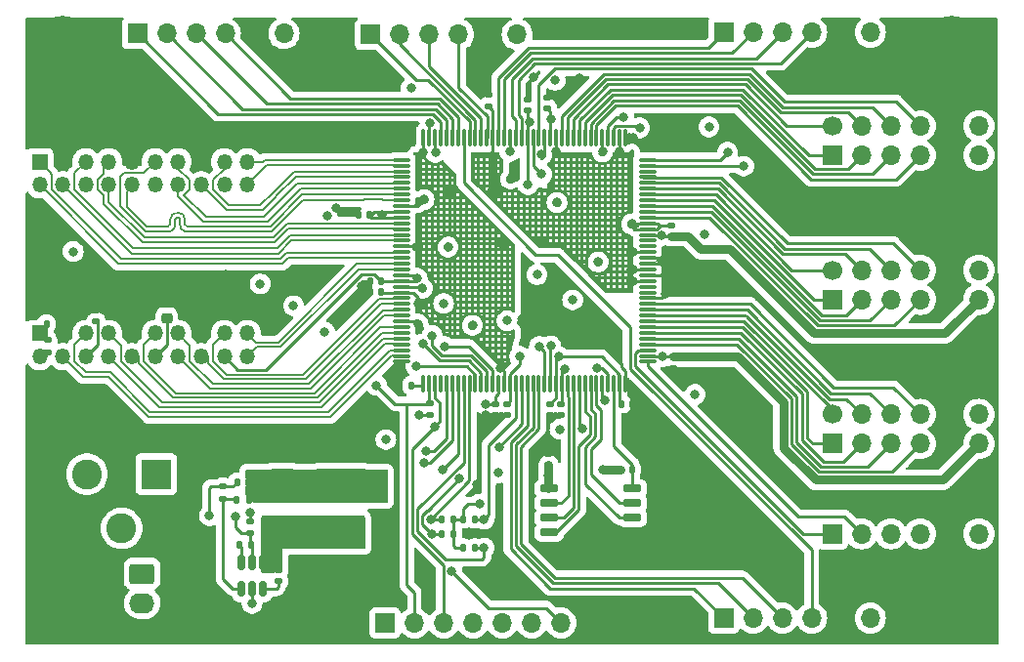
<source format=gbr>
%TF.GenerationSoftware,KiCad,Pcbnew,7.0.0*%
%TF.CreationDate,2023-03-27T16:14:07-06:00*%
%TF.ProjectId,FPGA_2,46504741-5f32-42e6-9b69-6361645f7063,rev?*%
%TF.SameCoordinates,Original*%
%TF.FileFunction,Copper,L4,Bot*%
%TF.FilePolarity,Positive*%
%FSLAX46Y46*%
G04 Gerber Fmt 4.6, Leading zero omitted, Abs format (unit mm)*
G04 Created by KiCad (PCBNEW 7.0.0) date 2023-03-27 16:14:07*
%MOMM*%
%LPD*%
G01*
G04 APERTURE LIST*
G04 Aperture macros list*
%AMRoundRect*
0 Rectangle with rounded corners*
0 $1 Rounding radius*
0 $2 $3 $4 $5 $6 $7 $8 $9 X,Y pos of 4 corners*
0 Add a 4 corners polygon primitive as box body*
4,1,4,$2,$3,$4,$5,$6,$7,$8,$9,$2,$3,0*
0 Add four circle primitives for the rounded corners*
1,1,$1+$1,$2,$3*
1,1,$1+$1,$4,$5*
1,1,$1+$1,$6,$7*
1,1,$1+$1,$8,$9*
0 Add four rect primitives between the rounded corners*
20,1,$1+$1,$2,$3,$4,$5,0*
20,1,$1+$1,$4,$5,$6,$7,0*
20,1,$1+$1,$6,$7,$8,$9,0*
20,1,$1+$1,$8,$9,$2,$3,0*%
G04 Aperture macros list end*
%TA.AperFunction,ComponentPad*%
%ADD10R,2.600000X2.600000*%
%TD*%
%TA.AperFunction,ComponentPad*%
%ADD11C,2.600000*%
%TD*%
%TA.AperFunction,ComponentPad*%
%ADD12R,1.700000X1.700000*%
%TD*%
%TA.AperFunction,ComponentPad*%
%ADD13O,1.700000X1.700000*%
%TD*%
%TA.AperFunction,ComponentPad*%
%ADD14C,1.700000*%
%TD*%
%TA.AperFunction,ComponentPad*%
%ADD15R,1.350000X1.350000*%
%TD*%
%TA.AperFunction,ComponentPad*%
%ADD16O,1.350000X1.350000*%
%TD*%
%TA.AperFunction,ComponentPad*%
%ADD17RoundRect,0.250000X-0.845000X0.620000X-0.845000X-0.620000X0.845000X-0.620000X0.845000X0.620000X0*%
%TD*%
%TA.AperFunction,ComponentPad*%
%ADD18O,2.190000X1.740000*%
%TD*%
%TA.AperFunction,ComponentPad*%
%ADD19C,3.600000*%
%TD*%
%TA.AperFunction,ConnectorPad*%
%ADD20C,6.400000*%
%TD*%
%TA.AperFunction,SMDPad,CuDef*%
%ADD21RoundRect,0.140000X0.140000X0.170000X-0.140000X0.170000X-0.140000X-0.170000X0.140000X-0.170000X0*%
%TD*%
%TA.AperFunction,SMDPad,CuDef*%
%ADD22RoundRect,0.135000X0.135000X0.185000X-0.135000X0.185000X-0.135000X-0.185000X0.135000X-0.185000X0*%
%TD*%
%TA.AperFunction,SMDPad,CuDef*%
%ADD23RoundRect,0.150000X0.150000X-0.512500X0.150000X0.512500X-0.150000X0.512500X-0.150000X-0.512500X0*%
%TD*%
%TA.AperFunction,SMDPad,CuDef*%
%ADD24RoundRect,0.140000X-0.170000X0.140000X-0.170000X-0.140000X0.170000X-0.140000X0.170000X0.140000X0*%
%TD*%
%TA.AperFunction,SMDPad,CuDef*%
%ADD25RoundRect,0.135000X-0.135000X-0.185000X0.135000X-0.185000X0.135000X0.185000X-0.135000X0.185000X0*%
%TD*%
%TA.AperFunction,SMDPad,CuDef*%
%ADD26RoundRect,0.135000X0.185000X-0.135000X0.185000X0.135000X-0.185000X0.135000X-0.185000X-0.135000X0*%
%TD*%
%TA.AperFunction,SMDPad,CuDef*%
%ADD27RoundRect,0.140000X-0.140000X-0.170000X0.140000X-0.170000X0.140000X0.170000X-0.140000X0.170000X0*%
%TD*%
%TA.AperFunction,SMDPad,CuDef*%
%ADD28RoundRect,0.250000X0.900000X-1.000000X0.900000X1.000000X-0.900000X1.000000X-0.900000X-1.000000X0*%
%TD*%
%TA.AperFunction,SMDPad,CuDef*%
%ADD29RoundRect,0.140000X0.170000X-0.140000X0.170000X0.140000X-0.170000X0.140000X-0.170000X-0.140000X0*%
%TD*%
%TA.AperFunction,SMDPad,CuDef*%
%ADD30R,4.200000X2.400000*%
%TD*%
%TA.AperFunction,SMDPad,CuDef*%
%ADD31RoundRect,0.225000X-0.250000X0.225000X-0.250000X-0.225000X0.250000X-0.225000X0.250000X0.225000X0*%
%TD*%
%TA.AperFunction,SMDPad,CuDef*%
%ADD32RoundRect,0.075000X0.075000X-0.662500X0.075000X0.662500X-0.075000X0.662500X-0.075000X-0.662500X0*%
%TD*%
%TA.AperFunction,SMDPad,CuDef*%
%ADD33RoundRect,0.075000X0.662500X-0.075000X0.662500X0.075000X-0.662500X0.075000X-0.662500X-0.075000X0*%
%TD*%
%TA.AperFunction,SMDPad,CuDef*%
%ADD34RoundRect,0.150000X0.650000X0.150000X-0.650000X0.150000X-0.650000X-0.150000X0.650000X-0.150000X0*%
%TD*%
%TA.AperFunction,ViaPad*%
%ADD35C,0.800000*%
%TD*%
%TA.AperFunction,Conductor*%
%ADD36C,0.250000*%
%TD*%
%TA.AperFunction,Conductor*%
%ADD37C,0.750000*%
%TD*%
%TA.AperFunction,Conductor*%
%ADD38C,0.200000*%
%TD*%
G04 APERTURE END LIST*
D10*
%TO.P,J10,1*%
%TO.N,Net-(J14-Pin_1)*%
X64375551Y-138049999D03*
D11*
%TO.P,J10,2*%
%TO.N,Net-(J14-Pin_2)*%
X58375552Y-138050000D03*
%TO.P,J10,3*%
%TO.N,N/C*%
X61375552Y-142750000D03*
%TD*%
D12*
%TO.P,J4,1,Pin_1*%
%TO.N,Net-(J4-Pin_1)*%
X122950551Y-110399999D03*
D13*
%TO.P,J4,2,Pin_2*%
%TO.N,Net-(J4-Pin_2)*%
X125490551Y-110399999D03*
%TO.P,J4,3,Pin_3*%
%TO.N,Net-(J4-Pin_3)*%
X128030551Y-110399999D03*
%TO.P,J4,4,Pin_4*%
%TO.N,Net-(J4-Pin_4)*%
X130570551Y-110399999D03*
%TO.P,J4,5,Pin_5*%
%TO.N,GND*%
X133110551Y-110399999D03*
%TO.P,J4,6,Pin_6*%
%TO.N,/FPGA_B/VCio3D*%
X135650551Y-110399999D03*
D14*
%TO.P,J4,7,Pin_7*%
%TO.N,Net-(J4-Pin_7)*%
X122950552Y-107860000D03*
D13*
%TO.P,J4,8,Pin_8*%
%TO.N,Net-(J4-Pin_8)*%
X125490551Y-107859999D03*
%TO.P,J4,9,Pin_9*%
%TO.N,Net-(J4-Pin_9)*%
X128030551Y-107859999D03*
%TO.P,J4,10,Pin_10*%
%TO.N,Net-(J4-Pin_10)*%
X130570551Y-107859999D03*
%TO.P,J4,11,Pin_11*%
%TO.N,GND*%
X133110551Y-107859999D03*
%TO.P,J4,12,Pin_12*%
%TO.N,/FPGA_B/VCio3D*%
X135650551Y-107859999D03*
%TD*%
D12*
%TO.P,J11,1,Pin_1*%
%TO.N,Net-(J11-Pin_1)*%
X122950551Y-143224999D03*
D13*
%TO.P,J11,2,Pin_2*%
%TO.N,Net-(J11-Pin_2)*%
X125490551Y-143224999D03*
%TO.P,J11,3,Pin_3*%
%TO.N,Net-(J11-Pin_3)*%
X128030551Y-143224999D03*
%TO.P,J11,4,Pin_4*%
%TO.N,Net-(J11-Pin_4)*%
X130570551Y-143224999D03*
%TO.P,J11,5,Pin_5*%
%TO.N,GND*%
X133110551Y-143224999D03*
%TO.P,J11,6,Pin_6*%
%TO.N,+3.3V*%
X135650551Y-143224999D03*
%TD*%
D12*
%TO.P,J9,1,Pin_1*%
%TO.N,Net-(J9-Pin_1)*%
X122950551Y-135399999D03*
D13*
%TO.P,J9,2,Pin_2*%
%TO.N,Net-(J9-Pin_2)*%
X125490551Y-135399999D03*
%TO.P,J9,3,Pin_3*%
%TO.N,Net-(J9-Pin_3)*%
X128030551Y-135399999D03*
%TO.P,J9,4,Pin_4*%
%TO.N,Net-(J9-Pin_4)*%
X130570551Y-135399999D03*
%TO.P,J9,5,Pin_5*%
%TO.N,GND*%
X133110551Y-135399999D03*
%TO.P,J9,6,Pin_6*%
%TO.N,/FPGA_B/VCio1E*%
X135650551Y-135399999D03*
D14*
%TO.P,J9,7,Pin_7*%
%TO.N,Net-(J9-Pin_7)*%
X122950552Y-132860000D03*
D13*
%TO.P,J9,8,Pin_8*%
%TO.N,Net-(J9-Pin_8)*%
X125490551Y-132859999D03*
%TO.P,J9,9,Pin_9*%
%TO.N,Net-(J9-Pin_9)*%
X128030551Y-132859999D03*
%TO.P,J9,10,Pin_10*%
%TO.N,Net-(J9-Pin_10)*%
X130570551Y-132859999D03*
%TO.P,J9,11,Pin_11*%
%TO.N,GND*%
X133110551Y-132859999D03*
%TO.P,J9,12,Pin_12*%
%TO.N,/FPGA_B/VCio1E*%
X135650551Y-132859999D03*
%TD*%
D15*
%TO.P,J8,1,Pin_1*%
%TO.N,Net-(J8-Pin_1)*%
X54275551Y-125849999D03*
D16*
%TO.P,J8,2,Pin_2*%
%TO.N,Net-(J8-Pin_2)*%
X54275551Y-127849999D03*
%TO.P,J8,3,Pin_3*%
%TO.N,GND*%
X56275551Y-125849999D03*
%TO.P,J8,4,Pin_4*%
%TO.N,/FPGA_B/TXP00*%
X56275551Y-127849999D03*
%TO.P,J8,5,Pin_5*%
%TO.N,/FPGA_B/TXN00*%
X58275551Y-125849999D03*
%TO.P,J8,6,Pin_6*%
%TO.N,/FPGA_B/VCio4B*%
X58275551Y-127849999D03*
%TO.P,J8,7,Pin_7*%
%TO.N,/FPGA_B/TXN02*%
X60275551Y-125849999D03*
%TO.P,J8,8,Pin_8*%
%TO.N,/FPGA_B/TXP02*%
X60275551Y-127849999D03*
%TO.P,J8,9,Pin_9*%
%TO.N,GND*%
X62275551Y-125849999D03*
%TO.P,J8,10,Pin_10*%
%TO.N,/FPGA_B/TXP04*%
X62275551Y-127849999D03*
%TO.P,J8,11,Pin_11*%
%TO.N,/FPGA_B/TXN04*%
X64275551Y-125849999D03*
%TO.P,J8,12,Pin_12*%
%TO.N,/FPGA_B/VCio4B*%
X64275551Y-127849999D03*
%TO.P,J8,13,Pin_13*%
%TO.N,/FPGA_B/TXN06*%
X66275551Y-125849999D03*
%TO.P,J8,14,Pin_14*%
%TO.N,/FPGA_B/TXP06*%
X66275551Y-127849999D03*
%TO.P,J8,15,Pin_15*%
%TO.N,GND*%
X68275551Y-125849999D03*
%TO.P,J8,16,Pin_16*%
%TO.N,/FPGA_B/TXP09*%
X68275551Y-127849999D03*
%TO.P,J8,17,Pin_17*%
%TO.N,/FPGA_B/TXN09*%
X70275551Y-125849999D03*
%TO.P,J8,18,Pin_18*%
%TO.N,/FPGA_B/VCio4B*%
X70275551Y-127849999D03*
%TO.P,J8,19,Pin_19*%
%TO.N,/FPGA_B/TXN11*%
X72275551Y-125849999D03*
%TO.P,J8,20,Pin_20*%
%TO.N,/FPGA_B/TXP11*%
X72275551Y-127849999D03*
%TD*%
D12*
%TO.P,J13,1,Pin_1*%
%TO.N,+3.3V*%
X84200551Y-150949999D03*
D13*
%TO.P,J13,2,Pin_2*%
%TO.N,/FPGA_A/~{CRESET}*%
X86740551Y-150949999D03*
%TO.P,J13,3,Pin_3*%
%TO.N,/FPGA_A/CDONE*%
X89280551Y-150949999D03*
%TO.P,J13,4,Pin_4*%
%TO.N,/FPGA_A/SPI_SS*%
X91820551Y-150949999D03*
%TO.P,J13,5,Pin_5*%
%TO.N,/FPGA_A/SPI_SCLK*%
X94360551Y-150949999D03*
%TO.P,J13,6,Pin_6*%
%TO.N,/FPGA_A/SPI_MOSI*%
X96900551Y-150949999D03*
%TO.P,J13,7,Pin_7*%
%TO.N,/FPGA_A/SPI_MISO*%
X99440551Y-150949999D03*
%TO.P,J13,8,Pin_8*%
%TO.N,GND*%
X101980551Y-150949999D03*
%TD*%
D12*
%TO.P,J1,1,Pin_1*%
%TO.N,Net-(J1-Pin_1)*%
X113550551Y-99724999D03*
D13*
%TO.P,J1,2,Pin_2*%
%TO.N,Net-(J1-Pin_2)*%
X116090551Y-99724999D03*
%TO.P,J1,3,Pin_3*%
%TO.N,Net-(J1-Pin_3)*%
X118630551Y-99724999D03*
%TO.P,J1,4,Pin_4*%
%TO.N,Net-(J1-Pin_4)*%
X121170551Y-99724999D03*
%TO.P,J1,5,Pin_5*%
%TO.N,GND*%
X123710551Y-99724999D03*
%TO.P,J1,6,Pin_6*%
%TO.N,/FPGA_B/VCio3D*%
X126250551Y-99724999D03*
%TD*%
D17*
%TO.P,J14,1,Pin_1*%
%TO.N,Net-(J14-Pin_1)*%
X63155552Y-146680000D03*
D18*
%TO.P,J14,2,Pin_2*%
%TO.N,Net-(J14-Pin_2)*%
X63155551Y-149219999D03*
%TD*%
D12*
%TO.P,J12,1,Pin_1*%
%TO.N,Net-(J12-Pin_1)*%
X113550551Y-150524999D03*
D13*
%TO.P,J12,2,Pin_2*%
%TO.N,Net-(J12-Pin_2)*%
X116090551Y-150524999D03*
%TO.P,J12,3,Pin_3*%
%TO.N,Net-(J12-Pin_3)*%
X118630551Y-150524999D03*
%TO.P,J12,4,Pin_4*%
%TO.N,Net-(J12-Pin_4)*%
X121170551Y-150524999D03*
%TO.P,J12,5,Pin_5*%
%TO.N,GND*%
X123710551Y-150524999D03*
%TO.P,J12,6,Pin_6*%
%TO.N,+3.3V*%
X126250551Y-150524999D03*
%TD*%
D19*
%TO.P,H2,1,1*%
%TO.N,GND*%
X133275552Y-101550000D03*
D20*
X133275552Y-101550000D03*
%TD*%
D19*
%TO.P,H4,1,1*%
%TO.N,GND*%
X133275552Y-149550000D03*
D20*
X133275552Y-149550000D03*
%TD*%
D12*
%TO.P,J2,1,Pin_1*%
%TO.N,/FPGA_A/CTS*%
X62735551Y-99849999D03*
D13*
%TO.P,J2,2,Pin_2*%
%TO.N,/FPGA_A/TxD*%
X65275551Y-99849999D03*
%TO.P,J2,3,Pin_3*%
%TO.N,/FPGA_A/RxD*%
X67815551Y-99849999D03*
%TO.P,J2,4,Pin_4*%
%TO.N,/FPGA_A/RTS*%
X70355551Y-99849999D03*
%TO.P,J2,5,Pin_5*%
%TO.N,GND*%
X72895551Y-99849999D03*
%TO.P,J2,6,Pin_6*%
%TO.N,+3.3V*%
X75435551Y-99849999D03*
%TD*%
D12*
%TO.P,J3,1,Pin_1*%
%TO.N,Net-(J3-Pin_1)*%
X82950551Y-99924999D03*
D13*
%TO.P,J3,2,Pin_2*%
%TO.N,Net-(J3-Pin_2)*%
X85490551Y-99924999D03*
%TO.P,J3,3,Pin_3*%
%TO.N,Net-(J3-Pin_3)*%
X88030551Y-99924999D03*
%TO.P,J3,4,Pin_4*%
%TO.N,Net-(J3-Pin_4)*%
X90570551Y-99924999D03*
%TO.P,J3,5,Pin_5*%
%TO.N,GND*%
X93110551Y-99924999D03*
%TO.P,J3,6,Pin_6*%
%TO.N,/FPGA_B/VCio3D*%
X95650551Y-99924999D03*
%TD*%
D19*
%TO.P,H3,1,1*%
%TO.N,GND*%
X56275552Y-149550000D03*
D20*
X56275552Y-149550000D03*
%TD*%
D12*
%TO.P,J7,1,Pin_1*%
%TO.N,Net-(J7-Pin_1)*%
X122950551Y-122899999D03*
D13*
%TO.P,J7,2,Pin_2*%
%TO.N,Net-(J7-Pin_2)*%
X125490551Y-122899999D03*
%TO.P,J7,3,Pin_3*%
%TO.N,Net-(J7-Pin_3)*%
X128030551Y-122899999D03*
%TO.P,J7,4,Pin_4*%
%TO.N,Net-(J7-Pin_4)*%
X130570551Y-122899999D03*
%TO.P,J7,5,Pin_5*%
%TO.N,GND*%
X133110551Y-122899999D03*
%TO.P,J7,6,Pin_6*%
%TO.N,/FPGA_B/VCio3A*%
X135650551Y-122899999D03*
D14*
%TO.P,J7,7,Pin_7*%
%TO.N,Net-(J7-Pin_7)*%
X122950552Y-120360000D03*
D13*
%TO.P,J7,8,Pin_8*%
%TO.N,Net-(J7-Pin_8)*%
X125490551Y-120359999D03*
%TO.P,J7,9,Pin_9*%
%TO.N,Net-(J7-Pin_9)*%
X128030551Y-120359999D03*
%TO.P,J7,10,Pin_10*%
%TO.N,Net-(J7-Pin_10)*%
X130570551Y-120359999D03*
%TO.P,J7,11,Pin_11*%
%TO.N,GND*%
X133110551Y-120359999D03*
%TO.P,J7,12,Pin_12*%
%TO.N,/FPGA_B/VCio3A*%
X135650551Y-120359999D03*
%TD*%
D19*
%TO.P,H1,1,1*%
%TO.N,GND*%
X56275552Y-101550000D03*
D20*
X56275552Y-101550000D03*
%TD*%
D15*
%TO.P,J5,1,Pin_1*%
%TO.N,/FPGA_B/RXN00*%
X54275551Y-110949999D03*
D16*
%TO.P,J5,2,Pin_2*%
%TO.N,/FPGA_B/RXP00*%
X54275551Y-112949999D03*
%TO.P,J5,3,Pin_3*%
%TO.N,GND*%
X56275551Y-110949999D03*
%TO.P,J5,4,Pin_4*%
%TO.N,/FPGA_B/RXP02*%
X56275551Y-112949999D03*
%TO.P,J5,5,Pin_5*%
%TO.N,/FPGA_B/RXN02*%
X58275551Y-110949999D03*
%TO.P,J5,6,Pin_6*%
%TO.N,/FPGA_B/VCio4A*%
X58275551Y-112949999D03*
%TO.P,J5,7,Pin_7*%
%TO.N,/FPGA_B/RXN03*%
X60275551Y-110949999D03*
%TO.P,J5,8,Pin_8*%
%TO.N,/FPGA_B/RXP03*%
X60275551Y-112949999D03*
%TO.P,J5,9,Pin_9*%
%TO.N,GND*%
X62275551Y-110949999D03*
%TO.P,J5,10,Pin_10*%
%TO.N,/FPGA_B/RXP07*%
X62275551Y-112949999D03*
%TO.P,J5,11,Pin_11*%
%TO.N,/FPGA_B/RXN07*%
X64275551Y-110949999D03*
%TO.P,J5,12,Pin_12*%
%TO.N,/FPGA_B/VCio4A*%
X64275551Y-112949999D03*
%TO.P,J5,13,Pin_13*%
%TO.N,/FPGA_B/RXN10*%
X66275551Y-110949999D03*
%TO.P,J5,14,Pin_14*%
%TO.N,/FPGA_B/RXP10*%
X66275551Y-112949999D03*
%TO.P,J5,15,Pin_15*%
%TO.N,GND*%
X68275551Y-110949999D03*
%TO.P,J5,16,Pin_16*%
%TO.N,/FPGA_B/RXP12*%
X68275551Y-112949999D03*
%TO.P,J5,17,Pin_17*%
%TO.N,/FPGA_B/RXN12*%
X70275551Y-110949999D03*
%TO.P,J5,18,Pin_18*%
%TO.N,/FPGA_B/VCio4A*%
X70275551Y-112949999D03*
%TO.P,J5,19,Pin_19*%
%TO.N,/FPGA_B/CLKN0*%
X72275551Y-110949999D03*
%TO.P,J5,20,Pin_20*%
%TO.N,/FPGA_B/CLKP0*%
X72275551Y-112949999D03*
%TD*%
D21*
%TO.P,C111,1*%
%TO.N,GND*%
X105655552Y-131950000D03*
%TO.P,C111,2*%
%TO.N,+1V2*%
X104695552Y-131950000D03*
%TD*%
%TO.P,C106,1*%
%TO.N,/FPGA_B/VCio4B*%
X83855552Y-121350000D03*
%TO.P,C106,2*%
%TO.N,GND*%
X82895552Y-121350000D03*
%TD*%
D22*
%TO.P,R111,1*%
%TO.N,/FPGA_A/SPI_MOSI*%
X91985552Y-144450000D03*
%TO.P,R111,2*%
%TO.N,+3.3V*%
X90965552Y-144450000D03*
%TD*%
D23*
%TO.P,U103,1,BST*%
%TO.N,Net-(U103-BST)*%
X73625552Y-148003572D03*
%TO.P,U103,2,GND*%
%TO.N,Net-(J14-Pin_2)*%
X72675552Y-148003572D03*
%TO.P,U103,3,FB*%
%TO.N,Net-(U103-FB)*%
X71725552Y-148003572D03*
%TO.P,U103,4,EN*%
%TO.N,Net-(U103-EN)*%
X71725552Y-145728572D03*
%TO.P,U103,5,VIN*%
%TO.N,Net-(J14-Pin_1)*%
X72675552Y-145728572D03*
%TO.P,U103,6,LX*%
%TO.N,Net-(D101-K)*%
X73625552Y-145728572D03*
%TD*%
D24*
%TO.P,C109,1*%
%TO.N,GND*%
X59175552Y-123870000D03*
%TO.P,C109,2*%
%TO.N,/FPGA_B/VCio4B*%
X59175552Y-124830000D03*
%TD*%
D21*
%TO.P,C117,1*%
%TO.N,Net-(D101-A)*%
X72355552Y-138750000D03*
%TO.P,C117,2*%
%TO.N,Net-(J14-Pin_2)*%
X71395552Y-138750000D03*
%TD*%
D25*
%TO.P,R108,1*%
%TO.N,+3.3V*%
X90965552Y-141950000D03*
%TO.P,R108,2*%
%TO.N,/FPGA_A/SPI_DQ2*%
X91985552Y-141950000D03*
%TD*%
D24*
%TO.P,C110,1*%
%TO.N,/FPGA_B/VCio1E*%
X109175552Y-127870000D03*
%TO.P,C110,2*%
%TO.N,GND*%
X109175552Y-128830000D03*
%TD*%
D25*
%TO.P,R109,1*%
%TO.N,/FPGA_A/SPI_MISO*%
X89065552Y-141950000D03*
%TO.P,R109,2*%
%TO.N,+3.3V*%
X90085552Y-141950000D03*
%TD*%
D26*
%TO.P,R104,1*%
%TO.N,+3.3V*%
X88075552Y-132960000D03*
%TO.P,R104,2*%
%TO.N,/FPGA_A/~{CRESET}*%
X88075552Y-131940000D03*
%TD*%
D27*
%TO.P,C107,1*%
%TO.N,GND*%
X82895552Y-122250000D03*
%TO.P,C107,2*%
%TO.N,+1V2*%
X83855552Y-122250000D03*
%TD*%
D22*
%TO.P,R105,1*%
%TO.N,/FPGA_A/RAM_SS*%
X105585552Y-137650000D03*
%TO.P,R105,2*%
%TO.N,/FPGA_A/VCVIO1C*%
X104565552Y-137650000D03*
%TD*%
D25*
%TO.P,R101,1*%
%TO.N,Net-(J8-Pin_1)*%
X54865552Y-125050000D03*
%TO.P,R101,2*%
%TO.N,GND*%
X55885552Y-125050000D03*
%TD*%
D24*
%TO.P,C116,1*%
%TO.N,GND*%
X98375552Y-136270000D03*
%TO.P,C116,2*%
%TO.N,/FPGA_A/VCVIO1C*%
X98375552Y-137230000D03*
%TD*%
D26*
%TO.P,R102,1*%
%TO.N,Net-(J8-Pin_2)*%
X54975552Y-127460000D03*
%TO.P,R102,2*%
%TO.N,Net-(J8-Pin_1)*%
X54975552Y-126440000D03*
%TD*%
D28*
%TO.P,D101,1,K*%
%TO.N,Net-(D101-K)*%
X75275552Y-143116072D03*
%TO.P,D101,2,A*%
%TO.N,Net-(D101-A)*%
X75275552Y-138816072D03*
%TD*%
D22*
%TO.P,R110,1*%
%TO.N,+3.3V*%
X90085552Y-143250000D03*
%TO.P,R110,2*%
%TO.N,/FPGA_A/SPI_DQ3*%
X89065552Y-143250000D03*
%TD*%
D29*
%TO.P,C118,1*%
%TO.N,Net-(J14-Pin_1)*%
X72475552Y-143130000D03*
%TO.P,C118,2*%
%TO.N,Net-(J14-Pin_2)*%
X72475552Y-142170000D03*
%TD*%
%TO.P,C102,1*%
%TO.N,/FPGA_B/VCio3D*%
X96575552Y-106530000D03*
%TO.P,C102,2*%
%TO.N,GND*%
X96575552Y-105570000D03*
%TD*%
D24*
%TO.P,C115,1*%
%TO.N,/FPGA_A/VCCIO1B*%
X94775552Y-131970000D03*
%TO.P,C115,2*%
%TO.N,GND*%
X94775552Y-132930000D03*
%TD*%
D30*
%TO.P,L101,1,1*%
%TO.N,Net-(D101-K)*%
X80375551Y-143299999D03*
%TO.P,L101,2,2*%
%TO.N,Net-(D101-A)*%
X80375551Y-138799999D03*
%TD*%
D31*
%TO.P,C108,1*%
%TO.N,GND*%
X65275552Y-122975000D03*
%TO.P,C108,2*%
%TO.N,/FPGA_B/VCio4B*%
X65275552Y-124525000D03*
%TD*%
D21*
%TO.P,C104,1*%
%TO.N,/FPGA_B/VCio4A*%
X82855552Y-115550000D03*
%TO.P,C104,2*%
%TO.N,GND*%
X81895552Y-115550000D03*
%TD*%
D26*
%TO.P,R107,1*%
%TO.N,Net-(U103-FB)*%
X70175552Y-140160000D03*
%TO.P,R107,2*%
%TO.N,Net-(J14-Pin_2)*%
X70175552Y-139140000D03*
%TD*%
D29*
%TO.P,C105,1*%
%TO.N,/FPGA_B/VCio3A*%
X108975552Y-117430000D03*
%TO.P,C105,2*%
%TO.N,GND*%
X108975552Y-116470000D03*
%TD*%
D25*
%TO.P,R112,1*%
%TO.N,Net-(U103-EN)*%
X71565552Y-144150000D03*
%TO.P,R112,2*%
%TO.N,Net-(J14-Pin_1)*%
X72585552Y-144150000D03*
%TD*%
D24*
%TO.P,C103,1*%
%TO.N,GND*%
X93175552Y-105170000D03*
%TO.P,C103,2*%
%TO.N,+1V2*%
X93175552Y-106130000D03*
%TD*%
D29*
%TO.P,C112,1*%
%TO.N,GND*%
X98475552Y-132930000D03*
%TO.P,C112,2*%
%TO.N,+1V2*%
X98475552Y-131970000D03*
%TD*%
%TO.P,C101,1*%
%TO.N,/FPGA_B/VCCIO3B*%
X98275552Y-106330000D03*
%TO.P,C101,2*%
%TO.N,GND*%
X98275552Y-105370000D03*
%TD*%
D22*
%TO.P,R106,1*%
%TO.N,Net-(D101-A)*%
X72385552Y-140250000D03*
%TO.P,R106,2*%
%TO.N,Net-(U103-FB)*%
X71365552Y-140250000D03*
%TD*%
%TO.P,R103,1*%
%TO.N,Net-(U101J-REF_RES)*%
X86485552Y-130350000D03*
%TO.P,R103,2*%
%TO.N,GND*%
X85465552Y-130350000D03*
%TD*%
D24*
%TO.P,C113,1*%
%TO.N,/FPGA_A/VCVIO1C*%
X99475552Y-131970000D03*
%TO.P,C113,2*%
%TO.N,GND*%
X99475552Y-132930000D03*
%TD*%
D32*
%TO.P,U101,1,GND*%
%TO.N,GND*%
X105025552Y-130212500D03*
%TO.P,U101,2,VCCA_TL*%
%TO.N,+1V2*%
X104525552Y-130212500D03*
%TO.P,U101,3,GPIOL_53_CDI10*%
%TO.N,/FPGA_A/RAM_SS*%
X104025552Y-130212500D03*
%TO.P,U101,4,GPIOL_54_CDI11*%
%TO.N,Net-(D4-K)*%
X103525552Y-130212500D03*
%TO.P,U101,5,GND*%
%TO.N,GND*%
X103025552Y-130212500D03*
%TO.P,U101,6,GPIOL_46*%
%TO.N,/FPGA_A/RAM_DQ1*%
X102525552Y-130212500D03*
%TO.P,U101,7,GPIOL_41_CDI9*%
%TO.N,/FPGA_A/RAM_DQ3*%
X102025552Y-130212500D03*
%TO.P,U101,8,GPIOL_40_CDI8*%
%TO.N,/FPGA_A/RAM_DQ0*%
X101525552Y-130212500D03*
%TO.P,U101,9,GND*%
%TO.N,GND*%
X101025552Y-130212500D03*
%TO.P,U101,10,GPIOL_32_CTRL4_CDI7*%
%TO.N,/FPGA_A/RAM_SCLK*%
X100525552Y-130212500D03*
%TO.P,U101,11,GPIOL_31_CLK7_CDI6*%
%TO.N,/FPGA_A/RAM_DQ2*%
X100025552Y-130212500D03*
%TO.P,U101,12,VCCIO1C_1D*%
%TO.N,/FPGA_A/VCVIO1C*%
X99525552Y-130212500D03*
%TO.P,U101,13,VCC*%
%TO.N,+1V2*%
X99025552Y-130212500D03*
%TO.P,U101,14,GPIOL_25_CLK1*%
%TO.N,Net-(U101B-GPIOL_25_CLK1)*%
X98525552Y-130212500D03*
%TO.P,U101,15,GPIOL_24_CLK0*%
%TO.N,Net-(U101B-GPIOL_24_CLK0)*%
X98025552Y-130212500D03*
%TO.P,U101,16,GPIOL_22_CTRL2*%
%TO.N,Net-(J12-Pin_3)*%
X97525552Y-130212500D03*
%TO.P,U101,17,GPIOL_21_CTRL1_CDI5*%
%TO.N,Net-(J12-Pin_2)*%
X97025552Y-130212500D03*
%TO.P,U101,18,GPIOL_20_CTRL0_CDI4*%
%TO.N,Net-(J12-Pin_1)*%
X96525552Y-130212500D03*
%TO.P,U101,19,GPIOL_13_CDI3*%
%TO.N,/FPGA_A/SPI_DQ3*%
X96025552Y-130212500D03*
%TO.P,U101,20,GPIOL_12_CDI2*%
%TO.N,/FPGA_A/SPI_DQ2*%
X95525552Y-130212500D03*
%TO.P,U101,21,VCCIO1B*%
%TO.N,/FPGA_A/VCCIO1B*%
X95025552Y-130212500D03*
%TO.P,U101,22,VCC*%
%TO.N,+1V2*%
X94525552Y-130212500D03*
%TO.P,U101,23,VCCIO1A*%
%TO.N,+3.3V*%
X94025552Y-130212500D03*
%TO.P,U101,24,TDO*%
%TO.N,/FPGA_A/TDO*%
X93525552Y-130212500D03*
%TO.P,U101,25,TMS*%
%TO.N,/FPGA_A/TMS*%
X93025552Y-130212500D03*
%TO.P,U101,26,TCK*%
%TO.N,/FPGA_A/TCK*%
X92525552Y-130212500D03*
%TO.P,U101,27,TDI*%
%TO.N,/FPGA_A/TDI*%
X92025552Y-130212500D03*
%TO.P,U101,28,GPIOL_09_CDI1*%
%TO.N,/FPGA_A/SPI_MISO*%
X91525552Y-130212500D03*
%TO.P,U101,29,GPIOL_08_CDI0*%
%TO.N,/FPGA_A/SPI_MOSI*%
X91025552Y-130212500D03*
%TO.P,U101,30,GPIOL_01_CCK*%
%TO.N,/FPGA_A/SPI_SCLK*%
X90525552Y-130212500D03*
%TO.P,U101,31,GPIOL_00_SS_N*%
%TO.N,/FPGA_A/SPI_SS*%
X90025552Y-130212500D03*
%TO.P,U101,32,GPIOL_04_CSI*%
%TO.N,Net-(U101A-GPIOL_04_CSI)*%
X89525552Y-130212500D03*
%TO.P,U101,33,GPIOL_05_CSO*%
%TO.N,/FPGA_A/CSO*%
X89025552Y-130212500D03*
%TO.P,U101,34,CDONE*%
%TO.N,/FPGA_A/CDONE*%
X88525552Y-130212500D03*
%TO.P,U101,35,CRESET_N*%
%TO.N,/FPGA_A/~{CRESET}*%
X88025552Y-130212500D03*
%TO.P,U101,36,REF_RES*%
%TO.N,Net-(U101J-REF_RES)*%
X87525552Y-130212500D03*
D33*
%TO.P,U101,37,GND*%
%TO.N,GND*%
X85613052Y-128300000D03*
%TO.P,U101,38,GPIOB_TXP00*%
%TO.N,/FPGA_B/TXP00*%
X85613052Y-127800000D03*
%TO.P,U101,39,GPIOB_TXN00*%
%TO.N,/FPGA_B/TXN00*%
X85613052Y-127300000D03*
%TO.P,U101,40,GPIOB_TXP02*%
%TO.N,/FPGA_B/TXP02*%
X85613052Y-126800000D03*
%TO.P,U101,41,GPIOB_TXN02*%
%TO.N,/FPGA_B/TXN02*%
X85613052Y-126300000D03*
%TO.P,U101,42,GPIOB_TXP04*%
%TO.N,/FPGA_B/TXP04*%
X85613052Y-125800000D03*
%TO.P,U101,43,GPIOB_TXN04*%
%TO.N,/FPGA_B/TXN04*%
X85613052Y-125300000D03*
%TO.P,U101,44,GND*%
%TO.N,GND*%
X85613052Y-124800000D03*
%TO.P,U101,45,GPIOB_TXP06*%
%TO.N,/FPGA_B/TXP06*%
X85613052Y-124300000D03*
%TO.P,U101,46,GPIOB_TXN06*%
%TO.N,/FPGA_B/TXN06*%
X85613052Y-123800000D03*
%TO.P,U101,47,GPIOB_TXP09*%
%TO.N,/FPGA_B/TXP09*%
X85613052Y-123300000D03*
%TO.P,U101,48,GPIOB_TXN09*%
%TO.N,/FPGA_B/TXN09*%
X85613052Y-122800000D03*
%TO.P,U101,49,VCC*%
%TO.N,+1V2*%
X85613052Y-122300000D03*
%TO.P,U101,50,GND*%
%TO.N,GND*%
X85613052Y-121800000D03*
%TO.P,U101,51,VCCIO4B*%
%TO.N,/FPGA_B/VCio4B*%
X85613052Y-121300000D03*
%TO.P,U101,52,VCCIO4B*%
X85613052Y-120800000D03*
%TO.P,U101,53,GPIOB_TXP11*%
%TO.N,/FPGA_B/TXP11*%
X85613052Y-120300000D03*
%TO.P,U101,54,GPIOB_TXN11*%
%TO.N,/FPGA_B/TXN11*%
X85613052Y-119800000D03*
%TO.P,U101,55,GPIOB_RXP00*%
%TO.N,/FPGA_B/RXP00*%
X85613052Y-119300000D03*
%TO.P,U101,56,GPIOB_RXN00*%
%TO.N,/FPGA_B/RXN00*%
X85613052Y-118800000D03*
%TO.P,U101,57,VCC*%
%TO.N,+1V2*%
X85613052Y-118300000D03*
%TO.P,U101,58,GPIOB_RXP02*%
%TO.N,/FPGA_B/RXP02*%
X85613052Y-117800000D03*
%TO.P,U101,59,GPIOB_RXN02*%
%TO.N,/FPGA_B/RXN02*%
X85613052Y-117300000D03*
%TO.P,U101,60,GPIOB_RXN03*%
%TO.N,/FPGA_B/RXN03*%
X85613052Y-116800000D03*
%TO.P,U101,61,GPIOB_RXP03*%
%TO.N,/FPGA_B/RXP03*%
X85613052Y-116300000D03*
%TO.P,U101,62,VCCIO4A*%
%TO.N,/FPGA_B/VCio4A*%
X85613052Y-115800000D03*
%TO.P,U101,63,VCCIO4A*%
X85613052Y-115300000D03*
%TO.P,U101,64,GND*%
%TO.N,GND*%
X85613052Y-114800000D03*
%TO.P,U101,65,GPIOB_RXN07*%
%TO.N,/FPGA_B/RXN07*%
X85613052Y-114300000D03*
%TO.P,U101,66,GPIOB_RXP07*%
%TO.N,/FPGA_B/RXP07*%
X85613052Y-113800000D03*
%TO.P,U101,67,GPIOB_RXP10*%
%TO.N,/FPGA_B/RXP10*%
X85613052Y-113300000D03*
%TO.P,U101,68,GPIOB_RXN10*%
%TO.N,/FPGA_B/RXN10*%
X85613052Y-112800000D03*
%TO.P,U101,69,GPIOB_RXN12_EXTFB0*%
%TO.N,/FPGA_B/RXP12*%
X85613052Y-112300000D03*
%TO.P,U101,70,GPIOB_RXP12_EXTFB0*%
%TO.N,/FPGA_B/RXN12*%
X85613052Y-111800000D03*
%TO.P,U101,71,GPIOB_CLKP0*%
%TO.N,/FPGA_B/CLKP0*%
X85613052Y-111300000D03*
%TO.P,U101,72,GPIOB_CLKN0*%
%TO.N,/FPGA_B/CLKN0*%
X85613052Y-110800000D03*
D32*
%TO.P,U101,73,VCCA_BR*%
%TO.N,+1V2*%
X87525552Y-108887500D03*
%TO.P,U101,74,GPIOR_158_TEST_N*%
%TO.N,Net-(U101H-GPIOR_158_TEST_N)*%
X88025552Y-108887500D03*
%TO.P,U101,75,GPIOR_157_PLLIN*%
%TO.N,Net-(U101H-GPIOR_157_PLLIN)*%
X88525552Y-108887500D03*
%TO.P,U101,76,GPIOR_155*%
%TO.N,/FPGA_A/CTS*%
X89025552Y-108887500D03*
%TO.P,U101,77,GPIOR_154*%
%TO.N,/FPGA_A/TxD*%
X89525552Y-108887500D03*
%TO.P,U101,78,GPIOR_151_CBUS0*%
%TO.N,/FPGA_A/RxD*%
X90025552Y-108887500D03*
%TO.P,U101,79,GPIOR_150_CBUS1*%
%TO.N,/FPGA_A/RTS*%
X90525552Y-108887500D03*
%TO.P,U101,80,GPIOR_149_CBUS2*%
%TO.N,Net-(J12-Pin_4)*%
X91025552Y-108887500D03*
%TO.P,U101,81,GPIOR_139*%
%TO.N,Net-(J3-Pin_1)*%
X91525552Y-108887500D03*
%TO.P,U101,82,GPIOR_138*%
%TO.N,Net-(J3-Pin_2)*%
X92025552Y-108887500D03*
%TO.P,U101,83,GPIOR_136_CDI16*%
%TO.N,Net-(J3-Pin_3)*%
X92525552Y-108887500D03*
%TO.P,U101,84,GPIOR_135_CDI17*%
%TO.N,Net-(J3-Pin_4)*%
X93025552Y-108887500D03*
%TO.P,U101,85,VCC*%
%TO.N,+1V2*%
X93525552Y-108887500D03*
%TO.P,U101,86,GPIOR_133_CDI18*%
%TO.N,Net-(J1-Pin_1)*%
X94025552Y-108887500D03*
%TO.P,U101,87,GPIOR_132_CDI19*%
%TO.N,Net-(J1-Pin_2)*%
X94525552Y-108887500D03*
%TO.P,U101,88,VCCIO3E*%
%TO.N,+3.3V*%
X95025552Y-108887500D03*
%TO.P,U101,89,GPIOR_129_CTRL10*%
%TO.N,Net-(J1-Pin_3)*%
X95525552Y-108887500D03*
%TO.P,U101,90,GPIOR_128_CTRL11*%
%TO.N,Net-(J1-Pin_4)*%
X96025552Y-108887500D03*
%TO.P,U101,91,VCCIO3D*%
%TO.N,/FPGA_B/VCio3D*%
X96525552Y-108887500D03*
%TO.P,U101,92,GPIOR_125_CLK10*%
%TO.N,Net-(D3-K)*%
X97025552Y-108887500D03*
%TO.P,U101,93,GPIOR_122_CLK13_CDI21*%
%TO.N,Net-(J4-Pin_10)*%
X97525552Y-108887500D03*
%TO.P,U101,94,GND*%
%TO.N,GND*%
X98025552Y-108887500D03*
%TO.P,U101,95,VCCIO3B_3C*%
%TO.N,/FPGA_B/VCCIO3B*%
X98525552Y-108887500D03*
%TO.P,U101,96,VCC*%
%TO.N,+1V2*%
X99025552Y-108887500D03*
%TO.P,U101,97,GPIOR_117_CTRL14*%
%TO.N,Net-(J4-Pin_9)*%
X99525552Y-108887500D03*
%TO.P,U101,98,GPIOR_116_CTRL15*%
%TO.N,Net-(J4-Pin_8)*%
X100025552Y-108887500D03*
%TO.P,U101,99,GPIOR_113_CDI22*%
%TO.N,Net-(J4-Pin_7)*%
X100525552Y-108887500D03*
%TO.P,U101,100,GPIOR_112_CDI23*%
%TO.N,Net-(J4-Pin_1)*%
X101025552Y-108887500D03*
%TO.P,U101,101,GPIOR_105_CDI24*%
%TO.N,Net-(J4-Pin_2)*%
X101525552Y-108887500D03*
%TO.P,U101,102,GPIOR_104_CDI25*%
%TO.N,Net-(J4-Pin_3)*%
X102025552Y-108887500D03*
%TO.P,U101,103,GPIOR_95_CDI26*%
%TO.N,Net-(J4-Pin_4)*%
X102525552Y-108887500D03*
%TO.P,U101,104,GND*%
%TO.N,GND*%
X103025552Y-108887500D03*
%TO.P,U101,105,GPIOR_94_CDI27*%
%TO.N,Net-(D1-K)*%
X103525552Y-108887500D03*
%TO.P,U101,106,GPIOR_88_CDI28*%
%TO.N,Net-(D2-K)*%
X104025552Y-108887500D03*
%TO.P,U101,107,VCCA_TR*%
%TO.N,+1V2*%
X104525552Y-108887500D03*
%TO.P,U101,108,GND*%
%TO.N,GND*%
X105025552Y-108887500D03*
D33*
%TO.P,U101,109,GPIOR_88_CDI28*%
%TO.N,Net-(J11-Pin_3)*%
X106938052Y-110800000D03*
%TO.P,U101,110,GPIOR_87_CDI29*%
%TO.N,Net-(J11-Pin_4)*%
X106938052Y-111300000D03*
%TO.P,U101,111,GPIOR_85*%
%TO.N,unconnected-(U101E-GPIOR_85-Pad111)*%
X106938052Y-111800000D03*
%TO.P,U101,112,GPIOR_86*%
%TO.N,Net-(J7-Pin_10)*%
X106938052Y-112300000D03*
%TO.P,U101,113,GPIOR_84*%
%TO.N,Net-(J7-Pin_9)*%
X106938052Y-112800000D03*
%TO.P,U101,114,GPIOR_83*%
%TO.N,Net-(J7-Pin_8)*%
X106938052Y-113300000D03*
%TO.P,U101,115,GPIOR_82*%
%TO.N,Net-(J7-Pin_7)*%
X106938052Y-113800000D03*
%TO.P,U101,116,GPIOR_81_MREFCLK*%
%TO.N,Net-(J7-Pin_1)*%
X106938052Y-114300000D03*
%TO.P,U101,117,GPIOR_80*%
%TO.N,Net-(J7-Pin_2)*%
X106938052Y-114800000D03*
%TO.P,U101,118,GPIOR_79_EXTFB1_CDI30*%
%TO.N,Net-(J7-Pin_3)*%
X106938052Y-115300000D03*
%TO.P,U101,119,GPIOR_78_EXTFB0_CDI31*%
%TO.N,Net-(J7-Pin_4)*%
X106938052Y-115800000D03*
%TO.P,U101,120,GND*%
%TO.N,GND*%
X106938052Y-116300000D03*
%TO.P,U101,121,GND*%
X106938052Y-116800000D03*
%TO.P,U101,122,VCCIO3A*%
%TO.N,/FPGA_B/VCio3A*%
X106938052Y-117300000D03*
%TO.P,U101,123,GPIOR_77_PLLIN1*%
%TO.N,unconnected-(U101E-GPIOR_77_PLLIN1-Pad123)*%
X106938052Y-117800000D03*
%TO.P,U101,124,GPIOR_76_PLLIN0*%
%TO.N,unconnected-(U101E-GPIOR_76_PLLIN0-Pad124)*%
X106938052Y-118300000D03*
%TO.P,U101,125,VCC*%
%TO.N,+1V2*%
X106938052Y-118800000D03*
%TO.P,U101,126,GND*%
%TO.N,GND*%
X106938052Y-119300000D03*
%TO.P,U101,127,GND*%
X106938052Y-119800000D03*
%TO.P,U101,128,VCC*%
%TO.N,+1V2*%
X106938052Y-120300000D03*
%TO.P,U101,129,GND*%
%TO.N,GND*%
X106938052Y-120800000D03*
%TO.P,U101,130,VCC*%
%TO.N,+1V2*%
X106938052Y-121300000D03*
%TO.P,U101,131,GPIOL_75_PLLIN1*%
%TO.N,unconnected-(U101D-GPIOL_75_PLLIN1-Pad131)*%
X106938052Y-121800000D03*
%TO.P,U101,132,GPIOL_74_PLLIN0*%
%TO.N,unconnected-(U101D-GPIOL_74_PLLIN0-Pad132)*%
X106938052Y-122300000D03*
%TO.P,U101,133,GND*%
%TO.N,GND*%
X106938052Y-122800000D03*
%TO.P,U101,134,GPIOL_73_EXTFB1_CDI15*%
%TO.N,Net-(J9-Pin_10)*%
X106938052Y-123300000D03*
%TO.P,U101,135,GPIOL_72_EXTFB0_CDI14*%
%TO.N,Net-(J9-Pin_9)*%
X106938052Y-123800000D03*
%TO.P,U101,136,GPIOL_71_NSTATUS*%
%TO.N,Net-(J9-Pin_8)*%
X106938052Y-124300000D03*
%TO.P,U101,137,GPIOL_70_CBSEL0*%
%TO.N,Net-(J9-Pin_7)*%
X106938052Y-124800000D03*
%TO.P,U101,138,GPIOL_69_CBSEL1*%
%TO.N,Net-(J9-Pin_1)*%
X106938052Y-125300000D03*
%TO.P,U101,139,GPIOL_68*%
%TO.N,Net-(J9-Pin_2)*%
X106938052Y-125800000D03*
%TO.P,U101,140,GPIOL_67_CDI13*%
%TO.N,Net-(J9-Pin_3)*%
X106938052Y-126300000D03*
%TO.P,U101,141,GPIOL_65*%
%TO.N,Net-(J9-Pin_4)*%
X106938052Y-126800000D03*
%TO.P,U101,142,GPIOL_66_CDI12*%
%TO.N,Net-(J11-Pin_1)*%
X106938052Y-127300000D03*
%TO.P,U101,143,VCCIO1E*%
%TO.N,/FPGA_B/VCio1E*%
X106938052Y-127800000D03*
%TO.P,U101,144,GPIOL_64*%
%TO.N,Net-(J11-Pin_2)*%
X106938052Y-128300000D03*
%TD*%
D24*
%TO.P,C114,1*%
%TO.N,+3.3V*%
X93775552Y-131970000D03*
%TO.P,C114,2*%
%TO.N,GND*%
X93775552Y-132930000D03*
%TD*%
%TO.P,C119,1*%
%TO.N,Net-(D101-K)*%
X74975552Y-146386072D03*
%TO.P,C119,2*%
%TO.N,Net-(U103-BST)*%
X74975552Y-147346072D03*
%TD*%
D34*
%TO.P,U102,1,~{CS}*%
%TO.N,/FPGA_A/RAM_SS*%
X105625552Y-139295000D03*
%TO.P,U102,2,DO(IO1)*%
%TO.N,/FPGA_A/RAM_DQ1*%
X105625552Y-140565000D03*
%TO.P,U102,3,IO2*%
%TO.N,/FPGA_A/RAM_DQ3*%
X105625552Y-141835000D03*
%TO.P,U102,4,GND*%
%TO.N,GND*%
X105625552Y-143105000D03*
%TO.P,U102,5,DI(IO0)*%
%TO.N,/FPGA_A/RAM_DQ0*%
X98425552Y-143105000D03*
%TO.P,U102,6,CLK*%
%TO.N,/FPGA_A/RAM_SCLK*%
X98425552Y-141835000D03*
%TO.P,U102,7,IO3*%
%TO.N,/FPGA_A/RAM_DQ2*%
X98425552Y-140565000D03*
%TO.P,U102,8,VCC*%
%TO.N,/FPGA_A/VCVIO1C*%
X98425552Y-139295000D03*
%TD*%
D35*
%TO.N,/FPGA_A/VCCIO1B*%
X95875552Y-127850000D03*
%TO.N,+3.3V*%
X78975552Y-125750000D03*
X79175552Y-115625499D03*
X76275552Y-123450000D03*
X84275552Y-135050000D03*
X57175552Y-118750000D03*
X95019607Y-110078530D03*
X112275552Y-107950000D03*
X97375552Y-120750000D03*
X86475552Y-104550000D03*
X99366006Y-134150000D03*
X92375552Y-140650000D03*
X111063052Y-131137500D03*
X100463459Y-122948519D03*
X89275552Y-123250000D03*
X73375552Y-121550000D03*
X94775552Y-124750000D03*
X98932245Y-103906693D03*
X92875552Y-131950000D03*
X87175552Y-132950000D03*
X111875552Y-117250000D03*
X93975552Y-137950000D03*
%TO.N,Net-(J14-Pin_1)*%
X71275552Y-141750000D03*
%TO.N,GND*%
X79975552Y-114974501D03*
X87075552Y-125050000D03*
X119375552Y-148550000D03*
X111475552Y-99050000D03*
X108475552Y-122450000D03*
X82175552Y-121750000D03*
X96775552Y-122250000D03*
X105675552Y-144250000D03*
X87435997Y-121937128D03*
X74775552Y-135650000D03*
X102175552Y-141350000D03*
X91775552Y-125150000D03*
X82075552Y-108250000D03*
X83775552Y-147750000D03*
X70375552Y-120750000D03*
X97775552Y-110350000D03*
X105675552Y-130850000D03*
X112875552Y-129450000D03*
X87575552Y-114250000D03*
X105575552Y-116350000D03*
X92175552Y-138950000D03*
X110750552Y-119650000D03*
X87675552Y-146850000D03*
X103275552Y-131650000D03*
X103045852Y-110089600D03*
X102375552Y-123850000D03*
X84875552Y-103850000D03*
X85475552Y-129350000D03*
X97042445Y-103616893D03*
X101265506Y-134073740D03*
X89675552Y-118350000D03*
X119075552Y-104050000D03*
X102675552Y-119650000D03*
X101075552Y-103750000D03*
X98275552Y-135150000D03*
X92875552Y-132950000D03*
X95075552Y-112450000D03*
X105675552Y-108850000D03*
X99100000Y-114500000D03*
X78475552Y-121150000D03*
%TO.N,/FPGA_B/VCCIO3B*%
X98575552Y-107250000D03*
%TO.N,/FPGA_A/VCVIO1C*%
X103075552Y-137650000D03*
X98375552Y-138150000D03*
X99750052Y-128905989D03*
%TO.N,Net-(J14-Pin_2)*%
X68975552Y-141650000D03*
X72675552Y-149250000D03*
X72475552Y-141350000D03*
%TO.N,/FPGA_A/SPI_DQ3*%
X88275552Y-143250000D03*
X90663503Y-138437451D03*
X94069001Y-135681150D03*
%TO.N,/FPGA_A/SPI_DQ2*%
X92775552Y-141950000D03*
%TO.N,/FPGA_A/~{CRESET}*%
X83475552Y-130350000D03*
%TO.N,Net-(D101-A)*%
X83575552Y-139050000D03*
X83575552Y-140050000D03*
X83575552Y-138050000D03*
%TO.N,/FPGA_B/VCio4A*%
X83975552Y-115550000D03*
%TO.N,/FPGA_B/VCio1E*%
X108275552Y-127850000D03*
%TO.N,/FPGA_B/VCio3A*%
X108175552Y-117350000D03*
%TO.N,/FPGA_B/VCio3D*%
X96575552Y-112950000D03*
X96750052Y-107550000D03*
%TO.N,+1V2*%
X94475552Y-117950000D03*
X105675552Y-121350000D03*
X99250052Y-127850000D03*
X86875552Y-118350000D03*
X99025354Y-110073923D03*
X104545852Y-110089600D03*
X105735952Y-120320300D03*
X97775552Y-117950000D03*
X94227481Y-128820694D03*
X93575552Y-113650000D03*
X89775552Y-113650000D03*
X87075552Y-123250000D03*
X87475552Y-110150000D03*
X105675552Y-118750000D03*
%TO.N,Net-(D1-K)*%
X104875552Y-107100500D03*
%TO.N,Net-(D2-K)*%
X106256501Y-108036671D03*
%TO.N,Net-(D3-K)*%
X97775552Y-112050000D03*
%TO.N,/FPGA_A/SPI_SS*%
X87600052Y-137033972D03*
%TO.N,/FPGA_A/CDONE*%
X88475552Y-133950000D03*
%TO.N,/FPGA_A/SPI_SCLK*%
X89175552Y-137650000D03*
%TO.N,/FPGA_A/SPI_MOSI*%
X92775552Y-144450000D03*
%TO.N,/FPGA_A/SPI_MISO*%
X88175552Y-141950000D03*
X89975552Y-146450000D03*
%TO.N,Net-(D4-K)*%
X102575552Y-128850000D03*
%TO.N,/FPGA_B/VCio4B*%
X86975552Y-121050000D03*
%TO.N,/FPGA_A/TMS*%
X88275552Y-126021101D03*
%TO.N,/FPGA_A/TCK*%
X87475552Y-126745601D03*
%TO.N,Net-(U101H-GPIOR_158_TEST_N)*%
X88113253Y-107612299D03*
%TO.N,Net-(U101H-GPIOR_157_PLLIN)*%
X88575552Y-110150000D03*
%TO.N,Net-(U101B-GPIOL_24_CLK0)*%
X97575552Y-126975305D03*
%TO.N,Net-(U101B-GPIOL_25_CLK1)*%
X98575552Y-126950000D03*
%TO.N,Net-(U101A-GPIOL_04_CSI)*%
X87775552Y-136050000D03*
%TO.N,/FPGA_A/TDI*%
X86888717Y-128656034D03*
%TO.N,/FPGA_A/TDO*%
X89368751Y-126977805D03*
%TO.N,Net-(J11-Pin_3)*%
X113875552Y-110150000D03*
%TO.N,Net-(J11-Pin_4)*%
X115275552Y-111350000D03*
%TD*%
D36*
%TO.N,/FPGA_A/VCCIO1B*%
X95025552Y-129400000D02*
X95875552Y-128550000D01*
X94775552Y-131970000D02*
X95025552Y-131720000D01*
X95025552Y-131720000D02*
X95025552Y-130212500D01*
X95875552Y-128550000D02*
X95875552Y-127850000D01*
X95025552Y-130212500D02*
X95025552Y-129400000D01*
%TO.N,+3.3V*%
X93775552Y-131970000D02*
X92895552Y-131970000D01*
X90085552Y-141950000D02*
X90085552Y-143250000D01*
X90965552Y-141950000D02*
X90085552Y-141950000D01*
X95025552Y-108887500D02*
X95025552Y-110072585D01*
X87185552Y-132960000D02*
X87175552Y-132950000D01*
X90965552Y-141060000D02*
X91375552Y-140650000D01*
X90085552Y-143250000D02*
X90085552Y-144260000D01*
X93775552Y-131300000D02*
X93775552Y-131970000D01*
X94025552Y-131050000D02*
X93775552Y-131300000D01*
X88075552Y-132960000D02*
X87185552Y-132960000D01*
X95025552Y-110072585D02*
X95019607Y-110078530D01*
X92895552Y-131970000D02*
X92875552Y-131950000D01*
X90275552Y-144450000D02*
X90965552Y-144450000D01*
X91375552Y-140650000D02*
X92375552Y-140650000D01*
X90965552Y-141950000D02*
X90965552Y-141060000D01*
X94025552Y-130212500D02*
X94025552Y-131050000D01*
X90085552Y-144260000D02*
X90275552Y-144450000D01*
%TO.N,Net-(J14-Pin_1)*%
X72675552Y-145728572D02*
X72675552Y-144240000D01*
X71755552Y-143130000D02*
X71275552Y-142650000D01*
X72475552Y-143130000D02*
X72475552Y-144040000D01*
X72475552Y-143130000D02*
X71755552Y-143130000D01*
X71275552Y-142650000D02*
X71275552Y-141750000D01*
%TO.N,GND*%
X92895552Y-132930000D02*
X92875552Y-132950000D01*
X105625552Y-143105000D02*
X105625552Y-144200000D01*
X105775552Y-116350000D02*
X105825552Y-116300000D01*
X99475552Y-132930000D02*
X98475552Y-132930000D01*
X106938052Y-120800000D02*
X108225552Y-120800000D01*
X101025552Y-130212500D02*
X101025552Y-133833786D01*
X107700247Y-116800000D02*
X108030247Y-116470000D01*
X104675552Y-128786396D02*
X104675552Y-128450000D01*
X82075552Y-121650000D02*
X82075552Y-121550000D01*
X82175552Y-121750000D02*
X82075552Y-121650000D01*
X103025552Y-130212500D02*
X103025552Y-131400000D01*
X85465552Y-129340000D02*
X85465552Y-128447500D01*
X105625552Y-144200000D02*
X105675552Y-144250000D01*
X105025552Y-108887500D02*
X105638052Y-108887500D01*
X106938052Y-116800000D02*
X105825552Y-116800000D01*
X82895552Y-122250000D02*
X82275552Y-122250000D01*
X107995552Y-116470000D02*
X107825552Y-116300000D01*
X105025552Y-129136396D02*
X104675552Y-128786396D01*
X87575552Y-114250000D02*
X87025552Y-114800000D01*
X103025552Y-131400000D02*
X103275552Y-131650000D01*
X106938052Y-119800000D02*
X108325552Y-119800000D01*
X98025552Y-108887500D02*
X98025552Y-110100000D01*
X105575552Y-116350000D02*
X105775552Y-116350000D01*
X105825552Y-116800000D02*
X105575552Y-116550000D01*
X82275552Y-121350000D02*
X82895552Y-121350000D01*
X85465552Y-129360000D02*
X85475552Y-129350000D01*
X108125552Y-122800000D02*
X108475552Y-122450000D01*
X85465552Y-128447500D02*
X85613052Y-128300000D01*
X108030247Y-116470000D02*
X108975552Y-116470000D01*
X85465552Y-130350000D02*
X85465552Y-129360000D01*
X82075552Y-121550000D02*
X82275552Y-121350000D01*
X86825552Y-124800000D02*
X87075552Y-125050000D01*
X105825552Y-116300000D02*
X106938052Y-116300000D01*
X96575552Y-104083786D02*
X97042445Y-103616893D01*
X87025552Y-114800000D02*
X85613052Y-114800000D01*
X106938052Y-122800000D02*
X108125552Y-122800000D01*
X82075552Y-121850000D02*
X82175552Y-121750000D01*
X105575552Y-116550000D02*
X105575552Y-116350000D01*
X107825552Y-116300000D02*
X106938052Y-116300000D01*
X96575552Y-105570000D02*
X96575552Y-104083786D01*
X94775552Y-132930000D02*
X93775552Y-132930000D01*
X85613052Y-124800000D02*
X86825552Y-124800000D01*
X93975552Y-132930000D02*
X92895552Y-132930000D01*
X105655552Y-130842500D02*
X105675552Y-130850000D01*
X103025552Y-108887500D02*
X103025552Y-110069300D01*
X105638052Y-108887500D02*
X105675552Y-108850000D01*
X87298869Y-121800000D02*
X87435997Y-121937128D01*
X85613052Y-121800000D02*
X87298869Y-121800000D01*
X82275552Y-122250000D02*
X82075552Y-122050000D01*
X101025552Y-133833786D02*
X101265506Y-134073740D01*
X106938052Y-119300000D02*
X108325552Y-119300000D01*
X98025552Y-110100000D02*
X97775552Y-110350000D01*
X85475552Y-129350000D02*
X85465552Y-129340000D01*
X106938052Y-116800000D02*
X107700247Y-116800000D01*
X82075552Y-122050000D02*
X82075552Y-121850000D01*
X108030247Y-116470000D02*
X107995552Y-116470000D01*
X105025552Y-130212500D02*
X105025552Y-129136396D01*
X103025552Y-110069300D02*
X103045852Y-110089600D01*
%TO.N,/FPGA_B/VCCIO3B*%
X98575552Y-107250000D02*
X98525552Y-107200000D01*
X98525552Y-106580000D02*
X98275552Y-106330000D01*
X98525552Y-107200000D02*
X98525552Y-106580000D01*
X98525552Y-108887500D02*
X98525552Y-107300000D01*
X98525552Y-107300000D02*
X98575552Y-107250000D01*
%TO.N,/FPGA_A/VCVIO1C*%
X99525552Y-130212500D02*
X99525552Y-129130489D01*
X99525552Y-130212500D02*
X99525552Y-131920000D01*
X99525552Y-129130489D02*
X99750052Y-128905989D01*
D37*
X98375552Y-137230000D02*
X98375552Y-138150000D01*
X98375552Y-138150000D02*
X98375552Y-139245000D01*
X103075552Y-137650000D02*
X104565552Y-137650000D01*
D36*
%TO.N,Net-(J14-Pin_2)*%
X72475552Y-142170000D02*
X72475552Y-141350000D01*
X70175552Y-139140000D02*
X69085552Y-139140000D01*
X68975552Y-139250000D02*
X68975552Y-141650000D01*
X70175552Y-139140000D02*
X71005552Y-139140000D01*
X71005552Y-139140000D02*
X71395552Y-138750000D01*
X69085552Y-139140000D02*
X68975552Y-139250000D01*
X72675552Y-148003572D02*
X72675552Y-149250000D01*
%TO.N,/FPGA_A/SPI_DQ3*%
X87900552Y-141225000D02*
X87875247Y-141225000D01*
X90663503Y-138462049D02*
X87900552Y-141225000D01*
X87875247Y-141225000D02*
X87450552Y-141649695D01*
X87450552Y-141649695D02*
X87450552Y-142425000D01*
X88275552Y-143250000D02*
X89065552Y-143250000D01*
X94069001Y-135681150D02*
X96025552Y-133724599D01*
X96025552Y-133724599D02*
X96025552Y-130212500D01*
X87450552Y-142425000D02*
X88275552Y-143250000D01*
X90663503Y-138437451D02*
X90663503Y-138462049D01*
%TO.N,/FPGA_A/SPI_DQ2*%
X92775552Y-141950000D02*
X93175552Y-141550000D01*
X93175552Y-135550000D02*
X95525552Y-133200000D01*
X95525552Y-133200000D02*
X95525552Y-130212500D01*
X92775552Y-141950000D02*
X91985552Y-141950000D01*
X93175552Y-141550000D02*
X93175552Y-135550000D01*
%TO.N,/FPGA_A/~{CRESET}*%
X86740552Y-148315000D02*
X86075352Y-147649800D01*
X85075552Y-131950000D02*
X86075352Y-131950000D01*
X88075552Y-131940000D02*
X88065552Y-131950000D01*
X86740552Y-150950000D02*
X86740552Y-148315000D01*
X88025552Y-131890000D02*
X88025552Y-130212500D01*
X88065552Y-131950000D02*
X86075352Y-131950000D01*
X83475552Y-130350000D02*
X85075552Y-131950000D01*
X86075352Y-147649800D02*
X86075352Y-131950000D01*
%TO.N,Net-(U103-BST)*%
X73625552Y-148003572D02*
X74821980Y-148003572D01*
X74975552Y-147850000D02*
X74975552Y-147346072D01*
X74821980Y-148003572D02*
X74975552Y-147850000D01*
%TO.N,/FPGA_B/VCio4A*%
X83305552Y-115300000D02*
X82855552Y-115750000D01*
X83725552Y-115300000D02*
X83305552Y-115300000D01*
X84225552Y-115300000D02*
X83975552Y-115550000D01*
X85613052Y-115300000D02*
X84225552Y-115300000D01*
X85613052Y-115800000D02*
X82905552Y-115800000D01*
X83975552Y-115550000D02*
X83725552Y-115300000D01*
D37*
%TO.N,/FPGA_B/VCio1E*%
X121512811Y-138550000D02*
X132500552Y-138550000D01*
X132500552Y-138550000D02*
X135650552Y-135400000D01*
D36*
X108275552Y-127850000D02*
X109155552Y-127850000D01*
D37*
X109175552Y-127870000D02*
X114796414Y-127870000D01*
X118725552Y-131799138D02*
X118725552Y-135762742D01*
X118725552Y-135762742D02*
X121512811Y-138550000D01*
D36*
X108225552Y-127800000D02*
X108275552Y-127850000D01*
X109155552Y-127850000D02*
X109175552Y-127870000D01*
D37*
X114796414Y-127870000D02*
X118725552Y-131799138D01*
D36*
X106938052Y-127800000D02*
X108225552Y-127800000D01*
%TO.N,/FPGA_B/VCio3A*%
X108975552Y-117430000D02*
X108255552Y-117430000D01*
D37*
X132700552Y-125850000D02*
X135650552Y-122900000D01*
D36*
X108125552Y-117300000D02*
X108175552Y-117350000D01*
X108255552Y-117430000D02*
X108175552Y-117350000D01*
D37*
X114076414Y-118550000D02*
X121376414Y-125850000D01*
X108975552Y-117430000D02*
X110455552Y-117430000D01*
X110455552Y-117430000D02*
X111575552Y-118550000D01*
X111575552Y-118550000D02*
X114076414Y-118550000D01*
D36*
X106938052Y-117300000D02*
X108125552Y-117300000D01*
D37*
X121376414Y-125850000D02*
X132700552Y-125850000D01*
D36*
%TO.N,/FPGA_B/VCio3D*%
X96525552Y-108887500D02*
X96525552Y-107774500D01*
X96525552Y-108887500D02*
X96525552Y-112900000D01*
X96525552Y-107774500D02*
X96750052Y-107550000D01*
X96575552Y-107375500D02*
X96575552Y-106530000D01*
X96750052Y-107550000D02*
X96575552Y-107375500D01*
X96525552Y-112900000D02*
X96575552Y-112950000D01*
%TO.N,+1V2*%
X106938052Y-120300000D02*
X105756252Y-120300000D01*
X99250052Y-127850000D02*
X99025552Y-128074500D01*
X93525552Y-108887500D02*
X93525552Y-113625000D01*
X104525552Y-131780000D02*
X104525552Y-130212500D01*
X106938052Y-121300000D02*
X105725552Y-121300000D01*
X86825552Y-118300000D02*
X86875552Y-118350000D01*
X86625552Y-122300000D02*
X85613052Y-122300000D01*
X99025552Y-128074500D02*
X99025552Y-130212500D01*
X94227481Y-128820694D02*
X94525552Y-129118765D01*
X87075552Y-122750000D02*
X86625552Y-122300000D01*
X87525552Y-108887500D02*
X87525552Y-110100000D01*
X94525552Y-129118765D02*
X94525552Y-130212500D01*
X99025552Y-108887500D02*
X99025552Y-110073725D01*
X102966237Y-127850000D02*
X104525552Y-129409315D01*
X87525552Y-110100000D02*
X87475552Y-110150000D01*
X104525552Y-129409315D02*
X104525552Y-130212500D01*
X85613052Y-118300000D02*
X86825552Y-118300000D01*
X87075552Y-123250000D02*
X87075552Y-122750000D01*
X105725552Y-121300000D02*
X105675552Y-121350000D01*
X105675552Y-120380700D02*
X105735952Y-120320300D01*
X99025552Y-130212500D02*
X99025552Y-131420000D01*
X104525552Y-110069300D02*
X104545852Y-110089600D01*
X93525552Y-106480000D02*
X93175552Y-106130000D01*
X105725552Y-118800000D02*
X105675552Y-118750000D01*
X99025552Y-110073725D02*
X99025354Y-110073923D01*
X83905552Y-122300000D02*
X85613052Y-122300000D01*
X93525552Y-108887500D02*
X93525552Y-106480000D01*
X106938052Y-118800000D02*
X105725552Y-118800000D01*
X99075552Y-110124121D02*
X99025354Y-110073923D01*
X99025552Y-131420000D02*
X98475552Y-131970000D01*
X105756252Y-120300000D02*
X105735952Y-120320300D01*
X105735952Y-118810400D02*
X105675552Y-118750000D01*
X99250052Y-127850000D02*
X102966237Y-127850000D01*
X104695552Y-131950000D02*
X104525552Y-131780000D01*
X104525552Y-108887500D02*
X104525552Y-110069300D01*
X87475552Y-110550000D02*
X87475552Y-110150000D01*
%TO.N,/FPGA_A/RAM_SS*%
X105625552Y-139295000D02*
X105625552Y-137200000D01*
X104025552Y-135600000D02*
X104025552Y-130212500D01*
X105625552Y-137200000D02*
X104025552Y-135600000D01*
%TO.N,/FPGA_A/RAM_SCLK*%
X100540506Y-133469051D02*
X100540506Y-140970046D01*
X100525552Y-130212500D02*
X100525552Y-131163604D01*
X99675552Y-141835000D02*
X98425552Y-141835000D01*
X100540506Y-140970046D02*
X99675552Y-141835000D01*
X100525552Y-131163604D02*
X100560552Y-131198604D01*
X100560552Y-131198604D02*
X100560552Y-133449005D01*
X100560552Y-133449005D02*
X100540506Y-133469051D01*
%TO.N,Net-(D1-K)*%
X103525552Y-108887500D02*
X103525552Y-107863604D01*
X103525552Y-107863604D02*
X104288656Y-107100500D01*
X104288656Y-107100500D02*
X104875552Y-107100500D01*
%TO.N,/FPGA_A/RAM_DQ0*%
X101990506Y-133064954D02*
X101525552Y-132600000D01*
X100990506Y-141156442D02*
X100990506Y-135635046D01*
X98425552Y-143105000D02*
X99041948Y-143105000D01*
X100990506Y-135635046D02*
X101990506Y-134635046D01*
X101990506Y-134635046D02*
X101990506Y-133064954D01*
X99041948Y-143105000D02*
X100990506Y-141156442D01*
X101525552Y-132600000D02*
X101525552Y-130212500D01*
%TO.N,/FPGA_A/RAM_DQ1*%
X104475552Y-140550000D02*
X102025552Y-138100000D01*
X102525552Y-132100000D02*
X102525552Y-130212500D01*
X102890506Y-135007838D02*
X102890506Y-132464954D01*
X102025552Y-138100000D02*
X102025552Y-135872792D01*
X102890506Y-132464954D02*
X102525552Y-132100000D01*
X102025552Y-135872792D02*
X102890506Y-135007838D01*
X105610552Y-140550000D02*
X104475552Y-140550000D01*
%TO.N,/FPGA_A/RAM_DQ3*%
X102025552Y-132400000D02*
X102025552Y-130212500D01*
X105625552Y-141835000D02*
X104518052Y-141835000D01*
X101575552Y-135686396D02*
X102440506Y-134821442D01*
X102440506Y-132814954D02*
X102025552Y-132400000D01*
X104518052Y-141835000D02*
X101575552Y-138892500D01*
X101575552Y-138892500D02*
X101575552Y-135686396D01*
X102440506Y-134821442D02*
X102440506Y-132814954D01*
%TO.N,/FPGA_A/RAM_DQ2*%
X100110552Y-133262609D02*
X100110552Y-131385000D01*
X98425552Y-140565000D02*
X99460552Y-140565000D01*
X100110552Y-131385000D02*
X100025552Y-131300000D01*
X100090506Y-139935046D02*
X100090506Y-133282655D01*
X100025552Y-131300000D02*
X100025552Y-130212500D01*
X99460552Y-140565000D02*
X100090506Y-139935046D01*
X100090506Y-133282655D02*
X100110552Y-133262609D01*
%TO.N,Net-(J1-Pin_1)*%
X112225552Y-101050000D02*
X113550552Y-99725000D01*
X96675552Y-101050000D02*
X112225552Y-101050000D01*
X94025552Y-108887500D02*
X94025552Y-103700000D01*
X94025552Y-103700000D02*
X96675552Y-101050000D01*
%TO.N,Net-(J4-Pin_1)*%
X120925552Y-110400000D02*
X122950552Y-110400000D01*
X101025552Y-107390812D02*
X103716364Y-104700000D01*
X101025552Y-108887500D02*
X101025552Y-107390812D01*
X115225552Y-104700000D02*
X120925552Y-110400000D01*
X103716364Y-104700000D02*
X115225552Y-104700000D01*
%TO.N,Net-(J4-Pin_2)*%
X103902760Y-105150000D02*
X101525552Y-107527208D01*
X101525552Y-107527208D02*
X101525552Y-108887500D01*
X124315552Y-111575000D02*
X121464156Y-111575000D01*
X121464156Y-111575000D02*
X115039156Y-105150000D01*
X125490552Y-110400000D02*
X124315552Y-111575000D01*
X115039156Y-105150000D02*
X103902760Y-105150000D01*
%TO.N,Net-(J4-Pin_3)*%
X114920958Y-105668198D02*
X121277760Y-112025000D01*
X102025552Y-107663604D02*
X104020958Y-105668198D01*
X102025552Y-108887500D02*
X102025552Y-107663604D01*
X126405552Y-112025000D02*
X128030552Y-110400000D01*
X121277760Y-112025000D02*
X126405552Y-112025000D01*
X104020958Y-105668198D02*
X114920958Y-105668198D01*
%TO.N,Net-(J4-Pin_4)*%
X121091364Y-112475000D02*
X128495552Y-112475000D01*
X104207354Y-106118198D02*
X114734562Y-106118198D01*
X102525552Y-107800000D02*
X104207354Y-106118198D01*
X128495552Y-112475000D02*
X130570552Y-110400000D01*
X102525552Y-108887500D02*
X102525552Y-107800000D01*
X114734562Y-106118198D02*
X121091364Y-112475000D01*
%TO.N,Net-(J4-Pin_7)*%
X115411948Y-104250000D02*
X103529968Y-104250000D01*
X103529968Y-104250000D02*
X100525552Y-107254416D01*
X100525552Y-107254416D02*
X100525552Y-108887500D01*
X119021948Y-107860000D02*
X115411948Y-104250000D01*
X122950552Y-107860000D02*
X119021948Y-107860000D01*
%TO.N,Net-(J4-Pin_8)*%
X124315552Y-106685000D02*
X118483344Y-106685000D01*
X103343572Y-103800000D02*
X100025552Y-107118020D01*
X118483344Y-106685000D02*
X115598344Y-103800000D01*
X100025552Y-107118020D02*
X100025552Y-108887500D01*
X125490552Y-107860000D02*
X124315552Y-106685000D01*
X115598344Y-103800000D02*
X103343572Y-103800000D01*
%TO.N,Net-(J4-Pin_9)*%
X99525552Y-106981624D02*
X103157176Y-103350000D01*
X103157176Y-103350000D02*
X115784740Y-103350000D01*
X115784740Y-103350000D02*
X118669740Y-106235000D01*
X126405552Y-106235000D02*
X128030552Y-107860000D01*
X118669740Y-106235000D02*
X126405552Y-106235000D01*
X99525552Y-108887500D02*
X99525552Y-106981624D01*
%TO.N,Net-(J4-Pin_10)*%
X128495552Y-105785000D02*
X118856136Y-105785000D01*
X98914339Y-102900000D02*
X97525552Y-104288787D01*
X97525552Y-104288787D02*
X97525552Y-108887500D01*
X115971136Y-102900000D02*
X98914339Y-102900000D01*
X118856136Y-105785000D02*
X115971136Y-102900000D01*
X130570552Y-107860000D02*
X128495552Y-105785000D01*
%TO.N,Net-(J1-Pin_2)*%
X96811948Y-101550000D02*
X114265552Y-101550000D01*
X94525552Y-103836396D02*
X96811948Y-101550000D01*
X94525552Y-108887500D02*
X94525552Y-103836396D01*
X114265552Y-101550000D02*
X116090552Y-99725000D01*
%TO.N,Net-(J1-Pin_3)*%
X116355552Y-102000000D02*
X118630552Y-99725000D01*
X96998344Y-102000000D02*
X116355552Y-102000000D01*
X95525552Y-107336396D02*
X95175552Y-106986396D01*
X95525552Y-108887500D02*
X95525552Y-107336396D01*
X95175552Y-106986396D02*
X95175552Y-103822792D01*
X95175552Y-103822792D02*
X96998344Y-102000000D01*
%TO.N,Net-(J1-Pin_4)*%
X96025552Y-107200000D02*
X95775552Y-106950000D01*
X95775552Y-106950000D02*
X95775552Y-103859188D01*
X95775552Y-103859188D02*
X97184740Y-102450000D01*
X118445552Y-102450000D02*
X121170552Y-99725000D01*
X96025552Y-108887500D02*
X96025552Y-107200000D01*
X97184740Y-102450000D02*
X118445552Y-102450000D01*
%TO.N,Net-(J3-Pin_1)*%
X91525552Y-107454416D02*
X91525552Y-108887500D01*
X82950552Y-99925000D02*
X86875552Y-103850000D01*
X86875552Y-103850000D02*
X87921136Y-103850000D01*
X87921136Y-103850000D02*
X91525552Y-107454416D01*
%TO.N,Net-(J3-Pin_2)*%
X85490552Y-100783020D02*
X92025552Y-107318020D01*
X85490552Y-99925000D02*
X85490552Y-100783020D01*
X92025552Y-107318020D02*
X92025552Y-108887500D01*
%TO.N,Net-(J3-Pin_3)*%
X88030552Y-102686624D02*
X92525552Y-107181624D01*
X88030552Y-99925000D02*
X88030552Y-102686624D01*
X92525552Y-107181624D02*
X92525552Y-108887500D01*
%TO.N,Net-(J3-Pin_4)*%
X90570552Y-104545000D02*
X93050552Y-107025000D01*
X90570552Y-99925000D02*
X90570552Y-104545000D01*
X93050552Y-107025000D02*
X93050552Y-108862500D01*
%TO.N,Net-(D2-K)*%
X104200552Y-107825000D02*
X106044830Y-107825000D01*
X106044830Y-107825000D02*
X106256501Y-108036671D01*
X104025552Y-108000000D02*
X104200552Y-107825000D01*
X104025552Y-108887500D02*
X104025552Y-108000000D01*
%TO.N,Net-(D3-K)*%
X97025552Y-108887500D02*
X97025552Y-111300000D01*
X97025552Y-111300000D02*
X97775552Y-112050000D01*
%TO.N,Net-(J7-Pin_1)*%
X121325552Y-122900000D02*
X112725552Y-114300000D01*
X112725552Y-114300000D02*
X106938052Y-114300000D01*
X122950552Y-122900000D02*
X121325552Y-122900000D01*
%TO.N,Net-(J7-Pin_2)*%
X124140552Y-124250000D02*
X125490552Y-122900000D01*
X122039156Y-124250000D02*
X124140552Y-124250000D01*
X106938052Y-114800000D02*
X112589156Y-114800000D01*
X112589156Y-114800000D02*
X122039156Y-124250000D01*
%TO.N,Net-(J7-Pin_3)*%
X126230552Y-124700000D02*
X121852760Y-124700000D01*
X121852760Y-124700000D02*
X112452760Y-115300000D01*
X128030552Y-122900000D02*
X126230552Y-124700000D01*
X112452760Y-115300000D02*
X106938052Y-115300000D01*
%TO.N,Net-(J7-Pin_4)*%
X128320552Y-125150000D02*
X121666364Y-125150000D01*
X130570552Y-122900000D02*
X128320552Y-125150000D01*
X112316364Y-115800000D02*
X106938052Y-115800000D01*
X121666364Y-125150000D02*
X112316364Y-115800000D01*
%TO.N,/FPGA_A/SPI_SS*%
X87600052Y-137033972D02*
X88102671Y-137033972D01*
X90025552Y-135111091D02*
X90025552Y-130212500D01*
X88102671Y-137033972D02*
X90025552Y-135111091D01*
%TO.N,Net-(J7-Pin_7)*%
X119421948Y-120360000D02*
X122950552Y-120360000D01*
X106938052Y-113800000D02*
X112861948Y-113800000D01*
X112861948Y-113800000D02*
X119421948Y-120360000D01*
%TO.N,Net-(J7-Pin_8)*%
X118675552Y-118950000D02*
X113025552Y-113300000D01*
X113025552Y-113300000D02*
X106938052Y-113300000D01*
X125490552Y-120360000D02*
X124080552Y-118950000D01*
X124080552Y-118950000D02*
X118675552Y-118950000D01*
%TO.N,Net-(J7-Pin_9)*%
X118861948Y-118500000D02*
X113161948Y-112800000D01*
X113161948Y-112800000D02*
X106938052Y-112800000D01*
X128030552Y-120360000D02*
X126170552Y-118500000D01*
X126170552Y-118500000D02*
X118861948Y-118500000D01*
%TO.N,/FPGA_A/CDONE*%
X88975552Y-133450000D02*
X88975552Y-131869462D01*
X88475552Y-133950000D02*
X88975552Y-133450000D01*
X88975552Y-131869462D02*
X88525552Y-131419462D01*
X88525552Y-131419462D02*
X88525552Y-130212500D01*
X89250552Y-145925000D02*
X89250552Y-150920000D01*
X88475552Y-133950000D02*
X86550552Y-135875000D01*
X86550552Y-135875000D02*
X86550552Y-143225000D01*
X86550552Y-143225000D02*
X89250552Y-145925000D01*
%TO.N,/FPGA_A/SPI_SCLK*%
X90525552Y-136300000D02*
X89175552Y-137650000D01*
X90525552Y-130212500D02*
X90525552Y-136300000D01*
%TO.N,/FPGA_A/SPI_MOSI*%
X92775552Y-144450000D02*
X91985552Y-144450000D01*
X87000552Y-143000305D02*
X89450247Y-145450000D01*
X92775552Y-145250000D02*
X92775552Y-144450000D01*
X89450247Y-145450000D02*
X92575552Y-145450000D01*
X87000552Y-141075097D02*
X87000552Y-143000305D01*
X91025552Y-137050097D02*
X87000552Y-141075097D01*
X92575552Y-145450000D02*
X92775552Y-145250000D01*
X91025552Y-130212500D02*
X91025552Y-137050097D01*
%TO.N,/FPGA_A/SPI_MISO*%
X88175552Y-141950000D02*
X91500552Y-138625000D01*
X91500552Y-138625000D02*
X91500552Y-130237500D01*
X99440552Y-150950000D02*
X98140552Y-149650000D01*
X98140552Y-149650000D02*
X93175552Y-149650000D01*
X88175552Y-141950000D02*
X89065552Y-141950000D01*
X93175552Y-149650000D02*
X89975552Y-146450000D01*
D38*
%TO.N,/FPGA_B/TXP00*%
X56275552Y-127850000D02*
X56850571Y-128425019D01*
X79468752Y-133075000D02*
X84768751Y-127775001D01*
X58039182Y-129628859D02*
X60263173Y-129628859D01*
X60263173Y-129628859D02*
X63709314Y-133075000D01*
X56850571Y-128440248D02*
X58039182Y-129628859D01*
X84768751Y-127775001D02*
X85588053Y-127775001D01*
X56850571Y-128425019D02*
X56850571Y-128440248D01*
X63709314Y-133075000D02*
X79468752Y-133075000D01*
%TO.N,/FPGA_B/TXN00*%
X57300552Y-128253859D02*
X58275552Y-129228859D01*
X58275552Y-125850000D02*
X57300552Y-126825000D01*
X60428859Y-129228859D02*
X63825000Y-132625000D01*
X57300552Y-126825000D02*
X57300552Y-128253859D01*
X79282352Y-132625000D02*
X84582353Y-127324999D01*
X84582353Y-127324999D02*
X85588053Y-127324999D01*
X63825000Y-132625000D02*
X79282352Y-132625000D01*
X58275552Y-129228859D02*
X60428859Y-129228859D01*
%TO.N,/FPGA_B/TXP02*%
X84170807Y-126775001D02*
X85588053Y-126775001D01*
X64635323Y-132225000D02*
X78720808Y-132225000D01*
X60275552Y-127865229D02*
X64635323Y-132225000D01*
X78720808Y-132225000D02*
X84170807Y-126775001D01*
%TO.N,/FPGA_B/TXN02*%
X64871693Y-131825000D02*
X78484438Y-131825000D01*
X78484438Y-131825000D02*
X83984439Y-126324999D01*
X61300552Y-126875000D02*
X61300552Y-128253859D01*
X60275552Y-125850000D02*
X61300552Y-126875000D01*
X83984439Y-126324999D02*
X85588053Y-126324999D01*
X61300552Y-128253859D02*
X64871693Y-131825000D01*
%TO.N,/FPGA_B/TXP04*%
X62850571Y-127850000D02*
X62850571Y-128440248D01*
X83968751Y-125775001D02*
X85588053Y-125775001D01*
X62850571Y-128440248D02*
X65835323Y-131425000D01*
X78318752Y-131425000D02*
X83968751Y-125775001D01*
X65835323Y-131425000D02*
X78318752Y-131425000D01*
D36*
%TO.N,Net-(D4-K)*%
X103525552Y-129359315D02*
X103016237Y-128850000D01*
X103016237Y-128850000D02*
X102575552Y-128850000D01*
X103525552Y-130212500D02*
X103525552Y-129359315D01*
D38*
%TO.N,/FPGA_B/TXN04*%
X83782353Y-125324999D02*
X85588053Y-125324999D01*
X66071693Y-131025000D02*
X78082352Y-131025000D01*
X63300552Y-128253859D02*
X66071693Y-131025000D01*
X64275552Y-125850000D02*
X63300552Y-126825000D01*
X78082352Y-131025000D02*
X83782353Y-125324999D01*
X63300552Y-126825000D02*
X63300552Y-128253859D01*
D36*
%TO.N,Net-(J7-Pin_10)*%
X119075552Y-118050000D02*
X128260552Y-118050000D01*
X119075552Y-118050000D02*
X113350552Y-112325000D01*
X113350552Y-112325000D02*
X106575552Y-112325000D01*
X130570552Y-120360000D02*
X128260552Y-118050000D01*
%TO.N,Net-(J9-Pin_7)*%
X106938052Y-124800000D02*
X115298344Y-124800000D01*
X115298344Y-124800000D02*
X122950552Y-132452208D01*
X122950552Y-132452208D02*
X122950552Y-132860000D01*
D38*
%TO.N,/FPGA_B/TXP06*%
X66275552Y-127865229D02*
X69035323Y-130625000D01*
X84150551Y-124275001D02*
X85588053Y-124275001D01*
X77800552Y-130625000D02*
X84150551Y-124275001D01*
X69035323Y-130625000D02*
X77800552Y-130625000D01*
%TO.N,/FPGA_B/TXN06*%
X77600552Y-130225000D02*
X84000553Y-123824999D01*
X66275552Y-125850000D02*
X67300552Y-126875000D01*
X84000553Y-123824999D02*
X85588053Y-123824999D01*
X69271693Y-130225000D02*
X77600552Y-130225000D01*
X67300552Y-126875000D02*
X67300552Y-128253859D01*
X67300552Y-128253859D02*
X69271693Y-130225000D01*
D36*
%TO.N,Net-(J9-Pin_8)*%
X124180552Y-131550000D02*
X122684740Y-131550000D01*
X106938052Y-124300000D02*
X115398344Y-124300000D01*
X122684740Y-131550000D02*
X115484740Y-124350000D01*
X125490552Y-132860000D02*
X124180552Y-131550000D01*
%TO.N,Net-(J9-Pin_9)*%
X106938052Y-123800000D02*
X115571136Y-123800000D01*
X126220552Y-131050000D02*
X128030552Y-132860000D01*
X122821136Y-131050000D02*
X126220552Y-131050000D01*
X115571136Y-123800000D02*
X122821136Y-131050000D01*
%TO.N,Net-(J9-Pin_10)*%
X123075552Y-130550000D02*
X128260552Y-130550000D01*
X128260552Y-130550000D02*
X130570552Y-132860000D01*
X115825552Y-123300000D02*
X123075552Y-130550000D01*
X106938052Y-123300000D02*
X115825552Y-123300000D01*
%TO.N,/FPGA_B/VCio4B*%
X83228161Y-120715000D02*
X83855552Y-121342391D01*
X59275552Y-126850000D02*
X58275552Y-127850000D01*
X82185247Y-120715000D02*
X83228161Y-120715000D01*
X85613052Y-121300000D02*
X86725552Y-121300000D01*
X65275552Y-124525000D02*
X65275552Y-126850000D01*
X83880552Y-121325000D02*
X85116237Y-121325000D01*
X86725552Y-121300000D02*
X86975552Y-121050000D01*
X59275552Y-124930000D02*
X59275552Y-126850000D01*
X86975552Y-121050000D02*
X86725552Y-120800000D01*
X86725552Y-120800000D02*
X85613052Y-120800000D01*
X70275552Y-127850000D02*
X71425552Y-129000000D01*
X73900247Y-129000000D02*
X82185247Y-120715000D01*
X59175552Y-124830000D02*
X59275552Y-124930000D01*
X71425552Y-129000000D02*
X73900247Y-129000000D01*
X65275552Y-126850000D02*
X64275552Y-127850000D01*
D38*
%TO.N,/FPGA_B/TXP09*%
X68850571Y-127850000D02*
X68850571Y-128440248D01*
X70235323Y-129825000D02*
X77300552Y-129825000D01*
X83850551Y-123275001D02*
X85588053Y-123275001D01*
X77300552Y-129825000D02*
X83850551Y-123275001D01*
X68850571Y-128440248D02*
X70235323Y-129825000D01*
%TO.N,/FPGA_B/TXN09*%
X69300552Y-128253859D02*
X70471693Y-129425000D01*
X77091452Y-129425000D02*
X83656452Y-122860000D01*
X83656452Y-122860000D02*
X84177806Y-122860000D01*
X84177806Y-122860000D02*
X84212807Y-122824999D01*
X70471693Y-129425000D02*
X77091452Y-129425000D01*
X70275552Y-125850000D02*
X69300552Y-126825000D01*
X84212807Y-122824999D02*
X85588053Y-122824999D01*
X69300552Y-126825000D02*
X69300552Y-128253859D01*
%TO.N,/FPGA_B/TXP11*%
X73100553Y-127024999D02*
X75148038Y-127024999D01*
X72275552Y-127850000D02*
X73100553Y-127024999D01*
X75148038Y-127024999D02*
X81898037Y-120275001D01*
X81898037Y-120275001D02*
X85588053Y-120275001D01*
%TO.N,/FPGA_B/TXN11*%
X81782353Y-119824999D02*
X85588053Y-119824999D01*
X73050551Y-126624999D02*
X74982353Y-126624999D01*
X72275552Y-125850000D02*
X73050551Y-126624999D01*
X74982353Y-126624999D02*
X81782353Y-119824999D01*
%TO.N,/FPGA_B/RXP00*%
X85588052Y-119275000D02*
X75818293Y-119275000D01*
X75293311Y-119799981D02*
X61110305Y-119799981D01*
X61110305Y-119799981D02*
X54275552Y-112965228D01*
X75818293Y-119275000D02*
X75293311Y-119799981D01*
%TO.N,/FPGA_B/RXN00*%
X61296693Y-119350000D02*
X55300552Y-113353859D01*
X75106923Y-119350000D02*
X61296693Y-119350000D01*
X75631924Y-118825000D02*
X75106923Y-119350000D01*
X55275552Y-112050000D02*
X55275552Y-111950000D01*
X85588052Y-118825000D02*
X75631924Y-118825000D01*
X55275552Y-111950000D02*
X54275552Y-110950000D01*
X55300552Y-112075000D02*
X55275552Y-112050000D01*
X55300552Y-113353859D02*
X55300552Y-112075000D01*
%TO.N,/FPGA_B/RXP02*%
X56275552Y-112965229D02*
X62260323Y-118950000D01*
X76091238Y-117800000D02*
X85613052Y-117800000D01*
X62260323Y-118950000D02*
X74941238Y-118950000D01*
X74941238Y-118950000D02*
X76091238Y-117800000D01*
%TO.N,/FPGA_B/RXN02*%
X58275552Y-110950000D02*
X57300552Y-111925000D01*
X57300552Y-113353859D02*
X57871693Y-113925000D01*
X74875552Y-118450000D02*
X76000553Y-117324999D01*
X62326009Y-118450000D02*
X74875552Y-118450000D01*
X57871693Y-113925000D02*
X57871693Y-113995684D01*
X57300552Y-111925000D02*
X57300552Y-113353859D01*
X57871693Y-113995684D02*
X62326009Y-118450000D01*
X76000553Y-117324999D02*
X85588053Y-117324999D01*
%TO.N,/FPGA_B/RXN03*%
X59825552Y-111400000D02*
X59825552Y-112021141D01*
X59300552Y-112546141D02*
X59300552Y-113353859D01*
X59300552Y-113353859D02*
X59825552Y-113878859D01*
X59825552Y-112021141D02*
X59300552Y-112546141D01*
X74651052Y-117974500D02*
X75850551Y-116775001D01*
X59825552Y-114618200D02*
X63181852Y-117974500D01*
X60275552Y-110950000D02*
X59825552Y-111400000D01*
X75850551Y-116775001D02*
X85588053Y-116775001D01*
X63181852Y-117974500D02*
X74651052Y-117974500D01*
X59825552Y-113878859D02*
X59825552Y-114618200D01*
D36*
%TO.N,/FPGA_A/TMS*%
X91645063Y-127756034D02*
X93025552Y-129136523D01*
X93025552Y-129136523D02*
X93025552Y-130212500D01*
X89122381Y-127756034D02*
X91645063Y-127756034D01*
X88275552Y-126909205D02*
X89122381Y-127756034D01*
X88275552Y-126021101D02*
X88275552Y-126909205D01*
%TO.N,/FPGA_A/TCK*%
X91458667Y-128206034D02*
X92525552Y-129272919D01*
X88935985Y-128206034D02*
X91458667Y-128206034D01*
X87475552Y-126745601D02*
X88935985Y-128206034D01*
X92525552Y-129272919D02*
X92525552Y-130212500D01*
D38*
%TO.N,/FPGA_B/RXP03*%
X74501052Y-117524500D02*
X75700553Y-116324999D01*
X60275552Y-114431800D02*
X63368252Y-117524500D01*
X63368252Y-117524500D02*
X74501052Y-117524500D01*
X75700553Y-116324999D02*
X85588053Y-116324999D01*
X60275552Y-112950000D02*
X60275552Y-114431800D01*
%TO.N,/FPGA_B/RXN07*%
X61250552Y-114841114D02*
X63434419Y-117024981D01*
X65448592Y-117023252D02*
X65591011Y-116990746D01*
X66860051Y-116990773D02*
X67002470Y-117023287D01*
X66614227Y-116836298D02*
X66728436Y-116927383D01*
X65375552Y-117024981D02*
X65448592Y-117023252D01*
X66025532Y-115999991D02*
X66026494Y-115960399D01*
X65836836Y-116836284D02*
X65927916Y-116722074D01*
X66425002Y-115960316D02*
X66425532Y-115999991D01*
X66338519Y-115830903D02*
X66394632Y-115887008D01*
X66026494Y-115960399D02*
X66056797Y-115887244D01*
X61600552Y-111925000D02*
X61250552Y-112275000D01*
X74366257Y-117024981D02*
X77116237Y-114275001D01*
X66459767Y-116590464D02*
X66523148Y-116722082D01*
X66523148Y-116722082D02*
X66614227Y-116836298D01*
X82373298Y-114240000D02*
X83977806Y-114240000D01*
X66023804Y-116448041D02*
X66025532Y-116375001D01*
X83977806Y-114240000D02*
X84012807Y-114275001D01*
X77116237Y-114275001D02*
X82338297Y-114275001D01*
X66425532Y-115999991D02*
X66425532Y-116375001D01*
X67075512Y-117024981D02*
X74366257Y-117024981D01*
X64275552Y-110950000D02*
X63300552Y-111925000D01*
X63434419Y-117024981D02*
X65375552Y-117024981D01*
X66185940Y-115800944D02*
X66225532Y-115799991D01*
X84012807Y-114275001D02*
X85588053Y-114275001D01*
X66427261Y-116448043D02*
X66459767Y-116590464D01*
X66025532Y-116375001D02*
X66025532Y-115999991D01*
X66112786Y-115831251D02*
X66185940Y-115800944D01*
X66265207Y-115800544D02*
X66338519Y-115830903D01*
X65927916Y-116722074D02*
X65991298Y-116590460D01*
X61250552Y-112275000D02*
X61250552Y-114841114D01*
X66056797Y-115887244D02*
X66112786Y-115831251D01*
X66425532Y-116375001D02*
X66427261Y-116448043D01*
X66225532Y-115799991D02*
X66265207Y-115800544D01*
X65591011Y-116990746D02*
X65722625Y-116927364D01*
X63300552Y-111925000D02*
X61600552Y-111925000D01*
X65991298Y-116590460D02*
X66023804Y-116448041D01*
X66394632Y-115887008D02*
X66425002Y-115960316D01*
X65722625Y-116927364D02*
X65836836Y-116836284D01*
X66728436Y-116927383D02*
X66860051Y-116990773D01*
X67002470Y-117023287D02*
X67075512Y-117024981D01*
X82338297Y-114275001D02*
X82373298Y-114240000D01*
D36*
%TO.N,Net-(U101H-GPIOR_158_TEST_N)*%
X88025552Y-108887500D02*
X88025552Y-107700000D01*
X88025552Y-107700000D02*
X88113253Y-107612299D01*
%TO.N,Net-(U101H-GPIOR_157_PLLIN)*%
X88575552Y-110150000D02*
X88550552Y-110125000D01*
X88550552Y-110125000D02*
X88550552Y-108850000D01*
%TO.N,Net-(U101B-GPIOL_24_CLK0)*%
X98025552Y-127425305D02*
X98025552Y-130212500D01*
X97575552Y-126975305D02*
X98025552Y-127425305D01*
D38*
%TO.N,/FPGA_B/RXP07*%
X84199175Y-113824999D02*
X85588053Y-113824999D01*
X74250551Y-116575001D02*
X77000553Y-113824999D01*
X65575552Y-116375001D02*
X65575552Y-115999991D01*
X82186910Y-113790019D02*
X84164194Y-113790019D01*
X63550124Y-116575000D02*
X65375552Y-116575001D01*
X84164194Y-113790019D02*
X84199175Y-113824999D01*
X67075512Y-116575001D02*
X74250551Y-116575001D01*
X61836655Y-114861531D02*
X63550124Y-116575000D01*
X82151930Y-113824999D02*
X82186910Y-113790019D01*
X77000553Y-113824999D02*
X82151930Y-113824999D01*
X66875512Y-115999991D02*
X66875512Y-116375001D01*
X61836655Y-113492903D02*
X61836655Y-114861531D01*
X65375552Y-116574952D02*
G75*
G03*
X65575552Y-116375001I48J199952D01*
G01*
X66225532Y-115350052D02*
G75*
G03*
X65575552Y-115999991I-32J-649948D01*
G01*
X66875489Y-115999991D02*
G75*
G03*
X66225532Y-115350011I-649989J-9D01*
G01*
X66875499Y-116375001D02*
G75*
G03*
X67075512Y-116575001I200001J1D01*
G01*
%TO.N,/FPGA_B/RXP10*%
X66275552Y-112950000D02*
X66275552Y-113968200D01*
X74050552Y-116175000D02*
X76950551Y-113275001D01*
X66275552Y-113968200D02*
X68482352Y-116175000D01*
X68482352Y-116175000D02*
X74050552Y-116175000D01*
X76950551Y-113275001D02*
X85588053Y-113275001D01*
%TO.N,/FPGA_B/RXN10*%
X66774082Y-113830330D02*
X68668752Y-115725000D01*
X76600553Y-112824999D02*
X85588053Y-112824999D01*
X66275552Y-111571141D02*
X67250552Y-112546141D01*
X67250552Y-112546141D02*
X67250552Y-113353859D01*
X68668752Y-115725000D02*
X73700552Y-115725000D01*
X67250552Y-113353859D02*
X66774082Y-113830330D01*
X66275552Y-110950000D02*
X66275552Y-111571141D01*
X73700552Y-115725000D02*
X76600553Y-112824999D01*
%TO.N,/FPGA_B/RXP12*%
X85588053Y-112275001D02*
X76468751Y-112275001D01*
X68850571Y-113540248D02*
X70485323Y-115175000D01*
X76468751Y-112275001D02*
X74750147Y-113993605D01*
X73581642Y-115175000D02*
X74823250Y-113933392D01*
X68275552Y-112950000D02*
X68850571Y-113525019D01*
X68850571Y-113525019D02*
X68850571Y-113540248D01*
X70485323Y-115175000D02*
X73581642Y-115175000D01*
%TO.N,/FPGA_B/RXN12*%
X70275552Y-110950000D02*
X70275552Y-111571141D01*
X70671693Y-114725000D02*
X73395242Y-114725000D01*
X73395242Y-114725000D02*
X74505050Y-113615192D01*
X69300552Y-112546141D02*
X69300552Y-113353859D01*
X85588053Y-111824999D02*
X76282353Y-111824999D01*
X70275552Y-111571141D02*
X69300552Y-112546141D01*
X76282353Y-111824999D02*
X74431947Y-113675405D01*
X69300552Y-113353859D02*
X70671693Y-114725000D01*
%TO.N,/FPGA_B/CLKP0*%
X73975551Y-111250001D02*
X85563053Y-111250001D01*
X72275552Y-112950000D02*
X73975551Y-111250001D01*
%TO.N,/FPGA_B/CLKN0*%
X73789155Y-110800000D02*
X85613052Y-110800000D01*
X73639155Y-110950000D02*
X73789155Y-110800000D01*
X72275552Y-110950000D02*
X73639155Y-110950000D01*
D36*
%TO.N,Net-(U101B-GPIOL_25_CLK1)*%
X98525552Y-127000000D02*
X98525552Y-130212500D01*
X98575552Y-126950000D02*
X98525552Y-127000000D01*
%TO.N,Net-(U101A-GPIOL_04_CSI)*%
X89525552Y-134974695D02*
X88450247Y-136050000D01*
X89525552Y-130212500D02*
X89525552Y-134974695D01*
X88450247Y-136050000D02*
X87775552Y-136050000D01*
%TO.N,Net-(U101J-REF_RES)*%
X87388052Y-130350000D02*
X87525552Y-130212500D01*
X86485552Y-130350000D02*
X87388052Y-130350000D01*
%TO.N,Net-(U103-FB)*%
X71029124Y-148003572D02*
X71725552Y-148003572D01*
X70175552Y-140160000D02*
X71275552Y-140160000D01*
X70175552Y-140160000D02*
X70175552Y-147150000D01*
X70175552Y-147150000D02*
X71029124Y-148003572D01*
%TO.N,/FPGA_A/TDI*%
X92025552Y-129409315D02*
X92025552Y-130212500D01*
X86888717Y-128656034D02*
X91272271Y-128656034D01*
X91272271Y-128656034D02*
X92025552Y-129409315D01*
%TO.N,/FPGA_A/TDO*%
X89368751Y-126977805D02*
X91503230Y-126977805D01*
X93525552Y-129000127D02*
X93525552Y-130212500D01*
X91503230Y-126977805D02*
X93525552Y-129000127D01*
%TO.N,Net-(U103-EN)*%
X71725552Y-144310000D02*
X71565552Y-144150000D01*
X71725552Y-145728572D02*
X71725552Y-144310000D01*
%TO.N,/FPGA_A/TxD*%
X88561948Y-106400000D02*
X89525552Y-107363604D01*
X71825552Y-106400000D02*
X88561948Y-106400000D01*
X89525552Y-107363604D02*
X89525552Y-108887500D01*
X65275552Y-99850000D02*
X71825552Y-106400000D01*
%TO.N,/FPGA_A/RxD*%
X73915552Y-105950000D02*
X88748344Y-105950000D01*
X67815552Y-99850000D02*
X73915552Y-105950000D01*
X90025552Y-107227208D02*
X90025552Y-108887500D01*
X88748344Y-105950000D02*
X90025552Y-107227208D01*
%TO.N,Net-(J9-Pin_1)*%
X121261948Y-135400000D02*
X120775552Y-134913604D01*
X120775552Y-134913604D02*
X120775552Y-130913604D01*
X115161948Y-125300000D02*
X106938052Y-125300000D01*
X122950552Y-135400000D02*
X121261948Y-135400000D01*
X120775552Y-130913604D02*
X115161948Y-125300000D01*
%TO.N,Net-(J9-Pin_2)*%
X115025552Y-125800000D02*
X120325552Y-131100000D01*
X120325552Y-135100000D02*
X122175552Y-136950000D01*
X120325552Y-131100000D02*
X120325552Y-135100000D01*
X122175552Y-136950000D02*
X123940552Y-136950000D01*
X123940552Y-136950000D02*
X125490552Y-135400000D01*
X106938052Y-125800000D02*
X115025552Y-125800000D01*
%TO.N,Net-(J9-Pin_3)*%
X128030552Y-135400000D02*
X126030552Y-137400000D01*
X121989156Y-137400000D02*
X119875552Y-135286396D01*
X119875552Y-131322792D02*
X114852760Y-126300000D01*
X119875552Y-135286396D02*
X119875552Y-131322792D01*
X126030552Y-137400000D02*
X121989156Y-137400000D01*
X114852760Y-126300000D02*
X106938052Y-126300000D01*
%TO.N,Net-(J9-Pin_4)*%
X114716364Y-126800000D02*
X119425552Y-131509188D01*
X106938052Y-126800000D02*
X114716364Y-126800000D01*
X128120552Y-137850000D02*
X130570552Y-135400000D01*
X119425552Y-131509188D02*
X119425552Y-135472792D01*
X119425552Y-135472792D02*
X121802760Y-137850000D01*
X121802760Y-137850000D02*
X128120552Y-137850000D01*
%TO.N,Net-(J12-Pin_1)*%
X98475552Y-147950000D02*
X110975552Y-147950000D01*
X95075552Y-135310995D02*
X95075552Y-144550000D01*
X96525552Y-130212500D02*
X96525552Y-133860995D01*
X96525552Y-133860995D02*
X95075552Y-135310995D01*
X95075552Y-144550000D02*
X98475552Y-147950000D01*
X110975552Y-147950000D02*
X113550552Y-150525000D01*
%TO.N,Net-(J12-Pin_2)*%
X113065552Y-147500000D02*
X98725552Y-147500000D01*
X95525552Y-144300000D02*
X95525552Y-135497391D01*
X98725552Y-147500000D02*
X95525552Y-144300000D01*
X116090552Y-150525000D02*
X113065552Y-147500000D01*
X95525552Y-135497391D02*
X97025552Y-133997391D01*
X97025552Y-133997391D02*
X97025552Y-130212500D01*
%TO.N,Net-(J12-Pin_3)*%
X98911948Y-147050000D02*
X115155552Y-147050000D01*
X97525552Y-130212500D02*
X97525552Y-134133787D01*
X95975552Y-144113604D02*
X98911948Y-147050000D01*
X97525552Y-134133787D02*
X95975552Y-135683787D01*
X95975552Y-135683787D02*
X95975552Y-144113604D01*
X115155552Y-147050000D02*
X118630552Y-150525000D01*
%TO.N,Net-(J12-Pin_4)*%
X105425552Y-125300000D02*
X105425552Y-128900000D01*
X99175552Y-119050000D02*
X105425552Y-125300000D01*
X121170552Y-144645000D02*
X121170552Y-150525000D01*
X91025552Y-112800000D02*
X97275552Y-119050000D01*
X105425552Y-128900000D02*
X121170552Y-144645000D01*
X91025552Y-108887500D02*
X91025552Y-112800000D01*
X97275552Y-119050000D02*
X99175552Y-119050000D01*
%TO.N,/FPGA_A/CTS*%
X89025552Y-107500000D02*
X89025552Y-108887500D01*
X62735552Y-99850000D02*
X69735552Y-106850000D01*
X88375552Y-106850000D02*
X89025552Y-107500000D01*
X69735552Y-106850000D02*
X88375552Y-106850000D01*
%TO.N,/FPGA_A/RTS*%
X70355552Y-99850000D02*
X76005552Y-105500000D01*
X88934740Y-105500000D02*
X90525552Y-107090812D01*
X76005552Y-105500000D02*
X88934740Y-105500000D01*
X90525552Y-107090812D02*
X90525552Y-108887500D01*
%TO.N,Net-(J11-Pin_1)*%
X120450552Y-143225000D02*
X105875552Y-128650000D01*
X106134867Y-127300000D02*
X106938052Y-127300000D01*
X105875552Y-128650000D02*
X105875552Y-127559315D01*
X122950552Y-143225000D02*
X120450552Y-143225000D01*
X105875552Y-127559315D02*
X106134867Y-127300000D01*
%TO.N,Net-(J11-Pin_2)*%
X119975552Y-141750000D02*
X124015552Y-141750000D01*
X106938052Y-128712500D02*
X119975552Y-141750000D01*
X124015552Y-141750000D02*
X125490552Y-143225000D01*
X106938052Y-128300000D02*
X106938052Y-128712500D01*
%TO.N,Net-(J11-Pin_3)*%
X106938052Y-110800000D02*
X113225552Y-110800000D01*
X113225552Y-110800000D02*
X113875552Y-110150000D01*
%TO.N,Net-(J11-Pin_4)*%
X115225552Y-111300000D02*
X115275552Y-111350000D01*
X106938052Y-111300000D02*
X115225552Y-111300000D01*
%TD*%
%TA.AperFunction,Conductor*%
%TO.N,GND*%
G36*
X125383041Y-98466047D02*
G01*
X125428082Y-98508791D01*
X125446754Y-98568011D01*
X125434374Y-98628859D01*
X125394047Y-98676074D01*
X125389430Y-98679306D01*
X125383583Y-98683401D01*
X125383578Y-98683405D01*
X125379151Y-98686505D01*
X125375327Y-98690328D01*
X125375321Y-98690334D01*
X125215886Y-98849769D01*
X125215880Y-98849775D01*
X125212057Y-98853599D01*
X125208954Y-98858029D01*
X125208951Y-98858034D01*
X125079625Y-99042731D01*
X125079620Y-99042738D01*
X125076517Y-99047171D01*
X125074229Y-99052077D01*
X125074227Y-99052081D01*
X124978938Y-99256427D01*
X124978935Y-99256432D01*
X124976649Y-99261337D01*
X124975250Y-99266557D01*
X124975246Y-99266569D01*
X124916889Y-99484365D01*
X124916887Y-99484371D01*
X124915489Y-99489592D01*
X124915017Y-99494977D01*
X124915017Y-99494982D01*
X124904081Y-99619982D01*
X124894893Y-99725000D01*
X124915489Y-99960408D01*
X124916888Y-99965630D01*
X124916889Y-99965634D01*
X124975246Y-100183430D01*
X124975249Y-100183438D01*
X124976649Y-100188663D01*
X124978937Y-100193570D01*
X124978938Y-100193572D01*
X125074230Y-100397927D01*
X125074233Y-100397933D01*
X125076517Y-100402830D01*
X125079616Y-100407257D01*
X125079618Y-100407259D01*
X125208951Y-100591966D01*
X125208954Y-100591970D01*
X125212057Y-100596401D01*
X125379151Y-100763495D01*
X125383583Y-100766598D01*
X125383585Y-100766600D01*
X125430954Y-100799768D01*
X125572722Y-100899035D01*
X125786889Y-100998903D01*
X126015144Y-101060063D01*
X126250552Y-101080659D01*
X126485960Y-101060063D01*
X126714215Y-100998903D01*
X126928382Y-100899035D01*
X127121953Y-100763495D01*
X127289047Y-100596401D01*
X127424587Y-100402830D01*
X127524455Y-100188663D01*
X127585615Y-99960408D01*
X127606211Y-99725000D01*
X127585615Y-99489592D01*
X127529546Y-99280337D01*
X127525857Y-99266569D01*
X127525856Y-99266567D01*
X127524455Y-99261337D01*
X127424587Y-99047171D01*
X127289047Y-98853599D01*
X127121953Y-98686505D01*
X127117524Y-98683404D01*
X127117516Y-98683397D01*
X127107059Y-98676076D01*
X127066731Y-98628859D01*
X127054351Y-98568011D01*
X127073023Y-98508791D01*
X127118064Y-98466047D01*
X127178181Y-98450500D01*
X137152001Y-98450500D01*
X137213936Y-98467075D01*
X137259313Y-98512370D01*
X137276001Y-98574275D01*
X137355219Y-142302366D01*
X137373303Y-152285063D01*
X137374101Y-152725275D01*
X137357563Y-152787370D01*
X137312166Y-152832850D01*
X137250101Y-152849500D01*
X53200052Y-152849500D01*
X53138052Y-152832887D01*
X53092665Y-152787500D01*
X53076052Y-152725500D01*
X53076052Y-149161624D01*
X61556336Y-149161624D01*
X61556559Y-149166877D01*
X61556559Y-149166882D01*
X61566014Y-149389441D01*
X61566238Y-149394707D01*
X61567345Y-149399848D01*
X61567347Y-149399856D01*
X61614278Y-149617616D01*
X61615388Y-149622765D01*
X61617351Y-149627651D01*
X61617352Y-149627653D01*
X61667143Y-149751563D01*
X61702373Y-149839235D01*
X61709351Y-149850568D01*
X61821931Y-150033411D01*
X61821934Y-150033415D01*
X61824690Y-150037891D01*
X61828163Y-150041837D01*
X61828166Y-150041841D01*
X61864421Y-150083034D01*
X61978821Y-150213018D01*
X62160332Y-150359578D01*
X62364000Y-150473354D01*
X62583968Y-150551073D01*
X62813905Y-150590500D01*
X63436137Y-150590500D01*
X63438768Y-150590500D01*
X63613005Y-150575670D01*
X63838771Y-150516885D01*
X64051354Y-150420792D01*
X64244640Y-150290153D01*
X64413068Y-150128728D01*
X64551792Y-149941161D01*
X64656822Y-149732847D01*
X64725135Y-149509780D01*
X64754768Y-149278376D01*
X64744866Y-149045293D01*
X64695716Y-148817235D01*
X64608731Y-148600765D01*
X64486414Y-148402109D01*
X64476522Y-148390870D01*
X64423035Y-148330096D01*
X64332283Y-148226982D01*
X64291532Y-148194078D01*
X64254511Y-148144175D01*
X64246347Y-148082576D01*
X64269091Y-148024750D01*
X64315935Y-147986123D01*
X64319886Y-147984814D01*
X64469208Y-147892712D01*
X64593264Y-147768656D01*
X64685366Y-147619334D01*
X64740551Y-147452797D01*
X64751052Y-147350009D01*
X64751051Y-146009992D01*
X64740551Y-145907203D01*
X64685366Y-145740666D01*
X64630933Y-145652416D01*
X64597054Y-145597488D01*
X64597052Y-145597485D01*
X64593264Y-145591344D01*
X64469208Y-145467288D01*
X64463067Y-145463500D01*
X64463063Y-145463497D01*
X64326032Y-145378977D01*
X64319886Y-145375186D01*
X64308204Y-145371315D01*
X64159777Y-145322131D01*
X64159776Y-145322130D01*
X64153349Y-145320001D01*
X64146616Y-145319313D01*
X64146611Y-145319312D01*
X64053692Y-145309819D01*
X64053675Y-145309818D01*
X64050561Y-145309500D01*
X64047412Y-145309500D01*
X62263692Y-145309500D01*
X62263672Y-145309500D01*
X62260544Y-145309501D01*
X62257412Y-145309820D01*
X62257410Y-145309821D01*
X62164490Y-145319312D01*
X62164480Y-145319313D01*
X62157755Y-145320001D01*
X62151333Y-145322128D01*
X62151328Y-145322130D01*
X61998073Y-145372914D01*
X61998069Y-145372915D01*
X61991218Y-145375186D01*
X61985074Y-145378975D01*
X61985071Y-145378977D01*
X61848040Y-145463497D01*
X61848032Y-145463503D01*
X61841896Y-145467288D01*
X61836794Y-145472389D01*
X61836790Y-145472393D01*
X61722945Y-145586238D01*
X61722941Y-145586242D01*
X61717840Y-145591344D01*
X61714055Y-145597480D01*
X61714049Y-145597488D01*
X61629529Y-145734519D01*
X61625738Y-145740666D01*
X61623467Y-145747517D01*
X61623466Y-145747521D01*
X61580912Y-145875942D01*
X61570553Y-145907203D01*
X61569865Y-145913933D01*
X61569864Y-145913940D01*
X61560371Y-146006859D01*
X61560370Y-146006877D01*
X61560052Y-146009991D01*
X61560052Y-146013138D01*
X61560052Y-146013139D01*
X61560052Y-147346859D01*
X61560052Y-147346878D01*
X61560053Y-147350008D01*
X61560372Y-147353140D01*
X61560373Y-147353141D01*
X61569864Y-147446061D01*
X61569865Y-147446069D01*
X61570553Y-147452797D01*
X61572681Y-147459219D01*
X61572682Y-147459223D01*
X61613230Y-147581587D01*
X61625738Y-147619334D01*
X61629529Y-147625480D01*
X61714049Y-147762511D01*
X61714052Y-147762515D01*
X61717840Y-147768656D01*
X61841896Y-147892712D01*
X61848037Y-147896500D01*
X61848040Y-147896502D01*
X61947796Y-147958031D01*
X61991218Y-147984814D01*
X61995254Y-147986151D01*
X62040509Y-148022668D01*
X62064073Y-148077396D01*
X62059388Y-148136797D01*
X62027536Y-148187155D01*
X61901836Y-148307629D01*
X61901830Y-148307635D01*
X61898036Y-148311272D01*
X61894914Y-148315493D01*
X61894908Y-148315500D01*
X61770484Y-148483733D01*
X61759312Y-148498839D01*
X61756947Y-148503528D01*
X61756943Y-148503536D01*
X61659813Y-148696182D01*
X61654282Y-148707153D01*
X61652741Y-148712183D01*
X61652740Y-148712187D01*
X61587511Y-148925183D01*
X61587509Y-148925189D01*
X61585969Y-148930220D01*
X61585300Y-148935441D01*
X61585300Y-148935443D01*
X61559595Y-149136177D01*
X61556336Y-149161624D01*
X53076052Y-149161624D01*
X53076052Y-142750000D01*
X59570003Y-142750000D01*
X59570350Y-142754631D01*
X59588617Y-142998403D01*
X59590169Y-143019103D01*
X59591199Y-143023616D01*
X59591200Y-143023622D01*
X59638395Y-143230395D01*
X59650218Y-143282195D01*
X59651914Y-143286518D01*
X59651915Y-143286519D01*
X59675989Y-143347859D01*
X59748809Y-143533398D01*
X59883737Y-143767102D01*
X60051991Y-143978085D01*
X60249811Y-144161635D01*
X60472778Y-144313651D01*
X60715911Y-144430738D01*
X60720339Y-144432103D01*
X60720342Y-144432105D01*
X60844845Y-144470508D01*
X60973780Y-144510280D01*
X61240623Y-144550500D01*
X61505844Y-144550500D01*
X61510481Y-144550500D01*
X61777324Y-144510280D01*
X62035193Y-144430738D01*
X62278327Y-144313651D01*
X62501293Y-144161635D01*
X62699113Y-143978085D01*
X62867367Y-143767102D01*
X63002295Y-143533398D01*
X63100886Y-143282195D01*
X63160935Y-143019103D01*
X63181101Y-142750000D01*
X63160935Y-142480897D01*
X63100886Y-142217805D01*
X63002295Y-141966602D01*
X62867367Y-141732898D01*
X62801258Y-141650000D01*
X68070092Y-141650000D01*
X68070771Y-141656460D01*
X68089198Y-141831795D01*
X68089199Y-141831803D01*
X68089878Y-141838256D01*
X68091883Y-141844428D01*
X68091885Y-141844435D01*
X68131580Y-141966602D01*
X68148373Y-142018284D01*
X68151620Y-142023908D01*
X68151621Y-142023910D01*
X68217638Y-142138256D01*
X68243019Y-142182216D01*
X68247363Y-142187041D01*
X68247365Y-142187043D01*
X68365331Y-142318057D01*
X68369681Y-142322888D01*
X68374939Y-142326708D01*
X68374940Y-142326709D01*
X68419955Y-142359414D01*
X68522822Y-142434151D01*
X68695749Y-142511144D01*
X68880906Y-142550500D01*
X69063695Y-142550500D01*
X69070198Y-142550500D01*
X69255355Y-142511144D01*
X69375618Y-142457598D01*
X69435781Y-142447261D01*
X69493587Y-142466884D01*
X69535025Y-142511711D01*
X69550052Y-142570879D01*
X69550052Y-147072225D01*
X69549530Y-147083280D01*
X69547879Y-147090667D01*
X69548123Y-147098453D01*
X69548123Y-147098461D01*
X69549991Y-147157873D01*
X69550052Y-147161768D01*
X69550052Y-147189350D01*
X69550540Y-147193219D01*
X69550541Y-147193225D01*
X69550556Y-147193343D01*
X69551470Y-147204966D01*
X69552597Y-147240830D01*
X69552598Y-147240837D01*
X69552843Y-147248627D01*
X69555019Y-147256119D01*
X69555020Y-147256121D01*
X69558431Y-147267862D01*
X69562377Y-147286915D01*
X69564888Y-147306792D01*
X69567758Y-147314042D01*
X69567760Y-147314048D01*
X69580966Y-147347404D01*
X69584749Y-147358451D01*
X69596934Y-147400390D01*
X69600905Y-147407105D01*
X69600906Y-147407107D01*
X69607133Y-147417637D01*
X69615688Y-147435099D01*
X69620194Y-147446480D01*
X69620195Y-147446483D01*
X69623066Y-147453732D01*
X69640812Y-147478157D01*
X69648733Y-147489060D01*
X69655145Y-147498822D01*
X69673408Y-147529702D01*
X69673411Y-147529707D01*
X69677382Y-147536420D01*
X69682897Y-147541935D01*
X69691542Y-147550580D01*
X69704178Y-147565374D01*
X69711371Y-147575275D01*
X69711375Y-147575279D01*
X69715958Y-147581587D01*
X69721967Y-147586558D01*
X69721968Y-147586559D01*
X69749610Y-147609426D01*
X69758251Y-147617289D01*
X70531831Y-148390870D01*
X70539283Y-148399059D01*
X70543338Y-148405449D01*
X70592347Y-148451472D01*
X70595144Y-148454183D01*
X70614653Y-148473692D01*
X70617833Y-148476159D01*
X70626695Y-148483727D01*
X70639519Y-148495770D01*
X70652856Y-148508295D01*
X70652858Y-148508296D01*
X70658542Y-148513634D01*
X70665375Y-148517390D01*
X70665376Y-148517391D01*
X70676097Y-148523285D01*
X70692358Y-148533966D01*
X70708188Y-148546245D01*
X70748279Y-148563593D01*
X70758759Y-148568727D01*
X70797032Y-148589769D01*
X70816440Y-148594752D01*
X70834841Y-148601052D01*
X70853228Y-148609009D01*
X70860939Y-148610230D01*
X70865995Y-148611699D01*
X70919085Y-148643094D01*
X70950481Y-148696181D01*
X70973808Y-148776470D01*
X70977778Y-148783183D01*
X70977779Y-148783185D01*
X71053498Y-148911220D01*
X71053500Y-148911223D01*
X71057471Y-148917937D01*
X71173687Y-149034153D01*
X71180401Y-149038124D01*
X71180403Y-149038125D01*
X71192524Y-149045293D01*
X71315154Y-149117816D01*
X71472983Y-149163670D01*
X71509858Y-149166572D01*
X71649673Y-149166572D01*
X71707888Y-149181087D01*
X71752474Y-149221232D01*
X71772994Y-149277611D01*
X71789198Y-149431795D01*
X71789199Y-149431803D01*
X71789878Y-149438256D01*
X71791883Y-149444428D01*
X71791885Y-149444435D01*
X71842385Y-149599855D01*
X71848373Y-149618284D01*
X71851620Y-149623908D01*
X71851621Y-149623910D01*
X71939631Y-149776349D01*
X71943019Y-149782216D01*
X71947363Y-149787041D01*
X71947365Y-149787043D01*
X72056635Y-149908399D01*
X72069681Y-149922888D01*
X72222822Y-150034151D01*
X72395749Y-150111144D01*
X72580906Y-150150500D01*
X72763695Y-150150500D01*
X72770198Y-150150500D01*
X72955355Y-150111144D01*
X73128282Y-150034151D01*
X73281423Y-149922888D01*
X73408085Y-149782216D01*
X73502731Y-149618284D01*
X73561226Y-149438256D01*
X73578110Y-149277610D01*
X73598630Y-149221232D01*
X73643216Y-149181087D01*
X73701431Y-149166572D01*
X73838801Y-149166572D01*
X73841246Y-149166572D01*
X73878121Y-149163670D01*
X74035950Y-149117816D01*
X74177417Y-149034153D01*
X74293633Y-148917937D01*
X74377296Y-148776470D01*
X74394145Y-148718473D01*
X74419352Y-148672048D01*
X74461601Y-148640327D01*
X74513220Y-148629072D01*
X74744205Y-148629072D01*
X74755260Y-148629593D01*
X74762647Y-148631245D01*
X74829852Y-148629133D01*
X74833748Y-148629072D01*
X74857428Y-148629072D01*
X74861330Y-148629072D01*
X74865293Y-148628571D01*
X74876943Y-148627652D01*
X74920607Y-148626281D01*
X74939841Y-148620691D01*
X74958897Y-148616746D01*
X74978772Y-148614236D01*
X75019375Y-148598159D01*
X75030430Y-148594374D01*
X75072370Y-148582190D01*
X75089609Y-148571994D01*
X75107083Y-148563434D01*
X75118454Y-148558932D01*
X75118456Y-148558930D01*
X75125712Y-148556058D01*
X75161049Y-148530383D01*
X75170804Y-148523975D01*
X75208400Y-148501742D01*
X75222564Y-148487577D01*
X75237359Y-148474940D01*
X75253567Y-148463166D01*
X75281408Y-148429510D01*
X75289259Y-148420881D01*
X75362858Y-148347282D01*
X75371034Y-148339843D01*
X75377429Y-148335786D01*
X75423485Y-148286740D01*
X75426102Y-148284038D01*
X75445672Y-148264470D01*
X75448117Y-148261316D01*
X75455707Y-148252428D01*
X75485614Y-148220582D01*
X75495261Y-148203032D01*
X75505945Y-148186766D01*
X75518226Y-148170936D01*
X75535570Y-148130851D01*
X75540712Y-148120356D01*
X75542508Y-148117089D01*
X75561749Y-148082092D01*
X75566093Y-148065174D01*
X75566731Y-148062689D01*
X75573032Y-148044283D01*
X75580990Y-148025895D01*
X75587757Y-147983162D01*
X75599746Y-147946264D01*
X75622547Y-147914880D01*
X75655669Y-147881759D01*
X75738046Y-147742467D01*
X75783195Y-147587065D01*
X75786052Y-147550762D01*
X75786052Y-147141382D01*
X75783195Y-147105079D01*
X75738046Y-146949677D01*
X75725932Y-146929194D01*
X75708663Y-146866072D01*
X75725932Y-146802949D01*
X75738046Y-146782467D01*
X75783195Y-146627065D01*
X75786052Y-146590762D01*
X75786052Y-146181382D01*
X75783195Y-146145079D01*
X75782630Y-146143135D01*
X75781052Y-146125709D01*
X75781052Y-145179500D01*
X75797665Y-145117500D01*
X75843052Y-145072113D01*
X75905052Y-145055500D01*
X82347499Y-145055500D01*
X82351552Y-145055500D01*
X82482386Y-145038275D01*
X82544386Y-145021662D01*
X82666302Y-144971163D01*
X82672753Y-144966211D01*
X82679789Y-144962150D01*
X82679916Y-144962370D01*
X82704327Y-144948851D01*
X82717883Y-144943796D01*
X82833098Y-144857546D01*
X82919348Y-144742331D01*
X82969643Y-144607483D01*
X82976052Y-144547873D01*
X82976051Y-144472108D01*
X82977112Y-144455918D01*
X82981052Y-144426000D01*
X82981052Y-141774000D01*
X82963827Y-141643166D01*
X82947214Y-141581166D01*
X82896715Y-141459250D01*
X82879867Y-141437294D01*
X82818860Y-141357789D01*
X82816381Y-141354558D01*
X82770994Y-141309171D01*
X82737064Y-141283135D01*
X82730209Y-141277875D01*
X82692416Y-141229935D01*
X82682078Y-141169770D01*
X82701701Y-141111964D01*
X82746529Y-141070527D01*
X82805696Y-141055500D01*
X84347499Y-141055500D01*
X84351552Y-141055500D01*
X84482386Y-141038275D01*
X84544386Y-141021662D01*
X84666302Y-140971163D01*
X84770994Y-140890829D01*
X84816381Y-140845442D01*
X84896715Y-140740750D01*
X84947214Y-140618834D01*
X84963827Y-140556834D01*
X84981052Y-140426000D01*
X84981052Y-137774000D01*
X84963827Y-137643166D01*
X84947214Y-137581166D01*
X84896715Y-137459250D01*
X84816381Y-137354558D01*
X84770994Y-137309171D01*
X84715518Y-137266602D01*
X84672751Y-137233785D01*
X84672748Y-137233783D01*
X84666302Y-137228837D01*
X84658793Y-137225726D01*
X84658792Y-137225726D01*
X84548141Y-137179893D01*
X84548136Y-137179891D01*
X84544386Y-137178338D01*
X84540465Y-137177287D01*
X84540461Y-137177286D01*
X84486306Y-137162775D01*
X84486300Y-137162773D01*
X84482386Y-137161725D01*
X84478371Y-137161196D01*
X84478359Y-137161194D01*
X84355571Y-137145029D01*
X84355569Y-137145028D01*
X84351552Y-137144500D01*
X84347499Y-137144500D01*
X82708875Y-137144500D01*
X82665542Y-137136682D01*
X82590304Y-137108620D01*
X82590302Y-137108619D01*
X82583035Y-137105909D01*
X82575322Y-137105079D01*
X82575319Y-137105079D01*
X82526732Y-137099855D01*
X82526721Y-137099854D01*
X82523425Y-137099500D01*
X82520102Y-137099500D01*
X78230991Y-137099500D01*
X78230972Y-137099500D01*
X78227680Y-137099501D01*
X78224402Y-137099853D01*
X78224390Y-137099854D01*
X78175783Y-137105079D01*
X78175777Y-137105080D01*
X78168069Y-137105909D01*
X78160804Y-137108618D01*
X78160798Y-137108620D01*
X78085562Y-137136682D01*
X78042229Y-137144500D01*
X76548790Y-137144500D01*
X76498155Y-137133274D01*
X76494886Y-137131258D01*
X76488034Y-137128987D01*
X76488031Y-137128986D01*
X76334777Y-137078203D01*
X76334776Y-137078202D01*
X76328349Y-137076073D01*
X76321616Y-137075385D01*
X76321611Y-137075384D01*
X76228692Y-137065891D01*
X76228675Y-137065890D01*
X76225561Y-137065572D01*
X76222412Y-137065572D01*
X74328692Y-137065572D01*
X74328672Y-137065572D01*
X74325544Y-137065573D01*
X74322412Y-137065892D01*
X74322410Y-137065893D01*
X74229490Y-137075384D01*
X74229480Y-137075385D01*
X74222755Y-137076073D01*
X74216333Y-137078200D01*
X74216328Y-137078202D01*
X74063072Y-137128986D01*
X74063066Y-137128988D01*
X74056218Y-137131258D01*
X74052948Y-137133274D01*
X74002314Y-137144500D01*
X72199552Y-137144500D01*
X72195535Y-137145028D01*
X72195532Y-137145029D01*
X72072744Y-137161194D01*
X72072729Y-137161196D01*
X72068718Y-137161725D01*
X72064806Y-137162773D01*
X72064797Y-137162775D01*
X72010642Y-137177286D01*
X72010634Y-137177288D01*
X72006718Y-137178338D01*
X72002972Y-137179889D01*
X72002962Y-137179893D01*
X71892311Y-137225726D01*
X71892306Y-137225728D01*
X71884802Y-137228837D01*
X71878358Y-137233780D01*
X71878352Y-137233785D01*
X71783341Y-137306691D01*
X71783334Y-137306696D01*
X71780110Y-137309171D01*
X71777237Y-137312043D01*
X71777229Y-137312051D01*
X71737603Y-137351677D01*
X71737595Y-137351685D01*
X71734723Y-137354558D01*
X71732248Y-137357782D01*
X71732243Y-137357789D01*
X71659337Y-137452800D01*
X71659332Y-137452806D01*
X71654389Y-137459250D01*
X71651280Y-137466754D01*
X71651278Y-137466759D01*
X71605445Y-137577410D01*
X71605441Y-137577420D01*
X71603890Y-137581166D01*
X71602840Y-137585082D01*
X71602838Y-137585090D01*
X71588327Y-137639245D01*
X71588325Y-137639254D01*
X71587277Y-137643166D01*
X71586748Y-137647177D01*
X71586746Y-137647192D01*
X71578891Y-137706860D01*
X71570052Y-137774000D01*
X71570052Y-137778053D01*
X71570052Y-137815500D01*
X71553439Y-137877500D01*
X71508052Y-137922887D01*
X71446052Y-137939500D01*
X71190862Y-137939500D01*
X71188442Y-137939690D01*
X71188427Y-137939691D01*
X71160876Y-137941859D01*
X71160867Y-137941860D01*
X71154559Y-137942357D01*
X71148479Y-137944123D01*
X71148470Y-137944125D01*
X71006649Y-137985329D01*
X71006646Y-137985330D01*
X70999157Y-137987506D01*
X70992443Y-137991476D01*
X70992442Y-137991477D01*
X70866582Y-138065910D01*
X70866578Y-138065912D01*
X70859865Y-138069883D01*
X70854350Y-138075397D01*
X70854346Y-138075401D01*
X70750953Y-138178794D01*
X70750949Y-138178798D01*
X70745435Y-138184313D01*
X70741464Y-138191026D01*
X70741462Y-138191030D01*
X70667026Y-138316894D01*
X70667023Y-138316899D01*
X70664543Y-138321092D01*
X70664539Y-138321099D01*
X70663058Y-138323605D01*
X70662768Y-138323433D01*
X70630325Y-138366172D01*
X70576800Y-138391356D01*
X70517701Y-138388879D01*
X70460756Y-138372335D01*
X70454445Y-138371838D01*
X70454438Y-138371837D01*
X70427167Y-138369691D01*
X70427152Y-138369690D01*
X70424733Y-138369500D01*
X70422287Y-138369500D01*
X69928795Y-138369500D01*
X69928769Y-138369500D01*
X69926372Y-138369501D01*
X69923958Y-138369690D01*
X69923955Y-138369691D01*
X69896663Y-138371838D01*
X69896661Y-138371838D01*
X69890348Y-138372335D01*
X69884270Y-138374100D01*
X69884263Y-138374102D01*
X69743651Y-138414954D01*
X69743648Y-138414955D01*
X69736159Y-138417131D01*
X69729448Y-138421099D01*
X69729443Y-138421102D01*
X69600715Y-138497232D01*
X69537594Y-138514500D01*
X69163323Y-138514500D01*
X69152270Y-138513979D01*
X69144884Y-138512328D01*
X69137086Y-138512573D01*
X69077696Y-138514439D01*
X69073802Y-138514500D01*
X69046202Y-138514500D01*
X69042351Y-138514986D01*
X69042320Y-138514988D01*
X69042192Y-138515005D01*
X69030581Y-138515918D01*
X68994723Y-138517045D01*
X68994716Y-138517046D01*
X68986924Y-138517291D01*
X68979440Y-138519465D01*
X68979429Y-138519467D01*
X68967680Y-138522881D01*
X68948635Y-138526825D01*
X68936499Y-138528358D01*
X68936496Y-138528358D01*
X68928760Y-138529336D01*
X68921512Y-138532205D01*
X68921502Y-138532208D01*
X68888144Y-138545415D01*
X68877102Y-138549196D01*
X68842649Y-138559207D01*
X68842644Y-138559208D01*
X68835162Y-138561383D01*
X68828454Y-138565349D01*
X68828449Y-138565352D01*
X68817916Y-138571581D01*
X68800452Y-138580136D01*
X68789076Y-138584640D01*
X68789069Y-138584643D01*
X68781820Y-138587514D01*
X68775514Y-138592094D01*
X68775509Y-138592098D01*
X68746479Y-138613189D01*
X68736721Y-138619598D01*
X68705850Y-138637856D01*
X68699131Y-138641830D01*
X68693615Y-138647344D01*
X68693608Y-138647351D01*
X68684959Y-138656000D01*
X68670176Y-138668626D01*
X68660279Y-138675817D01*
X68660272Y-138675823D01*
X68653965Y-138680406D01*
X68648998Y-138686408D01*
X68648987Y-138686420D01*
X68626122Y-138714059D01*
X68618262Y-138722697D01*
X68588248Y-138752711D01*
X68580063Y-138760159D01*
X68573675Y-138764214D01*
X68568340Y-138769894D01*
X68568335Y-138769899D01*
X68527648Y-138813225D01*
X68524944Y-138816016D01*
X68508180Y-138832780D01*
X68508173Y-138832787D01*
X68505432Y-138835529D01*
X68503052Y-138838596D01*
X68503041Y-138838609D01*
X68502952Y-138838725D01*
X68495394Y-138847570D01*
X68470832Y-138873727D01*
X68470825Y-138873736D01*
X68465490Y-138879418D01*
X68461734Y-138886249D01*
X68461731Y-138886254D01*
X68455837Y-138896975D01*
X68445161Y-138913227D01*
X68437661Y-138922896D01*
X68437653Y-138922907D01*
X68432879Y-138929064D01*
X68429786Y-138936208D01*
X68429781Y-138936219D01*
X68415526Y-138969160D01*
X68410390Y-138979643D01*
X68389355Y-139017908D01*
X68387416Y-139025456D01*
X68387415Y-139025461D01*
X68384374Y-139037307D01*
X68378073Y-139055711D01*
X68373210Y-139066948D01*
X68373208Y-139066952D01*
X68370114Y-139074104D01*
X68368894Y-139081803D01*
X68368894Y-139081805D01*
X68363281Y-139117241D01*
X68360913Y-139128676D01*
X68351990Y-139163428D01*
X68351988Y-139163436D01*
X68350052Y-139170981D01*
X68350052Y-139178777D01*
X68350052Y-139191017D01*
X68348526Y-139210402D01*
X68345392Y-139230196D01*
X68346126Y-139237961D01*
X68346126Y-139237964D01*
X68349502Y-139273676D01*
X68350052Y-139285345D01*
X68350052Y-140951313D01*
X68341816Y-140995751D01*
X68318202Y-141034285D01*
X68247365Y-141112956D01*
X68247360Y-141112962D01*
X68243019Y-141117784D01*
X68239774Y-141123404D01*
X68239770Y-141123410D01*
X68151621Y-141276089D01*
X68151618Y-141276094D01*
X68148373Y-141281716D01*
X68146367Y-141287888D01*
X68146365Y-141287894D01*
X68091885Y-141455564D01*
X68091883Y-141455573D01*
X68089878Y-141461744D01*
X68089200Y-141468194D01*
X68089198Y-141468204D01*
X68076353Y-141590431D01*
X68070092Y-141650000D01*
X62801258Y-141650000D01*
X62699113Y-141521915D01*
X62562727Y-141395367D01*
X62504698Y-141341524D01*
X62504695Y-141341521D01*
X62501293Y-141338365D01*
X62497464Y-141335754D01*
X62497461Y-141335752D01*
X62338023Y-141227049D01*
X62278327Y-141186349D01*
X62250504Y-141172950D01*
X62039372Y-141071274D01*
X62039366Y-141071271D01*
X62035193Y-141069262D01*
X62030771Y-141067898D01*
X62030761Y-141067894D01*
X61781754Y-140991086D01*
X61781748Y-140991084D01*
X61777324Y-140989720D01*
X61772747Y-140989030D01*
X61772738Y-140989028D01*
X61515066Y-140950191D01*
X61515065Y-140950190D01*
X61510481Y-140949500D01*
X61240623Y-140949500D01*
X61236039Y-140950190D01*
X61236037Y-140950191D01*
X60978365Y-140989028D01*
X60978353Y-140989030D01*
X60973780Y-140989720D01*
X60969358Y-140991083D01*
X60969349Y-140991086D01*
X60720342Y-141067894D01*
X60720327Y-141067899D01*
X60715911Y-141069262D01*
X60711737Y-141071271D01*
X60711732Y-141071274D01*
X60476963Y-141184333D01*
X60476956Y-141184336D01*
X60472778Y-141186349D01*
X60468945Y-141188962D01*
X60468942Y-141188964D01*
X60253642Y-141335752D01*
X60253632Y-141335759D01*
X60249811Y-141338365D01*
X60246415Y-141341516D01*
X60246405Y-141341524D01*
X60055395Y-141518756D01*
X60055391Y-141518759D01*
X60051991Y-141521915D01*
X60049101Y-141525537D01*
X60049098Y-141525542D01*
X59886629Y-141729271D01*
X59883737Y-141732898D01*
X59881418Y-141736913D01*
X59881417Y-141736916D01*
X59751130Y-141962581D01*
X59751127Y-141962586D01*
X59748809Y-141966602D01*
X59747115Y-141970916D01*
X59747113Y-141970922D01*
X59651915Y-142213480D01*
X59650218Y-142217805D01*
X59649185Y-142222326D01*
X59649184Y-142222333D01*
X59591200Y-142476377D01*
X59591198Y-142476385D01*
X59590169Y-142480897D01*
X59589822Y-142485516D01*
X59589822Y-142485522D01*
X59578598Y-142635308D01*
X59570003Y-142750000D01*
X53076052Y-142750000D01*
X53076052Y-138050000D01*
X56570003Y-138050000D01*
X56570350Y-138054631D01*
X56579654Y-138178794D01*
X56590169Y-138319103D01*
X56591197Y-138323605D01*
X56591200Y-138323622D01*
X56647795Y-138571581D01*
X56650218Y-138582195D01*
X56651914Y-138586518D01*
X56651915Y-138586519D01*
X56740891Y-138813225D01*
X56748809Y-138833398D01*
X56883737Y-139067102D01*
X57051991Y-139278085D01*
X57128707Y-139349267D01*
X57211307Y-139425909D01*
X57249811Y-139461635D01*
X57472778Y-139613651D01*
X57715911Y-139730738D01*
X57720339Y-139732103D01*
X57720342Y-139732105D01*
X57776736Y-139749500D01*
X57973780Y-139810280D01*
X58240623Y-139850500D01*
X58505844Y-139850500D01*
X58510481Y-139850500D01*
X58777324Y-139810280D01*
X59035193Y-139730738D01*
X59278327Y-139613651D01*
X59501293Y-139461635D01*
X59573563Y-139394578D01*
X62575052Y-139394578D01*
X62575053Y-139397872D01*
X62575405Y-139401150D01*
X62575406Y-139401161D01*
X62580631Y-139449768D01*
X62580632Y-139449773D01*
X62581461Y-139457483D01*
X62584171Y-139464749D01*
X62584172Y-139464753D01*
X62600395Y-139508249D01*
X62631756Y-139592331D01*
X62637070Y-139599430D01*
X62637071Y-139599431D01*
X62702999Y-139687500D01*
X62718006Y-139707546D01*
X62833221Y-139793796D01*
X62968069Y-139844091D01*
X63027679Y-139850500D01*
X65723424Y-139850499D01*
X65783035Y-139844091D01*
X65917883Y-139793796D01*
X66033098Y-139707546D01*
X66119348Y-139592331D01*
X66169643Y-139457483D01*
X66176052Y-139397873D01*
X66176051Y-136702128D01*
X66169643Y-136642517D01*
X66119348Y-136507669D01*
X66033098Y-136392454D01*
X66021703Y-136383924D01*
X65924983Y-136311519D01*
X65924982Y-136311518D01*
X65917883Y-136306204D01*
X65824571Y-136271401D01*
X65790304Y-136258620D01*
X65790302Y-136258619D01*
X65783035Y-136255909D01*
X65775322Y-136255079D01*
X65775319Y-136255079D01*
X65726732Y-136249855D01*
X65726721Y-136249854D01*
X65723425Y-136249500D01*
X65720102Y-136249500D01*
X63030991Y-136249500D01*
X63030972Y-136249500D01*
X63027680Y-136249501D01*
X63024402Y-136249853D01*
X63024390Y-136249854D01*
X62975783Y-136255079D01*
X62975777Y-136255080D01*
X62968069Y-136255909D01*
X62960804Y-136258618D01*
X62960798Y-136258620D01*
X62841532Y-136303104D01*
X62841530Y-136303104D01*
X62833221Y-136306204D01*
X62826124Y-136311516D01*
X62826120Y-136311519D01*
X62725102Y-136387141D01*
X62725098Y-136387144D01*
X62718006Y-136392454D01*
X62712696Y-136399546D01*
X62712693Y-136399550D01*
X62637071Y-136500568D01*
X62637068Y-136500572D01*
X62631756Y-136507669D01*
X62628656Y-136515978D01*
X62628656Y-136515980D01*
X62584172Y-136635247D01*
X62584171Y-136635250D01*
X62581461Y-136642517D01*
X62580631Y-136650227D01*
X62580631Y-136650232D01*
X62575407Y-136698819D01*
X62575406Y-136698831D01*
X62575052Y-136702127D01*
X62575052Y-136705448D01*
X62575052Y-136705449D01*
X62575052Y-139394560D01*
X62575052Y-139394578D01*
X59573563Y-139394578D01*
X59699113Y-139278085D01*
X59867367Y-139067102D01*
X60002295Y-138833398D01*
X60100886Y-138582195D01*
X60160935Y-138319103D01*
X60181101Y-138050000D01*
X60160935Y-137780897D01*
X60100886Y-137517805D01*
X60002295Y-137266602D01*
X59867367Y-137032898D01*
X59699113Y-136821915D01*
X59576496Y-136708143D01*
X59504698Y-136641524D01*
X59504695Y-136641521D01*
X59501293Y-136638365D01*
X59497464Y-136635754D01*
X59497461Y-136635752D01*
X59360383Y-136542294D01*
X59278327Y-136486349D01*
X59274141Y-136484333D01*
X59039372Y-136371274D01*
X59039366Y-136371271D01*
X59035193Y-136369262D01*
X59030771Y-136367898D01*
X59030761Y-136367894D01*
X58781754Y-136291086D01*
X58781748Y-136291084D01*
X58777324Y-136289720D01*
X58772747Y-136289030D01*
X58772738Y-136289028D01*
X58515066Y-136250191D01*
X58515065Y-136250190D01*
X58510481Y-136249500D01*
X58240623Y-136249500D01*
X58236039Y-136250190D01*
X58236037Y-136250191D01*
X57978365Y-136289028D01*
X57978353Y-136289030D01*
X57973780Y-136289720D01*
X57969358Y-136291083D01*
X57969349Y-136291086D01*
X57720342Y-136367894D01*
X57720327Y-136367899D01*
X57715911Y-136369262D01*
X57711737Y-136371271D01*
X57711732Y-136371274D01*
X57476963Y-136484333D01*
X57476956Y-136484336D01*
X57472778Y-136486349D01*
X57468945Y-136488962D01*
X57468942Y-136488964D01*
X57253642Y-136635752D01*
X57253632Y-136635759D01*
X57249811Y-136638365D01*
X57246415Y-136641516D01*
X57246405Y-136641524D01*
X57055395Y-136818756D01*
X57055391Y-136818759D01*
X57051991Y-136821915D01*
X57049101Y-136825537D01*
X57049098Y-136825542D01*
X56886629Y-137029271D01*
X56883737Y-137032898D01*
X56881418Y-137036913D01*
X56881417Y-137036916D01*
X56751130Y-137262581D01*
X56751127Y-137262586D01*
X56748809Y-137266602D01*
X56747115Y-137270916D01*
X56747113Y-137270922D01*
X56651915Y-137513480D01*
X56650218Y-137517805D01*
X56649185Y-137522326D01*
X56649184Y-137522333D01*
X56591200Y-137776377D01*
X56591198Y-137776385D01*
X56590169Y-137780897D01*
X56589822Y-137785516D01*
X56589822Y-137785522D01*
X56572380Y-138018284D01*
X56570003Y-138050000D01*
X53076052Y-138050000D01*
X53076052Y-135050000D01*
X83370092Y-135050000D01*
X83370771Y-135056460D01*
X83389198Y-135231795D01*
X83389199Y-135231803D01*
X83389878Y-135238256D01*
X83391883Y-135244428D01*
X83391885Y-135244435D01*
X83446365Y-135412105D01*
X83448373Y-135418284D01*
X83451620Y-135423908D01*
X83451621Y-135423910D01*
X83528684Y-135557388D01*
X83543019Y-135582216D01*
X83547363Y-135587041D01*
X83547365Y-135587043D01*
X83665331Y-135718057D01*
X83669681Y-135722888D01*
X83674939Y-135726708D01*
X83674940Y-135726709D01*
X83705691Y-135749051D01*
X83822822Y-135834151D01*
X83995749Y-135911144D01*
X84180906Y-135950500D01*
X84363695Y-135950500D01*
X84370198Y-135950500D01*
X84555355Y-135911144D01*
X84728282Y-135834151D01*
X84881423Y-135722888D01*
X85008085Y-135582216D01*
X85102731Y-135418284D01*
X85161226Y-135238256D01*
X85181012Y-135050000D01*
X85168550Y-134931427D01*
X85161905Y-134868204D01*
X85161904Y-134868203D01*
X85161226Y-134861744D01*
X85102731Y-134681716D01*
X85008085Y-134517784D01*
X85001129Y-134510059D01*
X84885772Y-134381942D01*
X84885771Y-134381941D01*
X84881423Y-134377112D01*
X84876165Y-134373292D01*
X84876163Y-134373290D01*
X84733540Y-134269669D01*
X84733539Y-134269668D01*
X84728282Y-134265849D01*
X84722344Y-134263205D01*
X84561297Y-134191501D01*
X84561292Y-134191499D01*
X84555355Y-134188856D01*
X84548996Y-134187504D01*
X84548992Y-134187503D01*
X84376560Y-134150852D01*
X84376557Y-134150851D01*
X84370198Y-134149500D01*
X84180906Y-134149500D01*
X84174547Y-134150851D01*
X84174543Y-134150852D01*
X84002111Y-134187503D01*
X84002104Y-134187505D01*
X83995749Y-134188856D01*
X83989814Y-134191498D01*
X83989806Y-134191501D01*
X83828759Y-134263205D01*
X83828754Y-134263207D01*
X83822822Y-134265849D01*
X83817568Y-134269665D01*
X83817563Y-134269669D01*
X83674940Y-134373290D01*
X83674933Y-134373295D01*
X83669681Y-134377112D01*
X83665336Y-134381937D01*
X83665331Y-134381942D01*
X83547365Y-134512956D01*
X83547360Y-134512962D01*
X83543019Y-134517784D01*
X83539774Y-134523404D01*
X83539770Y-134523410D01*
X83451621Y-134676089D01*
X83451618Y-134676094D01*
X83448373Y-134681716D01*
X83446367Y-134687888D01*
X83446365Y-134687894D01*
X83391885Y-134855564D01*
X83391883Y-134855573D01*
X83389878Y-134861744D01*
X83389200Y-134868194D01*
X83389198Y-134868204D01*
X83382038Y-134936337D01*
X83370092Y-135050000D01*
X53076052Y-135050000D01*
X53076052Y-128582173D01*
X53091170Y-128522838D01*
X53132837Y-128477970D01*
X53190894Y-128458512D01*
X53251184Y-128469206D01*
X53299006Y-128507446D01*
X53399667Y-128640744D01*
X53399672Y-128640749D01*
X53403125Y-128645322D01*
X53564120Y-128792088D01*
X53749342Y-128906772D01*
X53952483Y-128985470D01*
X54166626Y-129025500D01*
X54378749Y-129025500D01*
X54384478Y-129025500D01*
X54598621Y-128985470D01*
X54801762Y-128906772D01*
X54986984Y-128792088D01*
X55147979Y-128645322D01*
X55176598Y-128607423D01*
X55220280Y-128571150D01*
X55275552Y-128558150D01*
X55330824Y-128571150D01*
X55374505Y-128607423D01*
X55403125Y-128645322D01*
X55407359Y-128649182D01*
X55407362Y-128649185D01*
X55489816Y-128724351D01*
X55564120Y-128792088D01*
X55749342Y-128906772D01*
X55952483Y-128985470D01*
X56166626Y-129025500D01*
X56378749Y-129025500D01*
X56384478Y-129025500D01*
X56490509Y-129005679D01*
X56549974Y-129009117D01*
X56600975Y-129039887D01*
X57580981Y-130019893D01*
X57591671Y-130032081D01*
X57610900Y-130057141D01*
X57714238Y-130136435D01*
X57736341Y-130153395D01*
X57882420Y-130213903D01*
X58039182Y-130234541D01*
X58047241Y-130233480D01*
X58070484Y-130230420D01*
X58086669Y-130229359D01*
X59963076Y-130229359D01*
X60010529Y-130238798D01*
X60050757Y-130265678D01*
X63251113Y-133466034D01*
X63261803Y-133478222D01*
X63281032Y-133503282D01*
X63385633Y-133583545D01*
X63406473Y-133599536D01*
X63552552Y-133660044D01*
X63709314Y-133680682D01*
X63717373Y-133679621D01*
X63740616Y-133676561D01*
X63756801Y-133675500D01*
X79421265Y-133675500D01*
X79437450Y-133676561D01*
X79468752Y-133680682D01*
X79625514Y-133660044D01*
X79771593Y-133599536D01*
X79792433Y-133583545D01*
X79897034Y-133503282D01*
X79916262Y-133478222D01*
X79926941Y-133466044D01*
X82543743Y-130849242D01*
X82591562Y-130819506D01*
X82647604Y-130813985D01*
X82700308Y-130833820D01*
X82735649Y-130871549D01*
X82735950Y-130871331D01*
X82737695Y-130873733D01*
X82738806Y-130874919D01*
X82739770Y-130876590D01*
X82739774Y-130876595D01*
X82743019Y-130882216D01*
X82747363Y-130887041D01*
X82747365Y-130887043D01*
X82865331Y-131018057D01*
X82869681Y-131022888D01*
X83022822Y-131134151D01*
X83195749Y-131211144D01*
X83380906Y-131250500D01*
X83440100Y-131250500D01*
X83487553Y-131259939D01*
X83527781Y-131286819D01*
X84578259Y-132337297D01*
X84585708Y-132345483D01*
X84589766Y-132351877D01*
X84595451Y-132357215D01*
X84595453Y-132357218D01*
X84638791Y-132397915D01*
X84641588Y-132400626D01*
X84661082Y-132420120D01*
X84664167Y-132422513D01*
X84664253Y-132422580D01*
X84673125Y-132430158D01*
X84704970Y-132460062D01*
X84711800Y-132463817D01*
X84711803Y-132463819D01*
X84722523Y-132469712D01*
X84738774Y-132480386D01*
X84754616Y-132492674D01*
X84761773Y-132495771D01*
X84761775Y-132495772D01*
X84794707Y-132510022D01*
X84805202Y-132515164D01*
X84810208Y-132517916D01*
X84843460Y-132536197D01*
X84862864Y-132541179D01*
X84881266Y-132547480D01*
X84892493Y-132552338D01*
X84899657Y-132555438D01*
X84937249Y-132561391D01*
X84942791Y-132562269D01*
X84954234Y-132564639D01*
X84988977Y-132573560D01*
X84988978Y-132573560D01*
X84996533Y-132575500D01*
X85016569Y-132575500D01*
X85035954Y-132577025D01*
X85055748Y-132580160D01*
X85093828Y-132576560D01*
X85099228Y-132576050D01*
X85110897Y-132575500D01*
X85325852Y-132575500D01*
X85387852Y-132592113D01*
X85433239Y-132637500D01*
X85449852Y-132699500D01*
X85449852Y-147572025D01*
X85449330Y-147583080D01*
X85447679Y-147590467D01*
X85447923Y-147598253D01*
X85447923Y-147598261D01*
X85449791Y-147657673D01*
X85449852Y-147661568D01*
X85449852Y-147689150D01*
X85450340Y-147693019D01*
X85450341Y-147693025D01*
X85450356Y-147693143D01*
X85451270Y-147704766D01*
X85452397Y-147740630D01*
X85452398Y-147740637D01*
X85452643Y-147748427D01*
X85454819Y-147755919D01*
X85454820Y-147755921D01*
X85458231Y-147767662D01*
X85462177Y-147786715D01*
X85464688Y-147806592D01*
X85467558Y-147813842D01*
X85467560Y-147813848D01*
X85480766Y-147847204D01*
X85484549Y-147858251D01*
X85496734Y-147900190D01*
X85500705Y-147906905D01*
X85500706Y-147906907D01*
X85506933Y-147917437D01*
X85515488Y-147934899D01*
X85519994Y-147946280D01*
X85519995Y-147946283D01*
X85522866Y-147953532D01*
X85539903Y-147976982D01*
X85548533Y-147988860D01*
X85554945Y-147998622D01*
X85573208Y-148029502D01*
X85573211Y-148029507D01*
X85577182Y-148036220D01*
X85582697Y-148041735D01*
X85591342Y-148050380D01*
X85603978Y-148065174D01*
X85611171Y-148075075D01*
X85611175Y-148075079D01*
X85615758Y-148081387D01*
X85621767Y-148086358D01*
X85621768Y-148086359D01*
X85649410Y-148109226D01*
X85658051Y-148117089D01*
X86078733Y-148537772D01*
X86105613Y-148578000D01*
X86115052Y-148625453D01*
X86115052Y-149674774D01*
X86101041Y-149732031D01*
X86062177Y-149776347D01*
X86053796Y-149782216D01*
X85873586Y-149908399D01*
X85873581Y-149908402D01*
X85869151Y-149911505D01*
X85865326Y-149915329D01*
X85865327Y-149915329D01*
X85747225Y-150033431D01*
X85694478Y-150064726D01*
X85633185Y-150066915D01*
X85578341Y-150039462D01*
X85543362Y-149989082D01*
X85535277Y-149967405D01*
X85494348Y-149857669D01*
X85408098Y-149742454D01*
X85357789Y-149704793D01*
X85299983Y-149661519D01*
X85299982Y-149661518D01*
X85292883Y-149656204D01*
X85185994Y-149616337D01*
X85165304Y-149608620D01*
X85165302Y-149608619D01*
X85158035Y-149605909D01*
X85150322Y-149605079D01*
X85150319Y-149605079D01*
X85101732Y-149599855D01*
X85101721Y-149599854D01*
X85098425Y-149599500D01*
X85095102Y-149599500D01*
X83305991Y-149599500D01*
X83305972Y-149599500D01*
X83302680Y-149599501D01*
X83299402Y-149599853D01*
X83299390Y-149599854D01*
X83250783Y-149605079D01*
X83250777Y-149605080D01*
X83243069Y-149605909D01*
X83235804Y-149608618D01*
X83235798Y-149608620D01*
X83116532Y-149653104D01*
X83116530Y-149653104D01*
X83108221Y-149656204D01*
X83101124Y-149661516D01*
X83101120Y-149661519D01*
X83000102Y-149737141D01*
X83000098Y-149737144D01*
X82993006Y-149742454D01*
X82987696Y-149749546D01*
X82987693Y-149749550D01*
X82912071Y-149850568D01*
X82912068Y-149850572D01*
X82906756Y-149857669D01*
X82903656Y-149865978D01*
X82903656Y-149865980D01*
X82859172Y-149985247D01*
X82859171Y-149985250D01*
X82856461Y-149992517D01*
X82855631Y-150000227D01*
X82855631Y-150000232D01*
X82850407Y-150048819D01*
X82850406Y-150048831D01*
X82850052Y-150052127D01*
X82850052Y-150055448D01*
X82850052Y-150055449D01*
X82850052Y-151844560D01*
X82850052Y-151844578D01*
X82850053Y-151847872D01*
X82850405Y-151851150D01*
X82850406Y-151851161D01*
X82855631Y-151899768D01*
X82855632Y-151899773D01*
X82856461Y-151907483D01*
X82859171Y-151914749D01*
X82859172Y-151914753D01*
X82885247Y-151984663D01*
X82906756Y-152042331D01*
X82912070Y-152049430D01*
X82912071Y-152049431D01*
X82967919Y-152124035D01*
X82993006Y-152157546D01*
X83108221Y-152243796D01*
X83243069Y-152294091D01*
X83302679Y-152300500D01*
X85098424Y-152300499D01*
X85158035Y-152294091D01*
X85292883Y-152243796D01*
X85408098Y-152157546D01*
X85494348Y-152042331D01*
X85543362Y-151910916D01*
X85578341Y-151860537D01*
X85633186Y-151833084D01*
X85694479Y-151835273D01*
X85747225Y-151866569D01*
X85869151Y-151988495D01*
X85873583Y-151991598D01*
X85873585Y-151991600D01*
X86017812Y-152092589D01*
X86062722Y-152124035D01*
X86276889Y-152223903D01*
X86505144Y-152285063D01*
X86740552Y-152305659D01*
X86975960Y-152285063D01*
X87204215Y-152223903D01*
X87418382Y-152124035D01*
X87611953Y-151988495D01*
X87779047Y-151821401D01*
X87908978Y-151635839D01*
X87953294Y-151596976D01*
X88010551Y-151582965D01*
X88067808Y-151596976D01*
X88112126Y-151635841D01*
X88238951Y-151816966D01*
X88238954Y-151816970D01*
X88242057Y-151821401D01*
X88409151Y-151988495D01*
X88413583Y-151991598D01*
X88413585Y-151991600D01*
X88557812Y-152092589D01*
X88602722Y-152124035D01*
X88816889Y-152223903D01*
X89045144Y-152285063D01*
X89280552Y-152305659D01*
X89515960Y-152285063D01*
X89744215Y-152223903D01*
X89958382Y-152124035D01*
X90151953Y-151988495D01*
X90319047Y-151821401D01*
X90448978Y-151635839D01*
X90493294Y-151596976D01*
X90550551Y-151582965D01*
X90607808Y-151596976D01*
X90652126Y-151635841D01*
X90778951Y-151816966D01*
X90778954Y-151816970D01*
X90782057Y-151821401D01*
X90949151Y-151988495D01*
X90953583Y-151991598D01*
X90953585Y-151991600D01*
X91097812Y-152092589D01*
X91142722Y-152124035D01*
X91356889Y-152223903D01*
X91585144Y-152285063D01*
X91820552Y-152305659D01*
X92055960Y-152285063D01*
X92284215Y-152223903D01*
X92498382Y-152124035D01*
X92691953Y-151988495D01*
X92859047Y-151821401D01*
X92988978Y-151635839D01*
X93033294Y-151596976D01*
X93090551Y-151582965D01*
X93147808Y-151596976D01*
X93192126Y-151635841D01*
X93318951Y-151816966D01*
X93318954Y-151816970D01*
X93322057Y-151821401D01*
X93489151Y-151988495D01*
X93493583Y-151991598D01*
X93493585Y-151991600D01*
X93637812Y-152092589D01*
X93682722Y-152124035D01*
X93896889Y-152223903D01*
X94125144Y-152285063D01*
X94360552Y-152305659D01*
X94595960Y-152285063D01*
X94824215Y-152223903D01*
X95038382Y-152124035D01*
X95231953Y-151988495D01*
X95399047Y-151821401D01*
X95528978Y-151635839D01*
X95573294Y-151596976D01*
X95630551Y-151582965D01*
X95687808Y-151596976D01*
X95732126Y-151635841D01*
X95858951Y-151816966D01*
X95858954Y-151816970D01*
X95862057Y-151821401D01*
X96029151Y-151988495D01*
X96033583Y-151991598D01*
X96033585Y-151991600D01*
X96177812Y-152092589D01*
X96222722Y-152124035D01*
X96436889Y-152223903D01*
X96665144Y-152285063D01*
X96900552Y-152305659D01*
X97135960Y-152285063D01*
X97364215Y-152223903D01*
X97578382Y-152124035D01*
X97771953Y-151988495D01*
X97939047Y-151821401D01*
X98068978Y-151635839D01*
X98113294Y-151596976D01*
X98170551Y-151582965D01*
X98227808Y-151596976D01*
X98272126Y-151635841D01*
X98398951Y-151816966D01*
X98398954Y-151816970D01*
X98402057Y-151821401D01*
X98569151Y-151988495D01*
X98573583Y-151991598D01*
X98573585Y-151991600D01*
X98717812Y-152092589D01*
X98762722Y-152124035D01*
X98976889Y-152223903D01*
X99205144Y-152285063D01*
X99440552Y-152305659D01*
X99675960Y-152285063D01*
X99904215Y-152223903D01*
X100118382Y-152124035D01*
X100311953Y-151988495D01*
X100479047Y-151821401D01*
X100614587Y-151627830D01*
X100714455Y-151413663D01*
X100775615Y-151185408D01*
X100796211Y-150950000D01*
X100775615Y-150714592D01*
X100714455Y-150486337D01*
X100614587Y-150272171D01*
X100479047Y-150078599D01*
X100311953Y-149911505D01*
X100307522Y-149908402D01*
X100307518Y-149908399D01*
X100122811Y-149779066D01*
X100122809Y-149779064D01*
X100118382Y-149775965D01*
X100113485Y-149773681D01*
X100113479Y-149773678D01*
X99909124Y-149678386D01*
X99909122Y-149678385D01*
X99904215Y-149676097D01*
X99898990Y-149674697D01*
X99898982Y-149674694D01*
X99681186Y-149616337D01*
X99681182Y-149616336D01*
X99675960Y-149614937D01*
X99670572Y-149614465D01*
X99670569Y-149614465D01*
X99445947Y-149594813D01*
X99440552Y-149594341D01*
X99435157Y-149594813D01*
X99210534Y-149614465D01*
X99210529Y-149614465D01*
X99205144Y-149614937D01*
X99199922Y-149616335D01*
X99199917Y-149616337D01*
X99104678Y-149641856D01*
X99040491Y-149641856D01*
X98984904Y-149609762D01*
X98819773Y-149444631D01*
X98637838Y-149262695D01*
X98630394Y-149254514D01*
X98626338Y-149248123D01*
X98577327Y-149202098D01*
X98574530Y-149199387D01*
X98557779Y-149182636D01*
X98557778Y-149182635D01*
X98555023Y-149179880D01*
X98551842Y-149177412D01*
X98542966Y-149169830D01*
X98516821Y-149145278D01*
X98516819Y-149145276D01*
X98511134Y-149139938D01*
X98504301Y-149136182D01*
X98504295Y-149136177D01*
X98493577Y-149130285D01*
X98477318Y-149119606D01*
X98467647Y-149112104D01*
X98467644Y-149112102D01*
X98461488Y-149107327D01*
X98454331Y-149104229D01*
X98454328Y-149104228D01*
X98421401Y-149089978D01*
X98410915Y-149084841D01*
X98379484Y-149067562D01*
X98379475Y-149067558D01*
X98372644Y-149063803D01*
X98365087Y-149061862D01*
X98365083Y-149061861D01*
X98353240Y-149058820D01*
X98334836Y-149052519D01*
X98323609Y-149047660D01*
X98323602Y-149047658D01*
X98316448Y-149044562D01*
X98308744Y-149043341D01*
X98308742Y-149043341D01*
X98273311Y-149037729D01*
X98261876Y-149035361D01*
X98227123Y-149026438D01*
X98227115Y-149026437D01*
X98219571Y-149024500D01*
X98211775Y-149024500D01*
X98199535Y-149024500D01*
X98180149Y-149022974D01*
X98160356Y-149019840D01*
X98152590Y-149020574D01*
X98152587Y-149020574D01*
X98116876Y-149023950D01*
X98105207Y-149024500D01*
X93486005Y-149024500D01*
X93438552Y-149015061D01*
X93398324Y-148988181D01*
X90914513Y-146504370D01*
X90890273Y-146470072D01*
X90878873Y-146429650D01*
X90878535Y-146426438D01*
X90861226Y-146261744D01*
X90853452Y-146237818D01*
X90848910Y-146180102D01*
X90871065Y-146126615D01*
X90915088Y-146089015D01*
X90971383Y-146075500D01*
X92497777Y-146075500D01*
X92508832Y-146076021D01*
X92516219Y-146077673D01*
X92583424Y-146075561D01*
X92587320Y-146075500D01*
X92611000Y-146075500D01*
X92614902Y-146075500D01*
X92618865Y-146074999D01*
X92630515Y-146074080D01*
X92674179Y-146072709D01*
X92693413Y-146067119D01*
X92712469Y-146063174D01*
X92732344Y-146060664D01*
X92772947Y-146044587D01*
X92784002Y-146040802D01*
X92825942Y-146028618D01*
X92843181Y-146018422D01*
X92860655Y-146009862D01*
X92872026Y-146005360D01*
X92872028Y-146005358D01*
X92879284Y-146002486D01*
X92914621Y-145976811D01*
X92924376Y-145970403D01*
X92961972Y-145948170D01*
X92976136Y-145934005D01*
X92990931Y-145921368D01*
X93007139Y-145909594D01*
X93034980Y-145875938D01*
X93042831Y-145867309D01*
X93162858Y-145747282D01*
X93171034Y-145739843D01*
X93177429Y-145735786D01*
X93223485Y-145686740D01*
X93226102Y-145684038D01*
X93245672Y-145664470D01*
X93248117Y-145661316D01*
X93255707Y-145652428D01*
X93285614Y-145620582D01*
X93295261Y-145603032D01*
X93305945Y-145586766D01*
X93318226Y-145570936D01*
X93335570Y-145530851D01*
X93340712Y-145520356D01*
X93361749Y-145482092D01*
X93365550Y-145467288D01*
X93366731Y-145462689D01*
X93373032Y-145444283D01*
X93380990Y-145425895D01*
X93387821Y-145382756D01*
X93390191Y-145371315D01*
X93399112Y-145336574D01*
X93399111Y-145336574D01*
X93401052Y-145329019D01*
X93401052Y-145308983D01*
X93402577Y-145289597D01*
X93405712Y-145269804D01*
X93401602Y-145226324D01*
X93401052Y-145214655D01*
X93401052Y-145148687D01*
X93409288Y-145104249D01*
X93432902Y-145065715D01*
X93471621Y-145022713D01*
X93508085Y-144982216D01*
X93602731Y-144818284D01*
X93661226Y-144638256D01*
X93681012Y-144450000D01*
X93661226Y-144261744D01*
X93602731Y-144081716D01*
X93508085Y-143917784D01*
X93501834Y-143910842D01*
X93385772Y-143781942D01*
X93385771Y-143781941D01*
X93381423Y-143777112D01*
X93376165Y-143773292D01*
X93376163Y-143773290D01*
X93233540Y-143669669D01*
X93233539Y-143669668D01*
X93228282Y-143665849D01*
X93222344Y-143663205D01*
X93061297Y-143591501D01*
X93061292Y-143591499D01*
X93055355Y-143588856D01*
X93048996Y-143587504D01*
X93048992Y-143587503D01*
X92876560Y-143550852D01*
X92876557Y-143550851D01*
X92870198Y-143549500D01*
X92680906Y-143549500D01*
X92674547Y-143550851D01*
X92674543Y-143550852D01*
X92502109Y-143587503D01*
X92502098Y-143587506D01*
X92495749Y-143588856D01*
X92489820Y-143591495D01*
X92489810Y-143591499D01*
X92369523Y-143645055D01*
X92327522Y-143655488D01*
X92284494Y-143650852D01*
X92226841Y-143634102D01*
X92226833Y-143634100D01*
X92220756Y-143632335D01*
X92214448Y-143631838D01*
X92214440Y-143631837D01*
X92187167Y-143629691D01*
X92187152Y-143629690D01*
X92184733Y-143629500D01*
X92182287Y-143629500D01*
X91788795Y-143629500D01*
X91788769Y-143629500D01*
X91786372Y-143629501D01*
X91783958Y-143629690D01*
X91783955Y-143629691D01*
X91756663Y-143631838D01*
X91756661Y-143631838D01*
X91750348Y-143632335D01*
X91744270Y-143634100D01*
X91744263Y-143634102D01*
X91603651Y-143674954D01*
X91603648Y-143674955D01*
X91596159Y-143677131D01*
X91589447Y-143681100D01*
X91589441Y-143681103D01*
X91538670Y-143711128D01*
X91475550Y-143728395D01*
X91412431Y-143711127D01*
X91361664Y-143681104D01*
X91361660Y-143681102D01*
X91354945Y-143677131D01*
X91329261Y-143669669D01*
X91206844Y-143634103D01*
X91206837Y-143634101D01*
X91200756Y-143632335D01*
X91194445Y-143631838D01*
X91194438Y-143631837D01*
X91167167Y-143629691D01*
X91167152Y-143629690D01*
X91164733Y-143629500D01*
X91162288Y-143629500D01*
X90979804Y-143629500D01*
X90916405Y-143612067D01*
X90870832Y-143564671D01*
X90855927Y-143500760D01*
X90856052Y-143499181D01*
X90856051Y-143000820D01*
X90853217Y-142964796D01*
X90842843Y-142929091D01*
X90839939Y-142872220D01*
X90862760Y-142820046D01*
X90906496Y-142783575D01*
X90961921Y-142770499D01*
X91162309Y-142770499D01*
X91164732Y-142770499D01*
X91200756Y-142767665D01*
X91354945Y-142722869D01*
X91412431Y-142688871D01*
X91475552Y-142671603D01*
X91538672Y-142688871D01*
X91596159Y-142722869D01*
X91750348Y-142767665D01*
X91786371Y-142770500D01*
X92184732Y-142770499D01*
X92220756Y-142767665D01*
X92284495Y-142749146D01*
X92327521Y-142744510D01*
X92369522Y-142754943D01*
X92495749Y-142811144D01*
X92680906Y-142850500D01*
X92863695Y-142850500D01*
X92870198Y-142850500D01*
X93055355Y-142811144D01*
X93228282Y-142734151D01*
X93381423Y-142622888D01*
X93508085Y-142482216D01*
X93602731Y-142318284D01*
X93661226Y-142138256D01*
X93681012Y-141950000D01*
X93682361Y-141950141D01*
X93686991Y-141922149D01*
X93706354Y-141886238D01*
X93718225Y-141870936D01*
X93735570Y-141830852D01*
X93740703Y-141820371D01*
X93761749Y-141782092D01*
X93766731Y-141762684D01*
X93773034Y-141744276D01*
X93780989Y-141725896D01*
X93787823Y-141682744D01*
X93790185Y-141671338D01*
X93801052Y-141629019D01*
X93801052Y-141608983D01*
X93802579Y-141589585D01*
X93804491Y-141577513D01*
X93804490Y-141577513D01*
X93805712Y-141569804D01*
X93801602Y-141526324D01*
X93801052Y-141514655D01*
X93801052Y-138974500D01*
X93817665Y-138912500D01*
X93863052Y-138867113D01*
X93925052Y-138850500D01*
X94063695Y-138850500D01*
X94070198Y-138850500D01*
X94255355Y-138811144D01*
X94275616Y-138802122D01*
X94335780Y-138791784D01*
X94393587Y-138811407D01*
X94435025Y-138856234D01*
X94450052Y-138915402D01*
X94450052Y-144472225D01*
X94449530Y-144483280D01*
X94447879Y-144490667D01*
X94448123Y-144498453D01*
X94448123Y-144498461D01*
X94449991Y-144557873D01*
X94450052Y-144561768D01*
X94450052Y-144589350D01*
X94450540Y-144593219D01*
X94450541Y-144593225D01*
X94450556Y-144593343D01*
X94451470Y-144604966D01*
X94452597Y-144640830D01*
X94452598Y-144640837D01*
X94452843Y-144648627D01*
X94455019Y-144656119D01*
X94455020Y-144656121D01*
X94458431Y-144667862D01*
X94462377Y-144686915D01*
X94464888Y-144706792D01*
X94467758Y-144714042D01*
X94467760Y-144714048D01*
X94480966Y-144747404D01*
X94484749Y-144758451D01*
X94496934Y-144800390D01*
X94500905Y-144807105D01*
X94500906Y-144807107D01*
X94507133Y-144817637D01*
X94515688Y-144835099D01*
X94520194Y-144846480D01*
X94520195Y-144846483D01*
X94523066Y-144853732D01*
X94533266Y-144867771D01*
X94548733Y-144889060D01*
X94555145Y-144898822D01*
X94573408Y-144929702D01*
X94573411Y-144929707D01*
X94577382Y-144936420D01*
X94582897Y-144941935D01*
X94591542Y-144950580D01*
X94604178Y-144965374D01*
X94611371Y-144975275D01*
X94611375Y-144975279D01*
X94615958Y-144981587D01*
X94621967Y-144986558D01*
X94621968Y-144986559D01*
X94649610Y-145009426D01*
X94658251Y-145017289D01*
X97978259Y-148337298D01*
X97985711Y-148345487D01*
X97989766Y-148351877D01*
X98037860Y-148397041D01*
X98038775Y-148397900D01*
X98041571Y-148400610D01*
X98061081Y-148420120D01*
X98064261Y-148422587D01*
X98073123Y-148430155D01*
X98086572Y-148442785D01*
X98099284Y-148454723D01*
X98099286Y-148454724D01*
X98104970Y-148460062D01*
X98111803Y-148463818D01*
X98111804Y-148463819D01*
X98122525Y-148469713D01*
X98138786Y-148480394D01*
X98154616Y-148492673D01*
X98194707Y-148510021D01*
X98205187Y-148515155D01*
X98243460Y-148536197D01*
X98262868Y-148541180D01*
X98281271Y-148547481D01*
X98292496Y-148552339D01*
X98292498Y-148552339D01*
X98299656Y-148555437D01*
X98342810Y-148562271D01*
X98354196Y-148564629D01*
X98396533Y-148575500D01*
X98416569Y-148575500D01*
X98435967Y-148577027D01*
X98448038Y-148578939D01*
X98448039Y-148578939D01*
X98455748Y-148580160D01*
X98493828Y-148576560D01*
X98499228Y-148576050D01*
X98510897Y-148575500D01*
X110665100Y-148575500D01*
X110712553Y-148584939D01*
X110752781Y-148611819D01*
X112163733Y-150022771D01*
X112190613Y-150062999D01*
X112200052Y-150110452D01*
X112200052Y-151419560D01*
X112200052Y-151419578D01*
X112200053Y-151422872D01*
X112200405Y-151426150D01*
X112200406Y-151426161D01*
X112205631Y-151474768D01*
X112205632Y-151474773D01*
X112206461Y-151482483D01*
X112209171Y-151489749D01*
X112209172Y-151489753D01*
X112235247Y-151559663D01*
X112256756Y-151617331D01*
X112262070Y-151624430D01*
X112262071Y-151624431D01*
X112317919Y-151699035D01*
X112343006Y-151732546D01*
X112458221Y-151818796D01*
X112593069Y-151869091D01*
X112652679Y-151875500D01*
X114448424Y-151875499D01*
X114508035Y-151869091D01*
X114642883Y-151818796D01*
X114758098Y-151732546D01*
X114844348Y-151617331D01*
X114893362Y-151485916D01*
X114928341Y-151435537D01*
X114983186Y-151408084D01*
X115044479Y-151410273D01*
X115097225Y-151441569D01*
X115219151Y-151563495D01*
X115223583Y-151566598D01*
X115223585Y-151566600D01*
X115311031Y-151627830D01*
X115412722Y-151699035D01*
X115626889Y-151798903D01*
X115855144Y-151860063D01*
X116090552Y-151880659D01*
X116325960Y-151860063D01*
X116554215Y-151798903D01*
X116768382Y-151699035D01*
X116961953Y-151563495D01*
X117129047Y-151396401D01*
X117258976Y-151210842D01*
X117303295Y-151171976D01*
X117360552Y-151157965D01*
X117417809Y-151171976D01*
X117462127Y-151210842D01*
X117588947Y-151391961D01*
X117588953Y-151391968D01*
X117592057Y-151396401D01*
X117759151Y-151563495D01*
X117763583Y-151566598D01*
X117763585Y-151566600D01*
X117851031Y-151627830D01*
X117952722Y-151699035D01*
X118166889Y-151798903D01*
X118395144Y-151860063D01*
X118630552Y-151880659D01*
X118865960Y-151860063D01*
X119094215Y-151798903D01*
X119308382Y-151699035D01*
X119501953Y-151563495D01*
X119669047Y-151396401D01*
X119798976Y-151210842D01*
X119843295Y-151171976D01*
X119900552Y-151157965D01*
X119957809Y-151171976D01*
X120002127Y-151210842D01*
X120128947Y-151391961D01*
X120128953Y-151391968D01*
X120132057Y-151396401D01*
X120299151Y-151563495D01*
X120303583Y-151566598D01*
X120303585Y-151566600D01*
X120391031Y-151627830D01*
X120492722Y-151699035D01*
X120706889Y-151798903D01*
X120935144Y-151860063D01*
X121170552Y-151880659D01*
X121405960Y-151860063D01*
X121634215Y-151798903D01*
X121848382Y-151699035D01*
X122041953Y-151563495D01*
X122209047Y-151396401D01*
X122344587Y-151202830D01*
X122444455Y-150988663D01*
X122505615Y-150760408D01*
X122526211Y-150525000D01*
X124894893Y-150525000D01*
X124895365Y-150530395D01*
X124911480Y-150714592D01*
X124915489Y-150760408D01*
X124916888Y-150765630D01*
X124916889Y-150765634D01*
X124975246Y-150983430D01*
X124975249Y-150983438D01*
X124976649Y-150988663D01*
X124978937Y-150993570D01*
X124978938Y-150993572D01*
X125074230Y-151197927D01*
X125074233Y-151197933D01*
X125076517Y-151202830D01*
X125079616Y-151207257D01*
X125079618Y-151207259D01*
X125208951Y-151391966D01*
X125208954Y-151391970D01*
X125212057Y-151396401D01*
X125379151Y-151563495D01*
X125383583Y-151566598D01*
X125383585Y-151566600D01*
X125471031Y-151627830D01*
X125572722Y-151699035D01*
X125786889Y-151798903D01*
X126015144Y-151860063D01*
X126250552Y-151880659D01*
X126485960Y-151860063D01*
X126714215Y-151798903D01*
X126928382Y-151699035D01*
X127121953Y-151563495D01*
X127289047Y-151396401D01*
X127424587Y-151202830D01*
X127524455Y-150988663D01*
X127585615Y-150760408D01*
X127606211Y-150525000D01*
X127585615Y-150289592D01*
X127524455Y-150061337D01*
X127424587Y-149847171D01*
X127289047Y-149653599D01*
X127121953Y-149486505D01*
X127117522Y-149483402D01*
X127117518Y-149483399D01*
X126932811Y-149354066D01*
X126932809Y-149354064D01*
X126928382Y-149350965D01*
X126923485Y-149348681D01*
X126923479Y-149348678D01*
X126719124Y-149253386D01*
X126719122Y-149253385D01*
X126714215Y-149251097D01*
X126708990Y-149249697D01*
X126708982Y-149249694D01*
X126491186Y-149191337D01*
X126491182Y-149191336D01*
X126485960Y-149189937D01*
X126480572Y-149189465D01*
X126480569Y-149189465D01*
X126255947Y-149169813D01*
X126250552Y-149169341D01*
X126245157Y-149169813D01*
X126020534Y-149189465D01*
X126020529Y-149189465D01*
X126015144Y-149189937D01*
X126009923Y-149191335D01*
X126009917Y-149191337D01*
X125792121Y-149249694D01*
X125792109Y-149249698D01*
X125786889Y-149251097D01*
X125781984Y-149253383D01*
X125781979Y-149253386D01*
X125577633Y-149348675D01*
X125577629Y-149348677D01*
X125572723Y-149350965D01*
X125568290Y-149354068D01*
X125568283Y-149354073D01*
X125383586Y-149483399D01*
X125383581Y-149483402D01*
X125379151Y-149486505D01*
X125375327Y-149490328D01*
X125375321Y-149490334D01*
X125215886Y-149649769D01*
X125215880Y-149649775D01*
X125212057Y-149653599D01*
X125208954Y-149658029D01*
X125208951Y-149658034D01*
X125079625Y-149842731D01*
X125079620Y-149842738D01*
X125076517Y-149847171D01*
X125074229Y-149852077D01*
X125074227Y-149852081D01*
X124978938Y-150056427D01*
X124978935Y-150056432D01*
X124976649Y-150061337D01*
X124975250Y-150066557D01*
X124975246Y-150066569D01*
X124916889Y-150284365D01*
X124916887Y-150284371D01*
X124915489Y-150289592D01*
X124915017Y-150294977D01*
X124915017Y-150294982D01*
X124899258Y-150475109D01*
X124894893Y-150525000D01*
X122526211Y-150525000D01*
X122505615Y-150289592D01*
X122444455Y-150061337D01*
X122344587Y-149847171D01*
X122209047Y-149653599D01*
X122041953Y-149486505D01*
X122037522Y-149483402D01*
X122037518Y-149483399D01*
X121848928Y-149351347D01*
X121810063Y-149307029D01*
X121796052Y-149249772D01*
X121796052Y-144722775D01*
X121796573Y-144711719D01*
X121798225Y-144704333D01*
X121797415Y-144678580D01*
X121810154Y-144619819D01*
X121849042Y-144573955D01*
X121904934Y-144551779D01*
X121964685Y-144558504D01*
X121993069Y-144569091D01*
X122052679Y-144575500D01*
X123848424Y-144575499D01*
X123908035Y-144569091D01*
X124042883Y-144518796D01*
X124158098Y-144432546D01*
X124244348Y-144317331D01*
X124293362Y-144185916D01*
X124328341Y-144135537D01*
X124383186Y-144108084D01*
X124444479Y-144110273D01*
X124497225Y-144141569D01*
X124619151Y-144263495D01*
X124623583Y-144266598D01*
X124623585Y-144266600D01*
X124755013Y-144358627D01*
X124812722Y-144399035D01*
X125026889Y-144498903D01*
X125255144Y-144560063D01*
X125490552Y-144580659D01*
X125725960Y-144560063D01*
X125954215Y-144498903D01*
X126168382Y-144399035D01*
X126361953Y-144263495D01*
X126529047Y-144096401D01*
X126658976Y-143910842D01*
X126703295Y-143871976D01*
X126760552Y-143857965D01*
X126817809Y-143871976D01*
X126862127Y-143910842D01*
X126988947Y-144091961D01*
X126988953Y-144091968D01*
X126992057Y-144096401D01*
X127159151Y-144263495D01*
X127163583Y-144266598D01*
X127163585Y-144266600D01*
X127295013Y-144358627D01*
X127352722Y-144399035D01*
X127566889Y-144498903D01*
X127795144Y-144560063D01*
X128030552Y-144580659D01*
X128265960Y-144560063D01*
X128494215Y-144498903D01*
X128708382Y-144399035D01*
X128901953Y-144263495D01*
X129069047Y-144096401D01*
X129198976Y-143910842D01*
X129243295Y-143871976D01*
X129300552Y-143857965D01*
X129357809Y-143871976D01*
X129402127Y-143910842D01*
X129528947Y-144091961D01*
X129528953Y-144091968D01*
X129532057Y-144096401D01*
X129699151Y-144263495D01*
X129703583Y-144266598D01*
X129703585Y-144266600D01*
X129835013Y-144358627D01*
X129892722Y-144399035D01*
X130106889Y-144498903D01*
X130335144Y-144560063D01*
X130570552Y-144580659D01*
X130805960Y-144560063D01*
X131034215Y-144498903D01*
X131248382Y-144399035D01*
X131441953Y-144263495D01*
X131609047Y-144096401D01*
X131744587Y-143902830D01*
X131844455Y-143688663D01*
X131905615Y-143460408D01*
X131926211Y-143225000D01*
X134294893Y-143225000D01*
X134295365Y-143230395D01*
X134306491Y-143357569D01*
X134315489Y-143460408D01*
X134316888Y-143465630D01*
X134316889Y-143465634D01*
X134375246Y-143683430D01*
X134375249Y-143683438D01*
X134376649Y-143688663D01*
X134378937Y-143693570D01*
X134378938Y-143693572D01*
X134474230Y-143897927D01*
X134474233Y-143897933D01*
X134476517Y-143902830D01*
X134479616Y-143907257D01*
X134479618Y-143907259D01*
X134608951Y-144091966D01*
X134608954Y-144091970D01*
X134612057Y-144096401D01*
X134779151Y-144263495D01*
X134783583Y-144266598D01*
X134783585Y-144266600D01*
X134915013Y-144358627D01*
X134972722Y-144399035D01*
X135186889Y-144498903D01*
X135415144Y-144560063D01*
X135650552Y-144580659D01*
X135885960Y-144560063D01*
X136114215Y-144498903D01*
X136328382Y-144399035D01*
X136521953Y-144263495D01*
X136689047Y-144096401D01*
X136824587Y-143902830D01*
X136924455Y-143688663D01*
X136985615Y-143460408D01*
X137006211Y-143225000D01*
X136985615Y-142989592D01*
X136926284Y-142768162D01*
X136925857Y-142766569D01*
X136925856Y-142766567D01*
X136924455Y-142761337D01*
X136824587Y-142547171D01*
X136689047Y-142353599D01*
X136521953Y-142186505D01*
X136517522Y-142183402D01*
X136517518Y-142183399D01*
X136332811Y-142054066D01*
X136332809Y-142054064D01*
X136328382Y-142050965D01*
X136323485Y-142048681D01*
X136323479Y-142048678D01*
X136119124Y-141953386D01*
X136119122Y-141953385D01*
X136114215Y-141951097D01*
X136108990Y-141949697D01*
X136108982Y-141949694D01*
X135891186Y-141891337D01*
X135891182Y-141891336D01*
X135885960Y-141889937D01*
X135880572Y-141889465D01*
X135880569Y-141889465D01*
X135655947Y-141869813D01*
X135650552Y-141869341D01*
X135645157Y-141869813D01*
X135420534Y-141889465D01*
X135420529Y-141889465D01*
X135415144Y-141889937D01*
X135409923Y-141891335D01*
X135409917Y-141891337D01*
X135192121Y-141949694D01*
X135192109Y-141949698D01*
X135186889Y-141951097D01*
X135181984Y-141953383D01*
X135181979Y-141953386D01*
X134977633Y-142048675D01*
X134977629Y-142048677D01*
X134972723Y-142050965D01*
X134968290Y-142054068D01*
X134968283Y-142054073D01*
X134783586Y-142183399D01*
X134783581Y-142183402D01*
X134779151Y-142186505D01*
X134775327Y-142190328D01*
X134775321Y-142190334D01*
X134615886Y-142349769D01*
X134615880Y-142349775D01*
X134612057Y-142353599D01*
X134608954Y-142358029D01*
X134608951Y-142358034D01*
X134479625Y-142542731D01*
X134479620Y-142542738D01*
X134476517Y-142547171D01*
X134474229Y-142552077D01*
X134474227Y-142552081D01*
X134378938Y-142756427D01*
X134378935Y-142756432D01*
X134376649Y-142761337D01*
X134375250Y-142766557D01*
X134375246Y-142766569D01*
X134316889Y-142984365D01*
X134316887Y-142984371D01*
X134315489Y-142989592D01*
X134315017Y-142994977D01*
X134315017Y-142994982D01*
X134295365Y-143219605D01*
X134294893Y-143225000D01*
X131926211Y-143225000D01*
X131905615Y-142989592D01*
X131846284Y-142768162D01*
X131845857Y-142766569D01*
X131845856Y-142766567D01*
X131844455Y-142761337D01*
X131744587Y-142547171D01*
X131609047Y-142353599D01*
X131441953Y-142186505D01*
X131437522Y-142183402D01*
X131437518Y-142183399D01*
X131252811Y-142054066D01*
X131252809Y-142054064D01*
X131248382Y-142050965D01*
X131243485Y-142048681D01*
X131243479Y-142048678D01*
X131039124Y-141953386D01*
X131039122Y-141953385D01*
X131034215Y-141951097D01*
X131028990Y-141949697D01*
X131028982Y-141949694D01*
X130811186Y-141891337D01*
X130811182Y-141891336D01*
X130805960Y-141889937D01*
X130800572Y-141889465D01*
X130800569Y-141889465D01*
X130575947Y-141869813D01*
X130570552Y-141869341D01*
X130565157Y-141869813D01*
X130340534Y-141889465D01*
X130340529Y-141889465D01*
X130335144Y-141889937D01*
X130329923Y-141891335D01*
X130329917Y-141891337D01*
X130112121Y-141949694D01*
X130112109Y-141949698D01*
X130106889Y-141951097D01*
X130101984Y-141953383D01*
X130101979Y-141953386D01*
X129897633Y-142048675D01*
X129897629Y-142048677D01*
X129892723Y-142050965D01*
X129888290Y-142054068D01*
X129888283Y-142054073D01*
X129703586Y-142183399D01*
X129703581Y-142183402D01*
X129699151Y-142186505D01*
X129695327Y-142190328D01*
X129695321Y-142190334D01*
X129535886Y-142349769D01*
X129535880Y-142349775D01*
X129532057Y-142353599D01*
X129528954Y-142358029D01*
X129528951Y-142358034D01*
X129402127Y-142539159D01*
X129357809Y-142578025D01*
X129300552Y-142592036D01*
X129243295Y-142578025D01*
X129198977Y-142539159D01*
X129173715Y-142503081D01*
X129069047Y-142353599D01*
X128901953Y-142186505D01*
X128897522Y-142183402D01*
X128897518Y-142183399D01*
X128712811Y-142054066D01*
X128712809Y-142054064D01*
X128708382Y-142050965D01*
X128703485Y-142048681D01*
X128703479Y-142048678D01*
X128499124Y-141953386D01*
X128499122Y-141953385D01*
X128494215Y-141951097D01*
X128488990Y-141949697D01*
X128488982Y-141949694D01*
X128271186Y-141891337D01*
X128271182Y-141891336D01*
X128265960Y-141889937D01*
X128260572Y-141889465D01*
X128260569Y-141889465D01*
X128035947Y-141869813D01*
X128030552Y-141869341D01*
X128025157Y-141869813D01*
X127800534Y-141889465D01*
X127800529Y-141889465D01*
X127795144Y-141889937D01*
X127789923Y-141891335D01*
X127789917Y-141891337D01*
X127572121Y-141949694D01*
X127572109Y-141949698D01*
X127566889Y-141951097D01*
X127561984Y-141953383D01*
X127561979Y-141953386D01*
X127357633Y-142048675D01*
X127357629Y-142048677D01*
X127352723Y-142050965D01*
X127348290Y-142054068D01*
X127348283Y-142054073D01*
X127163586Y-142183399D01*
X127163581Y-142183402D01*
X127159151Y-142186505D01*
X127155327Y-142190328D01*
X127155321Y-142190334D01*
X126995886Y-142349769D01*
X126995880Y-142349775D01*
X126992057Y-142353599D01*
X126988954Y-142358029D01*
X126988951Y-142358034D01*
X126862127Y-142539159D01*
X126817809Y-142578025D01*
X126760552Y-142592036D01*
X126703295Y-142578025D01*
X126658977Y-142539159D01*
X126633715Y-142503081D01*
X126529047Y-142353599D01*
X126361953Y-142186505D01*
X126357522Y-142183402D01*
X126357518Y-142183399D01*
X126172811Y-142054066D01*
X126172809Y-142054064D01*
X126168382Y-142050965D01*
X126163485Y-142048681D01*
X126163479Y-142048678D01*
X125959124Y-141953386D01*
X125959122Y-141953385D01*
X125954215Y-141951097D01*
X125948990Y-141949697D01*
X125948982Y-141949694D01*
X125731186Y-141891337D01*
X125731182Y-141891336D01*
X125725960Y-141889937D01*
X125720572Y-141889465D01*
X125720569Y-141889465D01*
X125495947Y-141869813D01*
X125490552Y-141869341D01*
X125485157Y-141869813D01*
X125260534Y-141889465D01*
X125260529Y-141889465D01*
X125255144Y-141889937D01*
X125249922Y-141891335D01*
X125249917Y-141891337D01*
X125154678Y-141916856D01*
X125090491Y-141916856D01*
X125034904Y-141884762D01*
X124796008Y-141645866D01*
X124512838Y-141362695D01*
X124505394Y-141354514D01*
X124501338Y-141348123D01*
X124452327Y-141302098D01*
X124449530Y-141299387D01*
X124432779Y-141282636D01*
X124432778Y-141282635D01*
X124430023Y-141279880D01*
X124426842Y-141277412D01*
X124417966Y-141269830D01*
X124391821Y-141245278D01*
X124391819Y-141245276D01*
X124386134Y-141239938D01*
X124379301Y-141236182D01*
X124379295Y-141236177D01*
X124368577Y-141230285D01*
X124352318Y-141219606D01*
X124342647Y-141212104D01*
X124342644Y-141212102D01*
X124336488Y-141207327D01*
X124329331Y-141204229D01*
X124329328Y-141204228D01*
X124296401Y-141189978D01*
X124285915Y-141184841D01*
X124254484Y-141167562D01*
X124254475Y-141167558D01*
X124247644Y-141163803D01*
X124240087Y-141161862D01*
X124240083Y-141161861D01*
X124228240Y-141158820D01*
X124209836Y-141152519D01*
X124198609Y-141147660D01*
X124198602Y-141147658D01*
X124191448Y-141144562D01*
X124183744Y-141143341D01*
X124183742Y-141143341D01*
X124148311Y-141137729D01*
X124136876Y-141135361D01*
X124102123Y-141126438D01*
X124102115Y-141126437D01*
X124094571Y-141124500D01*
X124086775Y-141124500D01*
X124074535Y-141124500D01*
X124055149Y-141122974D01*
X124035356Y-141119840D01*
X124027590Y-141120574D01*
X124027587Y-141120574D01*
X123991876Y-141123950D01*
X123980207Y-141124500D01*
X120286005Y-141124500D01*
X120238552Y-141115061D01*
X120198324Y-141088181D01*
X111308472Y-132198329D01*
X111277731Y-132147419D01*
X111274229Y-132088051D01*
X111298774Y-132033880D01*
X111345714Y-131997371D01*
X111515782Y-131921651D01*
X111668923Y-131810388D01*
X111795585Y-131669716D01*
X111890231Y-131505784D01*
X111948726Y-131325756D01*
X111968512Y-131137500D01*
X111948726Y-130949244D01*
X111890231Y-130769216D01*
X111795585Y-130605284D01*
X111668923Y-130464612D01*
X111663665Y-130460792D01*
X111663663Y-130460790D01*
X111521040Y-130357169D01*
X111521039Y-130357168D01*
X111515782Y-130353349D01*
X111509844Y-130350705D01*
X111348797Y-130279001D01*
X111348792Y-130278999D01*
X111342855Y-130276356D01*
X111336496Y-130275004D01*
X111336492Y-130275003D01*
X111164060Y-130238352D01*
X111164057Y-130238351D01*
X111157698Y-130237000D01*
X110968406Y-130237000D01*
X110962047Y-130238351D01*
X110962043Y-130238352D01*
X110789611Y-130275003D01*
X110789604Y-130275005D01*
X110783249Y-130276356D01*
X110777314Y-130278998D01*
X110777306Y-130279001D01*
X110616259Y-130350705D01*
X110616254Y-130350707D01*
X110610322Y-130353349D01*
X110605068Y-130357165D01*
X110605063Y-130357169D01*
X110462440Y-130460790D01*
X110462433Y-130460795D01*
X110457181Y-130464612D01*
X110452836Y-130469437D01*
X110452831Y-130469442D01*
X110334865Y-130600456D01*
X110334860Y-130600462D01*
X110330519Y-130605284D01*
X110327274Y-130610904D01*
X110327270Y-130610910D01*
X110239121Y-130763589D01*
X110239118Y-130763594D01*
X110235873Y-130769216D01*
X110233869Y-130775383D01*
X110233863Y-130775397D01*
X110210970Y-130845855D01*
X110177210Y-130898592D01*
X110121986Y-130928109D01*
X110059381Y-130926879D01*
X110005359Y-130895216D01*
X108069868Y-128959725D01*
X108038841Y-128907883D01*
X108035996Y-128847532D01*
X108062008Y-128793001D01*
X108110701Y-128757234D01*
X108170516Y-128748724D01*
X108174542Y-128749147D01*
X108180906Y-128750500D01*
X108363695Y-128750500D01*
X108370198Y-128750500D01*
X108555355Y-128711144D01*
X108683941Y-128653892D01*
X108735268Y-128643176D01*
X108786434Y-128654632D01*
X108894355Y-128704562D01*
X109080336Y-128745500D01*
X114382408Y-128745500D01*
X114429861Y-128754939D01*
X114470089Y-128781819D01*
X117813733Y-132125463D01*
X117840613Y-132165691D01*
X117850052Y-132213144D01*
X117850052Y-135722121D01*
X117849643Y-135732185D01*
X117845758Y-135779885D01*
X117845758Y-135779893D01*
X117845213Y-135786590D01*
X117846120Y-135793253D01*
X117846121Y-135793256D01*
X117856240Y-135867532D01*
X117856648Y-135870863D01*
X117864580Y-135943796D01*
X117865479Y-135952058D01*
X117867623Y-135958423D01*
X117868750Y-135963543D01*
X117870013Y-135968624D01*
X117870921Y-135975279D01*
X117873237Y-135981583D01*
X117873239Y-135981591D01*
X117899092Y-136051962D01*
X117900207Y-136055127D01*
X117926285Y-136132522D01*
X117929749Y-136138280D01*
X117931958Y-136143054D01*
X117934273Y-136147722D01*
X117936591Y-136154030D01*
X117940209Y-136159691D01*
X117940212Y-136159696D01*
X117980598Y-136222881D01*
X117982367Y-136225733D01*
X118020996Y-136289935D01*
X118020999Y-136289939D01*
X118024463Y-136295696D01*
X118029083Y-136300573D01*
X118032248Y-136304737D01*
X118035529Y-136308819D01*
X118039152Y-136314486D01*
X118043909Y-136319243D01*
X118096911Y-136372245D01*
X118099253Y-136374651D01*
X118150797Y-136429066D01*
X118150799Y-136429068D01*
X118155423Y-136433949D01*
X118160989Y-136437722D01*
X118166112Y-136442074D01*
X118165768Y-136442477D01*
X118173673Y-136449007D01*
X120865011Y-139140344D01*
X120871838Y-139147749D01*
X120907180Y-139189357D01*
X120912529Y-139193423D01*
X120912531Y-139193425D01*
X120972202Y-139238785D01*
X120974849Y-139240854D01*
X121030197Y-139285345D01*
X121038514Y-139292030D01*
X121044535Y-139295016D01*
X121048957Y-139297842D01*
X121053430Y-139300533D01*
X121058782Y-139304602D01*
X121064884Y-139307425D01*
X121132927Y-139338905D01*
X121135955Y-139340356D01*
X121209118Y-139376641D01*
X121215647Y-139378264D01*
X121220600Y-139380084D01*
X121225514Y-139381739D01*
X121231614Y-139384562D01*
X121311389Y-139402121D01*
X121314649Y-139402886D01*
X121387393Y-139420977D01*
X121387399Y-139420977D01*
X121393922Y-139422600D01*
X121400640Y-139422781D01*
X121405853Y-139423492D01*
X121411031Y-139424055D01*
X121417595Y-139425500D01*
X121499274Y-139425500D01*
X121502632Y-139425545D01*
X121584284Y-139427757D01*
X121590893Y-139426488D01*
X121597585Y-139425944D01*
X121597628Y-139426472D01*
X121607834Y-139425500D01*
X132459931Y-139425500D01*
X132469994Y-139425908D01*
X132524400Y-139430339D01*
X132605349Y-139419308D01*
X132608685Y-139418901D01*
X132689868Y-139410073D01*
X132696245Y-139407924D01*
X132701325Y-139406806D01*
X132706415Y-139405540D01*
X132713089Y-139404631D01*
X132789812Y-139376443D01*
X132792923Y-139375348D01*
X132870332Y-139349267D01*
X132876099Y-139345796D01*
X132880847Y-139343600D01*
X132885520Y-139341282D01*
X132891840Y-139338961D01*
X132960702Y-139294944D01*
X132963503Y-139293207D01*
X133033506Y-139251089D01*
X133038393Y-139246459D01*
X133042578Y-139243278D01*
X133046627Y-139240022D01*
X133052296Y-139236400D01*
X133110126Y-139178568D01*
X133112420Y-139176335D01*
X133171759Y-139120129D01*
X133175533Y-139114560D01*
X133179888Y-139109435D01*
X133180302Y-139109787D01*
X133186816Y-139101878D01*
X135501606Y-136787088D01*
X135546876Y-136758249D01*
X135600090Y-136751243D01*
X135650552Y-136755659D01*
X135885960Y-136735063D01*
X136114215Y-136673903D01*
X136328382Y-136574035D01*
X136521953Y-136438495D01*
X136689047Y-136271401D01*
X136824587Y-136077830D01*
X136924455Y-135863663D01*
X136985615Y-135635408D01*
X137006211Y-135400000D01*
X136985615Y-135164592D01*
X136924455Y-134936337D01*
X136824587Y-134722171D01*
X136689047Y-134528599D01*
X136521953Y-134361505D01*
X136517520Y-134358401D01*
X136517513Y-134358395D01*
X136336394Y-134231575D01*
X136297528Y-134187257D01*
X136283517Y-134130000D01*
X136297528Y-134072743D01*
X136336394Y-134028425D01*
X136517513Y-133901604D01*
X136517513Y-133901603D01*
X136521953Y-133898495D01*
X136689047Y-133731401D01*
X136824587Y-133537830D01*
X136924455Y-133323663D01*
X136985615Y-133095408D01*
X137006211Y-132860000D01*
X136985615Y-132624592D01*
X136924455Y-132396337D01*
X136824587Y-132182171D01*
X136689047Y-131988599D01*
X136521953Y-131821505D01*
X136517522Y-131818402D01*
X136517518Y-131818399D01*
X136332811Y-131689066D01*
X136332809Y-131689064D01*
X136328382Y-131685965D01*
X136323485Y-131683681D01*
X136323479Y-131683678D01*
X136119124Y-131588386D01*
X136119122Y-131588385D01*
X136114215Y-131586097D01*
X136108990Y-131584697D01*
X136108982Y-131584694D01*
X135891186Y-131526337D01*
X135891182Y-131526336D01*
X135885960Y-131524937D01*
X135880572Y-131524465D01*
X135880569Y-131524465D01*
X135655947Y-131504813D01*
X135650552Y-131504341D01*
X135645157Y-131504813D01*
X135420534Y-131524465D01*
X135420529Y-131524465D01*
X135415144Y-131524937D01*
X135409923Y-131526335D01*
X135409917Y-131526337D01*
X135192121Y-131584694D01*
X135192109Y-131584698D01*
X135186889Y-131586097D01*
X135181984Y-131588383D01*
X135181979Y-131588386D01*
X134977633Y-131683675D01*
X134977629Y-131683677D01*
X134972723Y-131685965D01*
X134968290Y-131689068D01*
X134968283Y-131689073D01*
X134783586Y-131818399D01*
X134783581Y-131818402D01*
X134779151Y-131821505D01*
X134775327Y-131825328D01*
X134775321Y-131825334D01*
X134615886Y-131984769D01*
X134615880Y-131984775D01*
X134612057Y-131988599D01*
X134608954Y-131993029D01*
X134608951Y-131993034D01*
X134479625Y-132177731D01*
X134479620Y-132177738D01*
X134476517Y-132182171D01*
X134474229Y-132187077D01*
X134474227Y-132187081D01*
X134378938Y-132391427D01*
X134378935Y-132391432D01*
X134376649Y-132396337D01*
X134375250Y-132401557D01*
X134375246Y-132401569D01*
X134316889Y-132619365D01*
X134316887Y-132619371D01*
X134315489Y-132624592D01*
X134315017Y-132629977D01*
X134315017Y-132629982D01*
X134304490Y-132750308D01*
X134294893Y-132860000D01*
X134295365Y-132865395D01*
X134297036Y-132884500D01*
X134315489Y-133095408D01*
X134316888Y-133100630D01*
X134316889Y-133100634D01*
X134375246Y-133318430D01*
X134375249Y-133318438D01*
X134376649Y-133323663D01*
X134378937Y-133328570D01*
X134378938Y-133328572D01*
X134474230Y-133532927D01*
X134474233Y-133532933D01*
X134476517Y-133537830D01*
X134479616Y-133542257D01*
X134479618Y-133542259D01*
X134608951Y-133726966D01*
X134608954Y-133726970D01*
X134612057Y-133731401D01*
X134779151Y-133898495D01*
X134783584Y-133901599D01*
X134783590Y-133901604D01*
X134964710Y-134028425D01*
X135003576Y-134072743D01*
X135017587Y-134130000D01*
X135003576Y-134187257D01*
X134964711Y-134231575D01*
X134783593Y-134358395D01*
X134779151Y-134361505D01*
X134775327Y-134365328D01*
X134775321Y-134365334D01*
X134615886Y-134524769D01*
X134615880Y-134524775D01*
X134612057Y-134528599D01*
X134608954Y-134533029D01*
X134608951Y-134533034D01*
X134479625Y-134717731D01*
X134479620Y-134717738D01*
X134476517Y-134722171D01*
X134474229Y-134727077D01*
X134474227Y-134727081D01*
X134378938Y-134931427D01*
X134378935Y-134931432D01*
X134376649Y-134936337D01*
X134375250Y-134941557D01*
X134375246Y-134941569D01*
X134316889Y-135159365D01*
X134316887Y-135159371D01*
X134315489Y-135164592D01*
X134315017Y-135169977D01*
X134315017Y-135169982D01*
X134302673Y-135311073D01*
X134294893Y-135400000D01*
X134295365Y-135405395D01*
X134295365Y-135405397D01*
X134299307Y-135450459D01*
X134292301Y-135503676D01*
X134263460Y-135548946D01*
X132174227Y-137638181D01*
X132133999Y-137665061D01*
X132086546Y-137674500D01*
X129480004Y-137674500D01*
X129423709Y-137660985D01*
X129379686Y-137623385D01*
X129357531Y-137569898D01*
X129362073Y-137512182D01*
X129392323Y-137462819D01*
X129548451Y-137306691D01*
X130114905Y-136740235D01*
X130170490Y-136708143D01*
X130234678Y-136708143D01*
X130335144Y-136735063D01*
X130570552Y-136755659D01*
X130805960Y-136735063D01*
X131034215Y-136673903D01*
X131248382Y-136574035D01*
X131441953Y-136438495D01*
X131609047Y-136271401D01*
X131744587Y-136077830D01*
X131844455Y-135863663D01*
X131905615Y-135635408D01*
X131926211Y-135400000D01*
X131905615Y-135164592D01*
X131844455Y-134936337D01*
X131744587Y-134722171D01*
X131609047Y-134528599D01*
X131441953Y-134361505D01*
X131437520Y-134358401D01*
X131437513Y-134358395D01*
X131256394Y-134231575D01*
X131217528Y-134187257D01*
X131203517Y-134130000D01*
X131217528Y-134072743D01*
X131256394Y-134028425D01*
X131437513Y-133901604D01*
X131437513Y-133901603D01*
X131441953Y-133898495D01*
X131609047Y-133731401D01*
X131744587Y-133537830D01*
X131844455Y-133323663D01*
X131905615Y-133095408D01*
X131926211Y-132860000D01*
X131905615Y-132624592D01*
X131844455Y-132396337D01*
X131744587Y-132182171D01*
X131609047Y-131988599D01*
X131441953Y-131821505D01*
X131437522Y-131818402D01*
X131437518Y-131818399D01*
X131252811Y-131689066D01*
X131252809Y-131689064D01*
X131248382Y-131685965D01*
X131243485Y-131683681D01*
X131243479Y-131683678D01*
X131039124Y-131588386D01*
X131039122Y-131588385D01*
X131034215Y-131586097D01*
X131028990Y-131584697D01*
X131028982Y-131584694D01*
X130811186Y-131526337D01*
X130811182Y-131526336D01*
X130805960Y-131524937D01*
X130800572Y-131524465D01*
X130800569Y-131524465D01*
X130575947Y-131504813D01*
X130570552Y-131504341D01*
X130565157Y-131504813D01*
X130340537Y-131524465D01*
X130340535Y-131524465D01*
X130335144Y-131524937D01*
X130329925Y-131526335D01*
X130329910Y-131526338D01*
X130234676Y-131551855D01*
X130170490Y-131551854D01*
X130114904Y-131519761D01*
X128757838Y-130162695D01*
X128750394Y-130154514D01*
X128746338Y-130148123D01*
X128697327Y-130102098D01*
X128694530Y-130099387D01*
X128677779Y-130082636D01*
X128677778Y-130082635D01*
X128675023Y-130079880D01*
X128671842Y-130077412D01*
X128662966Y-130069830D01*
X128636821Y-130045278D01*
X128636819Y-130045276D01*
X128631134Y-130039938D01*
X128624301Y-130036182D01*
X128624295Y-130036177D01*
X128613577Y-130030285D01*
X128597318Y-130019606D01*
X128587647Y-130012104D01*
X128587644Y-130012102D01*
X128581488Y-130007327D01*
X128574331Y-130004229D01*
X128574328Y-130004228D01*
X128541401Y-129989978D01*
X128530915Y-129984841D01*
X128499484Y-129967562D01*
X128499475Y-129967558D01*
X128492644Y-129963803D01*
X128485087Y-129961862D01*
X128485083Y-129961861D01*
X128473240Y-129958820D01*
X128454836Y-129952519D01*
X128443609Y-129947660D01*
X128443602Y-129947658D01*
X128436448Y-129944562D01*
X128428744Y-129943341D01*
X128428742Y-129943341D01*
X128393311Y-129937729D01*
X128381876Y-129935361D01*
X128347123Y-129926438D01*
X128347115Y-129926437D01*
X128339571Y-129924500D01*
X128331775Y-129924500D01*
X128319535Y-129924500D01*
X128300149Y-129922974D01*
X128280356Y-129919840D01*
X128272590Y-129920574D01*
X128272587Y-129920574D01*
X128236876Y-129923950D01*
X128225207Y-129924500D01*
X123386005Y-129924500D01*
X123338552Y-129915061D01*
X123298324Y-129888181D01*
X116322838Y-122912695D01*
X116315394Y-122904514D01*
X116311338Y-122898123D01*
X116262327Y-122852098D01*
X116259530Y-122849387D01*
X116242779Y-122832636D01*
X116240023Y-122829880D01*
X116236842Y-122827412D01*
X116227966Y-122819830D01*
X116201821Y-122795278D01*
X116201819Y-122795276D01*
X116196134Y-122789938D01*
X116189301Y-122786182D01*
X116189295Y-122786177D01*
X116178577Y-122780285D01*
X116162318Y-122769606D01*
X116152647Y-122762104D01*
X116152644Y-122762102D01*
X116146488Y-122757327D01*
X116139331Y-122754229D01*
X116139328Y-122754228D01*
X116106401Y-122739978D01*
X116095915Y-122734841D01*
X116064484Y-122717562D01*
X116064475Y-122717558D01*
X116057644Y-122713803D01*
X116050087Y-122711862D01*
X116050083Y-122711861D01*
X116038240Y-122708820D01*
X116019836Y-122702519D01*
X116008609Y-122697660D01*
X116008602Y-122697658D01*
X116001448Y-122694562D01*
X115993744Y-122693341D01*
X115993742Y-122693341D01*
X115958311Y-122687729D01*
X115946876Y-122685361D01*
X115912123Y-122676438D01*
X115912115Y-122676437D01*
X115904571Y-122674500D01*
X115896775Y-122674500D01*
X115884535Y-122674500D01*
X115865149Y-122672974D01*
X115845356Y-122669840D01*
X115837590Y-122670574D01*
X115837587Y-122670574D01*
X115801876Y-122673950D01*
X115790207Y-122674500D01*
X108281745Y-122674500D01*
X108226900Y-122661712D01*
X108183368Y-122625985D01*
X108160127Y-122574688D01*
X108161744Y-122525302D01*
X108161239Y-122525236D01*
X108161787Y-122521071D01*
X108176052Y-122412720D01*
X108176052Y-122187280D01*
X108161239Y-122074764D01*
X108162104Y-122074650D01*
X108162105Y-122025350D01*
X108161239Y-122025236D01*
X108161300Y-122024769D01*
X108176052Y-121912720D01*
X108176052Y-121687280D01*
X108161239Y-121574764D01*
X108162104Y-121574650D01*
X108162105Y-121525350D01*
X108161239Y-121525236D01*
X108161637Y-121522210D01*
X108176052Y-121412720D01*
X108176052Y-121187280D01*
X108161239Y-121074764D01*
X108103250Y-120934767D01*
X108098302Y-120928319D01*
X108098300Y-120928315D01*
X108057763Y-120875487D01*
X108035077Y-120826839D01*
X108035077Y-120773161D01*
X108057763Y-120724513D01*
X108098300Y-120671684D01*
X108098300Y-120671683D01*
X108103250Y-120665233D01*
X108161239Y-120525236D01*
X108176052Y-120412720D01*
X108176052Y-120187280D01*
X108161239Y-120074764D01*
X108103250Y-119934767D01*
X108098305Y-119928322D01*
X108098303Y-119928319D01*
X108029390Y-119838512D01*
X108011003Y-119814549D01*
X107990936Y-119799151D01*
X107897232Y-119727248D01*
X107897226Y-119727245D01*
X107890785Y-119722302D01*
X107883276Y-119719191D01*
X107883275Y-119719191D01*
X107751386Y-119664560D01*
X107704548Y-119630530D01*
X107678265Y-119578945D01*
X107678265Y-119521051D01*
X107704549Y-119469467D01*
X107751384Y-119435440D01*
X107890785Y-119377698D01*
X108011003Y-119285451D01*
X108103250Y-119165233D01*
X108161239Y-119025236D01*
X108176052Y-118912720D01*
X108176052Y-118687280D01*
X108161239Y-118574764D01*
X108162104Y-118574650D01*
X108162105Y-118525350D01*
X108161239Y-118525236D01*
X108161555Y-118522833D01*
X108176052Y-118412720D01*
X108176052Y-118370924D01*
X108188602Y-118316566D01*
X108223710Y-118273211D01*
X108274269Y-118249634D01*
X108455355Y-118211144D01*
X108466882Y-118206011D01*
X108518215Y-118195290D01*
X108569390Y-118206747D01*
X108605406Y-118223410D01*
X108688256Y-118261741D01*
X108688261Y-118261742D01*
X108694355Y-118264562D01*
X108880336Y-118305500D01*
X110041546Y-118305500D01*
X110088999Y-118314939D01*
X110129227Y-118341819D01*
X110927752Y-119140344D01*
X110934579Y-119147749D01*
X110969921Y-119189357D01*
X110975270Y-119193423D01*
X110975272Y-119193425D01*
X111034943Y-119238785D01*
X111037590Y-119240854D01*
X111083258Y-119277564D01*
X111101255Y-119292030D01*
X111107276Y-119295016D01*
X111111698Y-119297842D01*
X111116171Y-119300533D01*
X111121523Y-119304602D01*
X111127625Y-119307425D01*
X111195668Y-119338905D01*
X111198696Y-119340356D01*
X111271859Y-119376641D01*
X111278388Y-119378264D01*
X111283341Y-119380084D01*
X111288255Y-119381739D01*
X111294355Y-119384562D01*
X111374125Y-119402120D01*
X111377385Y-119402885D01*
X111450133Y-119420977D01*
X111450139Y-119420977D01*
X111456662Y-119422600D01*
X111463383Y-119422781D01*
X111468589Y-119423491D01*
X111473769Y-119424054D01*
X111480336Y-119425500D01*
X111562014Y-119425500D01*
X111565372Y-119425545D01*
X111647025Y-119427757D01*
X111653634Y-119426488D01*
X111660326Y-119425944D01*
X111660369Y-119426472D01*
X111670575Y-119425500D01*
X113662408Y-119425500D01*
X113709861Y-119434939D01*
X113750089Y-119461819D01*
X120728614Y-126440344D01*
X120735441Y-126447749D01*
X120770783Y-126489357D01*
X120776132Y-126493423D01*
X120776134Y-126493425D01*
X120835805Y-126538785D01*
X120838452Y-126540854D01*
X120882285Y-126576089D01*
X120902117Y-126592030D01*
X120908138Y-126595016D01*
X120912560Y-126597842D01*
X120917033Y-126600533D01*
X120922385Y-126604602D01*
X120928487Y-126607425D01*
X120996530Y-126638905D01*
X120999558Y-126640356D01*
X121005075Y-126643092D01*
X121072721Y-126676641D01*
X121079250Y-126678264D01*
X121084203Y-126680084D01*
X121089117Y-126681739D01*
X121095217Y-126684562D01*
X121174992Y-126702121D01*
X121178252Y-126702886D01*
X121250996Y-126720977D01*
X121251002Y-126720977D01*
X121257525Y-126722600D01*
X121264243Y-126722781D01*
X121269456Y-126723492D01*
X121274634Y-126724055D01*
X121281198Y-126725500D01*
X121362877Y-126725500D01*
X121366235Y-126725545D01*
X121447887Y-126727757D01*
X121454496Y-126726488D01*
X121461188Y-126725944D01*
X121461231Y-126726472D01*
X121471437Y-126725500D01*
X132659931Y-126725500D01*
X132669994Y-126725908D01*
X132724400Y-126730339D01*
X132805349Y-126719308D01*
X132808685Y-126718901D01*
X132889868Y-126710073D01*
X132896245Y-126707924D01*
X132901325Y-126706806D01*
X132906415Y-126705540D01*
X132913089Y-126704631D01*
X132989812Y-126676443D01*
X132992923Y-126675348D01*
X133070332Y-126649267D01*
X133076099Y-126645796D01*
X133080847Y-126643600D01*
X133085520Y-126641282D01*
X133091840Y-126638961D01*
X133160702Y-126594944D01*
X133163503Y-126593207D01*
X133233506Y-126551089D01*
X133238393Y-126546459D01*
X133242578Y-126543278D01*
X133246627Y-126540022D01*
X133252296Y-126536400D01*
X133310126Y-126478568D01*
X133312420Y-126476335D01*
X133371759Y-126420129D01*
X133375533Y-126414560D01*
X133379888Y-126409435D01*
X133380302Y-126409787D01*
X133386816Y-126401878D01*
X135501606Y-124287088D01*
X135546876Y-124258249D01*
X135600090Y-124251243D01*
X135650552Y-124255659D01*
X135885960Y-124235063D01*
X136114215Y-124173903D01*
X136328382Y-124074035D01*
X136521953Y-123938495D01*
X136689047Y-123771401D01*
X136824587Y-123577830D01*
X136924455Y-123363663D01*
X136985615Y-123135408D01*
X137006211Y-122900000D01*
X136985615Y-122664592D01*
X136924455Y-122436337D01*
X136824587Y-122222171D01*
X136689047Y-122028599D01*
X136521953Y-121861505D01*
X136517520Y-121858401D01*
X136517513Y-121858395D01*
X136336394Y-121731575D01*
X136297528Y-121687257D01*
X136283517Y-121630000D01*
X136297528Y-121572743D01*
X136336394Y-121528425D01*
X136517513Y-121401604D01*
X136517513Y-121401603D01*
X136521953Y-121398495D01*
X136689047Y-121231401D01*
X136824587Y-121037830D01*
X136924455Y-120823663D01*
X136985615Y-120595408D01*
X137006211Y-120360000D01*
X136985615Y-120124592D01*
X136924455Y-119896337D01*
X136824587Y-119682171D01*
X136689047Y-119488599D01*
X136521953Y-119321505D01*
X136517522Y-119318402D01*
X136517518Y-119318399D01*
X136332811Y-119189066D01*
X136332809Y-119189064D01*
X136328382Y-119185965D01*
X136323485Y-119183681D01*
X136323479Y-119183678D01*
X136119124Y-119088386D01*
X136119122Y-119088385D01*
X136114215Y-119086097D01*
X136108990Y-119084697D01*
X136108982Y-119084694D01*
X135891186Y-119026337D01*
X135891182Y-119026336D01*
X135885960Y-119024937D01*
X135880572Y-119024465D01*
X135880569Y-119024465D01*
X135655947Y-119004813D01*
X135650552Y-119004341D01*
X135645157Y-119004813D01*
X135420534Y-119024465D01*
X135420529Y-119024465D01*
X135415144Y-119024937D01*
X135409923Y-119026335D01*
X135409917Y-119026337D01*
X135192121Y-119084694D01*
X135192109Y-119084698D01*
X135186889Y-119086097D01*
X135181984Y-119088383D01*
X135181979Y-119088386D01*
X134977633Y-119183675D01*
X134977629Y-119183677D01*
X134972723Y-119185965D01*
X134968290Y-119189068D01*
X134968283Y-119189073D01*
X134783586Y-119318399D01*
X134783581Y-119318402D01*
X134779151Y-119321505D01*
X134775327Y-119325328D01*
X134775321Y-119325334D01*
X134615886Y-119484769D01*
X134615880Y-119484775D01*
X134612057Y-119488599D01*
X134608954Y-119493029D01*
X134608951Y-119493034D01*
X134479625Y-119677731D01*
X134479620Y-119677738D01*
X134476517Y-119682171D01*
X134474229Y-119687077D01*
X134474227Y-119687081D01*
X134378938Y-119891427D01*
X134378935Y-119891432D01*
X134376649Y-119896337D01*
X134375250Y-119901557D01*
X134375246Y-119901569D01*
X134316889Y-120119365D01*
X134316887Y-120119371D01*
X134315489Y-120124592D01*
X134315017Y-120129977D01*
X134315017Y-120129982D01*
X134306843Y-120223410D01*
X134294893Y-120360000D01*
X134295365Y-120365395D01*
X134312543Y-120561744D01*
X134315489Y-120595408D01*
X134316888Y-120600630D01*
X134316889Y-120600634D01*
X134375246Y-120818430D01*
X134375249Y-120818438D01*
X134376649Y-120823663D01*
X134378937Y-120828570D01*
X134378938Y-120828572D01*
X134474230Y-121032927D01*
X134474233Y-121032933D01*
X134476517Y-121037830D01*
X134479616Y-121042257D01*
X134479618Y-121042259D01*
X134608951Y-121226966D01*
X134608954Y-121226970D01*
X134612057Y-121231401D01*
X134779151Y-121398495D01*
X134783584Y-121401599D01*
X134783590Y-121401604D01*
X134964710Y-121528425D01*
X135003576Y-121572743D01*
X135017587Y-121630000D01*
X135003576Y-121687257D01*
X134964711Y-121731575D01*
X134783593Y-121858395D01*
X134779151Y-121861505D01*
X134775327Y-121865328D01*
X134775321Y-121865334D01*
X134615886Y-122024769D01*
X134615880Y-122024775D01*
X134612057Y-122028599D01*
X134608954Y-122033029D01*
X134608951Y-122033034D01*
X134479625Y-122217731D01*
X134479620Y-122217738D01*
X134476517Y-122222171D01*
X134474229Y-122227077D01*
X134474227Y-122227081D01*
X134378938Y-122431427D01*
X134378935Y-122431432D01*
X134376649Y-122436337D01*
X134375250Y-122441557D01*
X134375246Y-122441569D01*
X134316889Y-122659365D01*
X134316887Y-122659371D01*
X134315489Y-122664592D01*
X134315017Y-122669977D01*
X134315017Y-122669982D01*
X134295525Y-122892780D01*
X134294893Y-122900000D01*
X134295365Y-122905395D01*
X134295365Y-122905397D01*
X134299307Y-122950459D01*
X134292301Y-123003676D01*
X134263460Y-123048946D01*
X132374227Y-124938181D01*
X132333999Y-124965061D01*
X132286546Y-124974500D01*
X129680004Y-124974500D01*
X129623709Y-124960985D01*
X129579686Y-124923385D01*
X129557531Y-124869898D01*
X129562073Y-124812182D01*
X129592323Y-124762819D01*
X129716036Y-124639106D01*
X130114905Y-124240235D01*
X130170490Y-124208143D01*
X130234678Y-124208143D01*
X130335144Y-124235063D01*
X130570552Y-124255659D01*
X130805960Y-124235063D01*
X131034215Y-124173903D01*
X131248382Y-124074035D01*
X131441953Y-123938495D01*
X131609047Y-123771401D01*
X131744587Y-123577830D01*
X131844455Y-123363663D01*
X131905615Y-123135408D01*
X131926211Y-122900000D01*
X131905615Y-122664592D01*
X131844455Y-122436337D01*
X131744587Y-122222171D01*
X131609047Y-122028599D01*
X131441953Y-121861505D01*
X131437520Y-121858401D01*
X131437513Y-121858395D01*
X131256394Y-121731575D01*
X131217528Y-121687257D01*
X131203517Y-121630000D01*
X131217528Y-121572743D01*
X131256394Y-121528425D01*
X131437513Y-121401604D01*
X131437513Y-121401603D01*
X131441953Y-121398495D01*
X131609047Y-121231401D01*
X131744587Y-121037830D01*
X131844455Y-120823663D01*
X131905615Y-120595408D01*
X131926211Y-120360000D01*
X131905615Y-120124592D01*
X131844455Y-119896337D01*
X131744587Y-119682171D01*
X131609047Y-119488599D01*
X131441953Y-119321505D01*
X131437522Y-119318402D01*
X131437518Y-119318399D01*
X131252811Y-119189066D01*
X131252809Y-119189064D01*
X131248382Y-119185965D01*
X131243485Y-119183681D01*
X131243479Y-119183678D01*
X131039124Y-119088386D01*
X131039122Y-119088385D01*
X131034215Y-119086097D01*
X131028990Y-119084697D01*
X131028982Y-119084694D01*
X130811186Y-119026337D01*
X130811182Y-119026336D01*
X130805960Y-119024937D01*
X130800572Y-119024465D01*
X130800569Y-119024465D01*
X130575947Y-119004813D01*
X130570552Y-119004341D01*
X130565157Y-119004813D01*
X130340537Y-119024465D01*
X130340535Y-119024465D01*
X130335144Y-119024937D01*
X130329925Y-119026335D01*
X130329910Y-119026338D01*
X130234676Y-119051855D01*
X130170490Y-119051854D01*
X130114904Y-119019761D01*
X128757838Y-117662695D01*
X128750394Y-117654514D01*
X128746338Y-117648123D01*
X128697327Y-117602098D01*
X128694530Y-117599387D01*
X128677779Y-117582636D01*
X128677778Y-117582635D01*
X128675023Y-117579880D01*
X128671842Y-117577412D01*
X128662966Y-117569830D01*
X128636821Y-117545278D01*
X128636819Y-117545276D01*
X128631134Y-117539938D01*
X128624301Y-117536182D01*
X128624295Y-117536177D01*
X128613577Y-117530285D01*
X128597318Y-117519606D01*
X128587647Y-117512104D01*
X128587644Y-117512102D01*
X128581488Y-117507327D01*
X128574331Y-117504229D01*
X128574328Y-117504228D01*
X128541401Y-117489978D01*
X128530915Y-117484841D01*
X128499484Y-117467562D01*
X128499475Y-117467558D01*
X128492644Y-117463803D01*
X128485087Y-117461862D01*
X128485083Y-117461861D01*
X128473240Y-117458820D01*
X128454836Y-117452519D01*
X128443609Y-117447660D01*
X128443602Y-117447658D01*
X128436448Y-117444562D01*
X128428744Y-117443341D01*
X128428742Y-117443341D01*
X128393311Y-117437729D01*
X128381876Y-117435361D01*
X128347123Y-117426438D01*
X128347115Y-117426437D01*
X128339571Y-117424500D01*
X128331775Y-117424500D01*
X128319535Y-117424500D01*
X128300149Y-117422974D01*
X128280356Y-117419840D01*
X128272590Y-117420574D01*
X128272587Y-117420574D01*
X128236876Y-117423950D01*
X128225207Y-117424500D01*
X119386004Y-117424500D01*
X119338551Y-117415061D01*
X119298323Y-117388181D01*
X114047324Y-112137181D01*
X114017074Y-112087818D01*
X114012532Y-112030102D01*
X114034687Y-111976615D01*
X114078710Y-111939015D01*
X114135005Y-111925500D01*
X114526784Y-111925500D01*
X114577219Y-111936220D01*
X114618933Y-111966527D01*
X114669681Y-112022888D01*
X114674939Y-112026708D01*
X114674940Y-112026709D01*
X114695487Y-112041637D01*
X114822822Y-112134151D01*
X114995749Y-112211144D01*
X115180906Y-112250500D01*
X115363695Y-112250500D01*
X115370198Y-112250500D01*
X115555355Y-112211144D01*
X115728282Y-112134151D01*
X115881423Y-112022888D01*
X116008085Y-111882216D01*
X116102731Y-111718284D01*
X116161226Y-111538256D01*
X116181012Y-111350000D01*
X116161226Y-111161744D01*
X116102731Y-110981716D01*
X116008085Y-110817784D01*
X115881423Y-110677112D01*
X115876165Y-110673292D01*
X115876163Y-110673290D01*
X115733540Y-110569669D01*
X115733539Y-110569668D01*
X115728282Y-110565849D01*
X115722344Y-110563205D01*
X115561297Y-110491501D01*
X115561292Y-110491499D01*
X115555355Y-110488856D01*
X115548996Y-110487504D01*
X115548992Y-110487503D01*
X115376560Y-110450852D01*
X115376557Y-110450851D01*
X115370198Y-110449500D01*
X115180906Y-110449500D01*
X115174547Y-110450851D01*
X115174543Y-110450852D01*
X115002111Y-110487503D01*
X115002104Y-110487505D01*
X114995749Y-110488856D01*
X114922467Y-110521484D01*
X114918781Y-110523125D01*
X114863153Y-110533736D01*
X114808608Y-110518507D01*
X114766523Y-110480613D01*
X114745676Y-110427958D01*
X114750416Y-110371525D01*
X114754001Y-110360492D01*
X114761226Y-110338256D01*
X114781012Y-110150000D01*
X114761226Y-109961744D01*
X114702731Y-109781716D01*
X114608085Y-109617784D01*
X114602648Y-109611746D01*
X114485772Y-109481942D01*
X114485771Y-109481941D01*
X114481423Y-109477112D01*
X114476165Y-109473292D01*
X114476163Y-109473290D01*
X114333540Y-109369669D01*
X114333539Y-109369668D01*
X114328282Y-109365849D01*
X114322344Y-109363205D01*
X114161297Y-109291501D01*
X114161292Y-109291499D01*
X114155355Y-109288856D01*
X114148996Y-109287504D01*
X114148992Y-109287503D01*
X113976560Y-109250852D01*
X113976557Y-109250851D01*
X113970198Y-109249500D01*
X113780906Y-109249500D01*
X113774547Y-109250851D01*
X113774543Y-109250852D01*
X113602111Y-109287503D01*
X113602104Y-109287505D01*
X113595749Y-109288856D01*
X113589814Y-109291498D01*
X113589806Y-109291501D01*
X113428759Y-109363205D01*
X113428754Y-109363207D01*
X113422822Y-109365849D01*
X113417568Y-109369665D01*
X113417563Y-109369669D01*
X113274940Y-109473290D01*
X113274933Y-109473295D01*
X113269681Y-109477112D01*
X113265336Y-109481937D01*
X113265331Y-109481942D01*
X113147365Y-109612956D01*
X113147360Y-109612962D01*
X113143019Y-109617784D01*
X113139774Y-109623404D01*
X113139770Y-109623410D01*
X113051621Y-109776089D01*
X113051618Y-109776094D01*
X113048373Y-109781716D01*
X113046367Y-109787888D01*
X113046365Y-109787894D01*
X112991885Y-109955564D01*
X112991883Y-109955573D01*
X112989878Y-109961744D01*
X112989199Y-109968201D01*
X112989199Y-109968203D01*
X112979187Y-110063462D01*
X112958667Y-110119840D01*
X112914080Y-110159986D01*
X112855866Y-110174500D01*
X107800048Y-110174500D01*
X107766599Y-110167847D01*
X107766150Y-110169527D01*
X107758293Y-110167421D01*
X107750788Y-110164313D01*
X107742733Y-110163252D01*
X107742731Y-110163252D01*
X107642291Y-110150029D01*
X107642289Y-110150028D01*
X107638272Y-110149500D01*
X107634219Y-110149500D01*
X106405052Y-110149500D01*
X106343052Y-110132887D01*
X106297665Y-110087500D01*
X106282797Y-110032014D01*
X106281318Y-110032111D01*
X106281052Y-110028057D01*
X106281052Y-110024000D01*
X106263827Y-109893166D01*
X106247214Y-109831166D01*
X106196715Y-109709250D01*
X106116381Y-109604558D01*
X106070994Y-109559171D01*
X106036932Y-109533034D01*
X105972751Y-109483785D01*
X105972748Y-109483783D01*
X105966302Y-109478837D01*
X105958793Y-109475726D01*
X105958792Y-109475726D01*
X105848141Y-109429893D01*
X105848136Y-109429891D01*
X105844386Y-109428338D01*
X105840465Y-109427287D01*
X105840461Y-109427286D01*
X105786306Y-109412775D01*
X105786300Y-109412773D01*
X105782386Y-109411725D01*
X105778371Y-109411196D01*
X105778359Y-109411194D01*
X105655571Y-109395029D01*
X105655569Y-109395028D01*
X105651552Y-109394500D01*
X105618539Y-109394500D01*
X105615022Y-109394904D01*
X105615014Y-109394905D01*
X105507272Y-109407300D01*
X105507270Y-109407300D01*
X105503752Y-109407705D01*
X105500301Y-109408509D01*
X105500299Y-109408510D01*
X105452359Y-109419688D01*
X105448907Y-109420493D01*
X105341822Y-109458808D01*
X105283364Y-109464928D01*
X105228652Y-109443436D01*
X105189985Y-109399163D01*
X105176052Y-109342056D01*
X105176052Y-108574500D01*
X105192665Y-108512500D01*
X105238052Y-108467113D01*
X105300052Y-108450500D01*
X105384026Y-108450500D01*
X105446026Y-108467113D01*
X105491412Y-108512499D01*
X105523968Y-108568887D01*
X105650630Y-108709559D01*
X105803771Y-108820822D01*
X105976698Y-108897815D01*
X106161855Y-108937171D01*
X106344644Y-108937171D01*
X106351147Y-108937171D01*
X106536304Y-108897815D01*
X106709231Y-108820822D01*
X106862372Y-108709559D01*
X106989034Y-108568887D01*
X107083680Y-108404955D01*
X107142175Y-108224927D01*
X107161961Y-108036671D01*
X107152852Y-107950000D01*
X111370092Y-107950000D01*
X111370771Y-107956460D01*
X111389198Y-108131795D01*
X111389199Y-108131803D01*
X111389878Y-108138256D01*
X111391883Y-108144428D01*
X111391885Y-108144435D01*
X111446365Y-108312105D01*
X111448373Y-108318284D01*
X111451620Y-108323908D01*
X111451621Y-108323910D01*
X111501660Y-108410581D01*
X111543019Y-108482216D01*
X111547363Y-108487041D01*
X111547365Y-108487043D01*
X111621058Y-108568887D01*
X111669681Y-108622888D01*
X111822822Y-108734151D01*
X111995749Y-108811144D01*
X112180906Y-108850500D01*
X112363695Y-108850500D01*
X112370198Y-108850500D01*
X112555355Y-108811144D01*
X112728282Y-108734151D01*
X112881423Y-108622888D01*
X113008085Y-108482216D01*
X113102731Y-108318284D01*
X113161226Y-108138256D01*
X113181012Y-107950000D01*
X113161226Y-107761744D01*
X113102731Y-107581716D01*
X113008085Y-107417784D01*
X112951304Y-107354723D01*
X112885772Y-107281942D01*
X112885771Y-107281941D01*
X112881423Y-107277112D01*
X112876165Y-107273292D01*
X112876163Y-107273290D01*
X112733540Y-107169669D01*
X112733539Y-107169668D01*
X112728282Y-107165849D01*
X112722344Y-107163205D01*
X112561297Y-107091501D01*
X112561292Y-107091499D01*
X112555355Y-107088856D01*
X112548996Y-107087504D01*
X112548992Y-107087503D01*
X112376560Y-107050852D01*
X112376557Y-107050851D01*
X112370198Y-107049500D01*
X112180906Y-107049500D01*
X112174547Y-107050851D01*
X112174543Y-107050852D01*
X112002111Y-107087503D01*
X112002104Y-107087505D01*
X111995749Y-107088856D01*
X111989814Y-107091498D01*
X111989806Y-107091501D01*
X111828759Y-107163205D01*
X111828754Y-107163207D01*
X111822822Y-107165849D01*
X111817568Y-107169665D01*
X111817563Y-107169669D01*
X111674940Y-107273290D01*
X111674933Y-107273295D01*
X111669681Y-107277112D01*
X111665336Y-107281937D01*
X111665331Y-107281942D01*
X111547365Y-107412956D01*
X111547360Y-107412962D01*
X111543019Y-107417784D01*
X111539774Y-107423404D01*
X111539770Y-107423410D01*
X111451621Y-107576089D01*
X111451618Y-107576094D01*
X111448373Y-107581716D01*
X111446367Y-107587888D01*
X111446365Y-107587894D01*
X111391885Y-107755564D01*
X111391883Y-107755573D01*
X111389878Y-107761744D01*
X111389200Y-107768194D01*
X111389198Y-107768204D01*
X111379551Y-107860000D01*
X111370092Y-107950000D01*
X107152852Y-107950000D01*
X107142175Y-107848415D01*
X107083680Y-107668387D01*
X106989034Y-107504455D01*
X106945995Y-107456656D01*
X106866721Y-107368613D01*
X106866720Y-107368612D01*
X106862372Y-107363783D01*
X106857114Y-107359963D01*
X106857112Y-107359961D01*
X106714489Y-107256340D01*
X106714488Y-107256339D01*
X106709231Y-107252520D01*
X106694446Y-107245937D01*
X106542246Y-107178172D01*
X106542241Y-107178170D01*
X106536304Y-107175527D01*
X106529945Y-107174175D01*
X106529941Y-107174174D01*
X106357509Y-107137523D01*
X106357506Y-107137522D01*
X106351147Y-107136171D01*
X106161855Y-107136171D01*
X106155496Y-107137522D01*
X106155492Y-107137523D01*
X105983052Y-107174176D01*
X105983048Y-107174177D01*
X105976698Y-107175527D01*
X105970774Y-107178164D01*
X105970754Y-107178171D01*
X105953204Y-107185985D01*
X105896280Y-107196534D01*
X105840771Y-107180090D01*
X105798777Y-107140238D01*
X105779453Y-107085668D01*
X105761226Y-106912244D01*
X105759203Y-106906020D01*
X105759200Y-106905983D01*
X105757867Y-106899708D01*
X105758692Y-106899532D01*
X105754659Y-106848305D01*
X105776813Y-106794816D01*
X105820837Y-106757214D01*
X105877133Y-106743698D01*
X114424110Y-106743698D01*
X114471563Y-106753137D01*
X114511791Y-106780017D01*
X120594071Y-112862297D01*
X120601520Y-112870483D01*
X120605578Y-112876877D01*
X120611263Y-112882215D01*
X120611265Y-112882218D01*
X120654603Y-112922915D01*
X120657399Y-112925625D01*
X120676894Y-112945120D01*
X120679979Y-112947513D01*
X120680065Y-112947580D01*
X120688937Y-112955158D01*
X120702244Y-112967654D01*
X120720782Y-112985062D01*
X120727612Y-112988817D01*
X120727615Y-112988819D01*
X120738335Y-112994712D01*
X120754586Y-113005386D01*
X120770428Y-113017674D01*
X120777585Y-113020771D01*
X120777587Y-113020772D01*
X120810519Y-113035022D01*
X120821014Y-113040164D01*
X120859272Y-113061197D01*
X120878676Y-113066179D01*
X120897078Y-113072480D01*
X120908305Y-113077338D01*
X120915469Y-113080438D01*
X120953061Y-113086391D01*
X120958603Y-113087269D01*
X120970046Y-113089639D01*
X121004789Y-113098560D01*
X121004790Y-113098560D01*
X121012345Y-113100500D01*
X121032381Y-113100500D01*
X121051766Y-113102025D01*
X121071560Y-113105160D01*
X121109640Y-113101560D01*
X121115040Y-113101050D01*
X121126709Y-113100500D01*
X128417777Y-113100500D01*
X128428832Y-113101021D01*
X128436219Y-113102673D01*
X128503424Y-113100561D01*
X128507320Y-113100500D01*
X128531000Y-113100500D01*
X128534902Y-113100500D01*
X128538865Y-113099999D01*
X128550515Y-113099080D01*
X128594179Y-113097709D01*
X128613413Y-113092119D01*
X128632469Y-113088174D01*
X128652344Y-113085664D01*
X128692947Y-113069587D01*
X128704002Y-113065802D01*
X128745942Y-113053618D01*
X128763181Y-113043422D01*
X128780655Y-113034862D01*
X128792026Y-113030360D01*
X128792028Y-113030358D01*
X128799284Y-113027486D01*
X128834621Y-113001811D01*
X128844376Y-112995403D01*
X128881972Y-112973170D01*
X128896136Y-112959005D01*
X128910931Y-112946368D01*
X128927139Y-112934594D01*
X128954980Y-112900938D01*
X128962831Y-112892309D01*
X130114905Y-111740235D01*
X130170491Y-111708143D01*
X130234678Y-111708143D01*
X130335144Y-111735063D01*
X130570552Y-111755659D01*
X130805960Y-111735063D01*
X131034215Y-111673903D01*
X131248382Y-111574035D01*
X131441953Y-111438495D01*
X131609047Y-111271401D01*
X131744587Y-111077830D01*
X131844455Y-110863663D01*
X131905615Y-110635408D01*
X131926211Y-110400000D01*
X134294893Y-110400000D01*
X134295365Y-110405395D01*
X134310943Y-110583455D01*
X134315489Y-110635408D01*
X134316888Y-110640630D01*
X134316889Y-110640634D01*
X134375246Y-110858430D01*
X134375249Y-110858438D01*
X134376649Y-110863663D01*
X134378937Y-110868570D01*
X134378938Y-110868572D01*
X134474230Y-111072927D01*
X134474233Y-111072933D01*
X134476517Y-111077830D01*
X134479616Y-111082257D01*
X134479618Y-111082259D01*
X134608951Y-111266966D01*
X134608954Y-111266970D01*
X134612057Y-111271401D01*
X134779151Y-111438495D01*
X134783583Y-111441598D01*
X134783585Y-111441600D01*
X134855277Y-111491799D01*
X134972722Y-111574035D01*
X134977622Y-111576320D01*
X134977624Y-111576321D01*
X134987491Y-111580922D01*
X135186889Y-111673903D01*
X135192119Y-111675304D01*
X135192121Y-111675305D01*
X135234171Y-111686572D01*
X135415144Y-111735063D01*
X135650552Y-111755659D01*
X135885960Y-111735063D01*
X136114215Y-111673903D01*
X136328382Y-111574035D01*
X136521953Y-111438495D01*
X136689047Y-111271401D01*
X136824587Y-111077830D01*
X136924455Y-110863663D01*
X136985615Y-110635408D01*
X137006211Y-110400000D01*
X136985615Y-110164592D01*
X136932993Y-109968203D01*
X136925857Y-109941569D01*
X136925856Y-109941567D01*
X136924455Y-109936337D01*
X136824587Y-109722171D01*
X136689047Y-109528599D01*
X136521953Y-109361505D01*
X136517520Y-109358401D01*
X136517513Y-109358395D01*
X136336394Y-109231575D01*
X136297528Y-109187257D01*
X136283517Y-109130000D01*
X136297528Y-109072743D01*
X136336394Y-109028425D01*
X136517513Y-108901604D01*
X136517513Y-108901603D01*
X136521953Y-108898495D01*
X136689047Y-108731401D01*
X136824587Y-108537830D01*
X136924455Y-108323663D01*
X136985615Y-108095408D01*
X137006211Y-107860000D01*
X136985615Y-107624592D01*
X136924455Y-107396337D01*
X136824587Y-107182171D01*
X136689047Y-106988599D01*
X136521953Y-106821505D01*
X136517522Y-106818402D01*
X136517518Y-106818399D01*
X136332811Y-106689066D01*
X136332809Y-106689064D01*
X136328382Y-106685965D01*
X136323485Y-106683681D01*
X136323479Y-106683678D01*
X136119124Y-106588386D01*
X136119122Y-106588385D01*
X136114215Y-106586097D01*
X136108990Y-106584697D01*
X136108982Y-106584694D01*
X135891186Y-106526337D01*
X135891182Y-106526336D01*
X135885960Y-106524937D01*
X135880572Y-106524465D01*
X135880569Y-106524465D01*
X135655947Y-106504813D01*
X135650552Y-106504341D01*
X135645157Y-106504813D01*
X135420534Y-106524465D01*
X135420529Y-106524465D01*
X135415144Y-106524937D01*
X135409923Y-106526335D01*
X135409917Y-106526337D01*
X135192121Y-106584694D01*
X135192109Y-106584698D01*
X135186889Y-106586097D01*
X135181984Y-106588383D01*
X135181979Y-106588386D01*
X134977633Y-106683675D01*
X134977629Y-106683677D01*
X134972723Y-106685965D01*
X134968290Y-106689068D01*
X134968283Y-106689073D01*
X134783586Y-106818399D01*
X134783581Y-106818402D01*
X134779151Y-106821505D01*
X134775327Y-106825328D01*
X134775321Y-106825334D01*
X134615886Y-106984769D01*
X134615880Y-106984775D01*
X134612057Y-106988599D01*
X134608954Y-106993029D01*
X134608951Y-106993034D01*
X134479625Y-107177731D01*
X134479620Y-107177738D01*
X134476517Y-107182171D01*
X134474229Y-107187077D01*
X134474227Y-107187081D01*
X134378938Y-107391427D01*
X134378935Y-107391432D01*
X134376649Y-107396337D01*
X134375250Y-107401557D01*
X134375246Y-107401569D01*
X134316889Y-107619365D01*
X134316887Y-107619371D01*
X134315489Y-107624592D01*
X134315017Y-107629977D01*
X134315017Y-107629982D01*
X134298306Y-107820991D01*
X134294893Y-107860000D01*
X134295365Y-107865395D01*
X134313025Y-108067254D01*
X134315489Y-108095408D01*
X134316888Y-108100630D01*
X134316889Y-108100634D01*
X134375246Y-108318430D01*
X134375249Y-108318438D01*
X134376649Y-108323663D01*
X134378937Y-108328570D01*
X134378938Y-108328572D01*
X134474230Y-108532927D01*
X134474233Y-108532933D01*
X134476517Y-108537830D01*
X134479616Y-108542257D01*
X134479618Y-108542259D01*
X134608951Y-108726966D01*
X134608954Y-108726970D01*
X134612057Y-108731401D01*
X134779151Y-108898495D01*
X134783584Y-108901599D01*
X134783590Y-108901604D01*
X134964710Y-109028425D01*
X135003576Y-109072743D01*
X135017587Y-109130000D01*
X135003576Y-109187257D01*
X134964711Y-109231575D01*
X134783593Y-109358395D01*
X134779151Y-109361505D01*
X134775327Y-109365328D01*
X134775321Y-109365334D01*
X134615886Y-109524769D01*
X134615880Y-109524775D01*
X134612057Y-109528599D01*
X134608954Y-109533029D01*
X134608951Y-109533034D01*
X134479625Y-109717731D01*
X134479620Y-109717738D01*
X134476517Y-109722171D01*
X134474229Y-109727077D01*
X134474227Y-109727081D01*
X134378938Y-109931427D01*
X134378935Y-109931432D01*
X134376649Y-109936337D01*
X134375250Y-109941557D01*
X134375246Y-109941569D01*
X134316889Y-110159365D01*
X134316887Y-110159371D01*
X134315489Y-110164592D01*
X134315017Y-110169977D01*
X134315017Y-110169982D01*
X134300697Y-110333657D01*
X134294893Y-110400000D01*
X131926211Y-110400000D01*
X131905615Y-110164592D01*
X131852993Y-109968203D01*
X131845857Y-109941569D01*
X131845856Y-109941567D01*
X131844455Y-109936337D01*
X131744587Y-109722171D01*
X131609047Y-109528599D01*
X131441953Y-109361505D01*
X131437520Y-109358401D01*
X131437513Y-109358395D01*
X131256394Y-109231575D01*
X131217528Y-109187257D01*
X131203517Y-109130000D01*
X131217528Y-109072743D01*
X131256394Y-109028425D01*
X131437513Y-108901604D01*
X131437513Y-108901603D01*
X131441953Y-108898495D01*
X131609047Y-108731401D01*
X131744587Y-108537830D01*
X131844455Y-108323663D01*
X131905615Y-108095408D01*
X131926211Y-107860000D01*
X131905615Y-107624592D01*
X131844455Y-107396337D01*
X131744587Y-107182171D01*
X131609047Y-106988599D01*
X131441953Y-106821505D01*
X131437522Y-106818402D01*
X131437518Y-106818399D01*
X131252811Y-106689066D01*
X131252809Y-106689064D01*
X131248382Y-106685965D01*
X131243485Y-106683681D01*
X131243479Y-106683678D01*
X131039124Y-106588386D01*
X131039122Y-106588385D01*
X131034215Y-106586097D01*
X131028990Y-106584697D01*
X131028982Y-106584694D01*
X130811186Y-106526337D01*
X130811182Y-106526336D01*
X130805960Y-106524937D01*
X130800572Y-106524465D01*
X130800569Y-106524465D01*
X130575947Y-106504813D01*
X130570552Y-106504341D01*
X130565157Y-106504813D01*
X130340537Y-106524465D01*
X130340535Y-106524465D01*
X130335144Y-106524937D01*
X130329925Y-106526335D01*
X130329910Y-106526338D01*
X130234676Y-106551855D01*
X130170490Y-106551854D01*
X130114904Y-106519761D01*
X128992838Y-105397695D01*
X128985394Y-105389514D01*
X128981338Y-105383123D01*
X128932327Y-105337098D01*
X128929530Y-105334387D01*
X128912779Y-105317636D01*
X128912778Y-105317635D01*
X128910023Y-105314880D01*
X128906842Y-105312412D01*
X128897966Y-105304830D01*
X128871821Y-105280278D01*
X128871819Y-105280276D01*
X128866134Y-105274938D01*
X128859301Y-105271182D01*
X128859295Y-105271177D01*
X128848577Y-105265285D01*
X128832318Y-105254606D01*
X128822647Y-105247104D01*
X128822644Y-105247102D01*
X128816488Y-105242327D01*
X128809331Y-105239229D01*
X128809328Y-105239228D01*
X128776401Y-105224978D01*
X128765915Y-105219841D01*
X128734484Y-105202562D01*
X128734475Y-105202558D01*
X128727644Y-105198803D01*
X128720087Y-105196862D01*
X128720083Y-105196861D01*
X128708240Y-105193820D01*
X128689836Y-105187519D01*
X128678609Y-105182660D01*
X128678602Y-105182658D01*
X128671448Y-105179562D01*
X128663744Y-105178341D01*
X128663742Y-105178341D01*
X128628311Y-105172729D01*
X128616876Y-105170361D01*
X128582123Y-105161438D01*
X128582115Y-105161437D01*
X128574571Y-105159500D01*
X128566775Y-105159500D01*
X128554535Y-105159500D01*
X128535149Y-105157974D01*
X128515356Y-105154840D01*
X128507590Y-105155574D01*
X128507587Y-105155574D01*
X128471876Y-105158950D01*
X128460207Y-105159500D01*
X119166589Y-105159500D01*
X119119136Y-105150061D01*
X119078908Y-105123181D01*
X117242908Y-103287181D01*
X117212658Y-103237818D01*
X117208116Y-103180102D01*
X117230271Y-103126615D01*
X117274294Y-103089015D01*
X117330589Y-103075500D01*
X118367777Y-103075500D01*
X118378832Y-103076021D01*
X118386219Y-103077673D01*
X118453424Y-103075561D01*
X118457320Y-103075500D01*
X118481000Y-103075500D01*
X118484902Y-103075500D01*
X118488865Y-103074999D01*
X118500515Y-103074080D01*
X118544179Y-103072709D01*
X118563413Y-103067119D01*
X118582469Y-103063174D01*
X118602344Y-103060664D01*
X118642947Y-103044587D01*
X118654002Y-103040802D01*
X118695942Y-103028618D01*
X118713181Y-103018422D01*
X118730655Y-103009862D01*
X118742026Y-103005360D01*
X118742028Y-103005358D01*
X118749284Y-103002486D01*
X118784621Y-102976811D01*
X118794376Y-102970403D01*
X118831972Y-102948170D01*
X118846136Y-102934005D01*
X118860931Y-102921368D01*
X118877139Y-102909594D01*
X118904980Y-102875938D01*
X118912831Y-102867309D01*
X120714905Y-101065235D01*
X120770491Y-101033143D01*
X120834678Y-101033143D01*
X120935144Y-101060063D01*
X121170552Y-101080659D01*
X121405960Y-101060063D01*
X121634215Y-100998903D01*
X121848382Y-100899035D01*
X122041953Y-100763495D01*
X122209047Y-100596401D01*
X122344587Y-100402830D01*
X122444455Y-100188663D01*
X122505615Y-99960408D01*
X122526211Y-99725000D01*
X122505615Y-99489592D01*
X122449546Y-99280337D01*
X122445857Y-99266569D01*
X122445856Y-99266567D01*
X122444455Y-99261337D01*
X122344587Y-99047171D01*
X122209047Y-98853599D01*
X122041953Y-98686505D01*
X122037524Y-98683404D01*
X122037516Y-98683397D01*
X122027059Y-98676076D01*
X121986731Y-98628859D01*
X121974351Y-98568011D01*
X121993023Y-98508791D01*
X122038064Y-98466047D01*
X122098181Y-98450500D01*
X125322924Y-98450500D01*
X125383041Y-98466047D01*
G37*
%TD.AperFunction*%
%TA.AperFunction,Conductor*%
G36*
X86863170Y-144441321D02*
G01*
X86912533Y-144471571D01*
X88588733Y-146147771D01*
X88615613Y-146187999D01*
X88625052Y-146235452D01*
X88625052Y-149695780D01*
X88611041Y-149753037D01*
X88572175Y-149797355D01*
X88413586Y-149908399D01*
X88413581Y-149908402D01*
X88409151Y-149911505D01*
X88405327Y-149915328D01*
X88405321Y-149915334D01*
X88245886Y-150074769D01*
X88245880Y-150074775D01*
X88242057Y-150078599D01*
X88238954Y-150083029D01*
X88238951Y-150083034D01*
X88112127Y-150264159D01*
X88067809Y-150303025D01*
X88010552Y-150317036D01*
X87953295Y-150303025D01*
X87908977Y-150264159D01*
X87816697Y-150132369D01*
X87779047Y-150078599D01*
X87611953Y-149911505D01*
X87607522Y-149908402D01*
X87607518Y-149908399D01*
X87418928Y-149776347D01*
X87380063Y-149732029D01*
X87366052Y-149674772D01*
X87366052Y-148392775D01*
X87366573Y-148381719D01*
X87368225Y-148374333D01*
X87366113Y-148307127D01*
X87366052Y-148303232D01*
X87366052Y-148279541D01*
X87366052Y-148275650D01*
X87365550Y-148271677D01*
X87364632Y-148260018D01*
X87363506Y-148224173D01*
X87363261Y-148216373D01*
X87357672Y-148197140D01*
X87353726Y-148178083D01*
X87352193Y-148165944D01*
X87351216Y-148158208D01*
X87335134Y-148117591D01*
X87331355Y-148106551D01*
X87321347Y-148072102D01*
X87321345Y-148072099D01*
X87319170Y-148064610D01*
X87308969Y-148047360D01*
X87300415Y-148029901D01*
X87293038Y-148011268D01*
X87267360Y-147975925D01*
X87260953Y-147966171D01*
X87242694Y-147935296D01*
X87242693Y-147935294D01*
X87238722Y-147928580D01*
X87224557Y-147914415D01*
X87211922Y-147899622D01*
X87200146Y-147883413D01*
X87194135Y-147878440D01*
X87194133Y-147878438D01*
X87166493Y-147855573D01*
X87157852Y-147847710D01*
X86737171Y-147427028D01*
X86710291Y-147386800D01*
X86700852Y-147339347D01*
X86700852Y-144559252D01*
X86714367Y-144502957D01*
X86751967Y-144458934D01*
X86805454Y-144436779D01*
X86863170Y-144441321D01*
G37*
%TD.AperFunction*%
%TA.AperFunction,Conductor*%
G36*
X105338370Y-129716521D02*
G01*
X105387733Y-129746771D01*
X120508733Y-144867771D01*
X120535613Y-144907999D01*
X120545052Y-144955452D01*
X120545052Y-149249774D01*
X120531041Y-149307031D01*
X120492177Y-149351347D01*
X120437773Y-149389441D01*
X120303586Y-149483399D01*
X120303581Y-149483402D01*
X120299151Y-149486505D01*
X120295327Y-149490328D01*
X120295321Y-149490334D01*
X120135886Y-149649769D01*
X120135880Y-149649775D01*
X120132057Y-149653599D01*
X120128955Y-149658028D01*
X120128955Y-149658029D01*
X120002126Y-149839160D01*
X119957808Y-149878025D01*
X119900551Y-149892036D01*
X119843294Y-149878025D01*
X119798978Y-149839161D01*
X119669047Y-149653599D01*
X119501953Y-149486505D01*
X119497522Y-149483402D01*
X119497518Y-149483399D01*
X119312811Y-149354066D01*
X119312809Y-149354064D01*
X119308382Y-149350965D01*
X119303485Y-149348681D01*
X119303479Y-149348678D01*
X119099124Y-149253386D01*
X119099122Y-149253385D01*
X119094215Y-149251097D01*
X119088990Y-149249697D01*
X119088982Y-149249694D01*
X118871186Y-149191337D01*
X118871182Y-149191336D01*
X118865960Y-149189937D01*
X118860572Y-149189465D01*
X118860569Y-149189465D01*
X118635947Y-149169813D01*
X118630552Y-149169341D01*
X118625157Y-149169813D01*
X118400537Y-149189465D01*
X118400535Y-149189465D01*
X118395144Y-149189937D01*
X118389925Y-149191335D01*
X118389910Y-149191338D01*
X118294676Y-149216855D01*
X118230490Y-149216854D01*
X118174904Y-149184761D01*
X115652838Y-146662695D01*
X115645394Y-146654514D01*
X115641338Y-146648123D01*
X115592327Y-146602098D01*
X115589530Y-146599387D01*
X115572779Y-146582636D01*
X115570023Y-146579880D01*
X115566842Y-146577412D01*
X115557966Y-146569830D01*
X115531821Y-146545278D01*
X115531819Y-146545276D01*
X115526134Y-146539938D01*
X115519301Y-146536182D01*
X115519295Y-146536177D01*
X115508577Y-146530285D01*
X115492318Y-146519606D01*
X115482647Y-146512104D01*
X115482644Y-146512102D01*
X115476488Y-146507327D01*
X115469331Y-146504229D01*
X115469328Y-146504228D01*
X115436401Y-146489978D01*
X115425915Y-146484841D01*
X115394484Y-146467562D01*
X115394475Y-146467558D01*
X115387644Y-146463803D01*
X115380087Y-146461862D01*
X115380083Y-146461861D01*
X115368240Y-146458820D01*
X115349836Y-146452519D01*
X115338609Y-146447660D01*
X115338602Y-146447658D01*
X115331448Y-146444562D01*
X115323744Y-146443341D01*
X115323742Y-146443341D01*
X115288311Y-146437729D01*
X115276876Y-146435361D01*
X115242123Y-146426438D01*
X115242115Y-146426437D01*
X115234571Y-146424500D01*
X115226775Y-146424500D01*
X115214535Y-146424500D01*
X115195149Y-146422974D01*
X115175356Y-146419840D01*
X115167590Y-146420574D01*
X115167587Y-146420574D01*
X115131876Y-146423950D01*
X115120207Y-146424500D01*
X99222400Y-146424500D01*
X99174947Y-146415061D01*
X99134719Y-146388181D01*
X96637371Y-143890832D01*
X96610491Y-143850604D01*
X96601052Y-143803151D01*
X96601052Y-135994239D01*
X96610491Y-135946786D01*
X96637371Y-135906558D01*
X97274769Y-135269160D01*
X97912863Y-134631065D01*
X97921033Y-134623631D01*
X97927429Y-134619573D01*
X97973470Y-134570543D01*
X97976087Y-134567841D01*
X97995672Y-134548258D01*
X97998137Y-134545079D01*
X98005719Y-134536203D01*
X98008695Y-134533034D01*
X98035614Y-134504369D01*
X98045265Y-134486810D01*
X98055942Y-134470557D01*
X98068225Y-134454723D01*
X98085578Y-134414619D01*
X98090710Y-134404148D01*
X98107987Y-134372722D01*
X98107987Y-134372721D01*
X98111749Y-134365879D01*
X98116729Y-134346478D01*
X98123033Y-134328068D01*
X98130990Y-134309683D01*
X98137824Y-134266528D01*
X98140190Y-134255108D01*
X98149112Y-134220361D01*
X98151052Y-134212806D01*
X98151052Y-134192770D01*
X98152577Y-134173384D01*
X98155712Y-134153591D01*
X98151602Y-134110111D01*
X98151052Y-134098442D01*
X98151052Y-132874500D01*
X98167665Y-132812500D01*
X98213052Y-132767113D01*
X98275052Y-132750500D01*
X98707797Y-132750500D01*
X98710242Y-132750500D01*
X98746545Y-132747643D01*
X98901947Y-132702494D01*
X98912429Y-132696294D01*
X98975552Y-132679025D01*
X99038674Y-132696294D01*
X99049157Y-132702494D01*
X99204559Y-132747643D01*
X99240862Y-132750500D01*
X99361052Y-132750500D01*
X99423052Y-132767113D01*
X99468439Y-132812500D01*
X99485052Y-132874500D01*
X99485052Y-133097100D01*
X99483525Y-133116502D01*
X99479026Y-133144902D01*
X99456870Y-133198387D01*
X99412847Y-133235985D01*
X99356553Y-133249500D01*
X99271360Y-133249500D01*
X99265001Y-133250851D01*
X99264997Y-133250852D01*
X99092565Y-133287503D01*
X99092558Y-133287505D01*
X99086203Y-133288856D01*
X99080268Y-133291498D01*
X99080260Y-133291501D01*
X98919213Y-133363205D01*
X98919208Y-133363207D01*
X98913276Y-133365849D01*
X98908022Y-133369665D01*
X98908017Y-133369669D01*
X98765394Y-133473290D01*
X98765387Y-133473295D01*
X98760135Y-133477112D01*
X98755790Y-133481937D01*
X98755785Y-133481942D01*
X98637819Y-133612956D01*
X98637814Y-133612962D01*
X98633473Y-133617784D01*
X98630228Y-133623404D01*
X98630224Y-133623410D01*
X98542075Y-133776089D01*
X98542072Y-133776094D01*
X98538827Y-133781716D01*
X98536821Y-133787888D01*
X98536819Y-133787894D01*
X98482339Y-133955564D01*
X98482337Y-133955573D01*
X98480332Y-133961744D01*
X98479654Y-133968194D01*
X98479652Y-133968204D01*
X98465965Y-134098442D01*
X98460546Y-134150000D01*
X98461225Y-134156460D01*
X98479652Y-134331795D01*
X98479653Y-134331803D01*
X98480332Y-134338256D01*
X98482337Y-134344428D01*
X98482339Y-134344435D01*
X98536819Y-134512105D01*
X98538827Y-134518284D01*
X98542074Y-134523908D01*
X98542075Y-134523910D01*
X98629935Y-134676089D01*
X98633473Y-134682216D01*
X98637817Y-134687041D01*
X98637819Y-134687043D01*
X98755785Y-134818057D01*
X98760135Y-134822888D01*
X98913276Y-134934151D01*
X99086203Y-135011144D01*
X99271360Y-135050500D01*
X99277863Y-135050500D01*
X99341006Y-135050500D01*
X99403006Y-135067113D01*
X99448393Y-135112500D01*
X99465006Y-135174500D01*
X99465006Y-136965096D01*
X99445846Y-137031311D01*
X99394288Y-137077065D01*
X99326265Y-137088217D01*
X99262797Y-137061321D01*
X99223497Y-137004690D01*
X99222793Y-137002600D01*
X99174819Y-136860220D01*
X99092489Y-136723385D01*
X99080108Y-136702808D01*
X99080107Y-136702807D01*
X99076641Y-136697046D01*
X98945681Y-136558793D01*
X98925063Y-136544814D01*
X98793625Y-136455697D01*
X98793626Y-136455697D01*
X98788062Y-136451925D01*
X98770871Y-136445075D01*
X98617395Y-136383924D01*
X98617389Y-136383922D01*
X98611154Y-136381438D01*
X98604532Y-136380352D01*
X98604527Y-136380351D01*
X98429858Y-136351716D01*
X98429852Y-136351715D01*
X98423230Y-136350630D01*
X98416526Y-136350993D01*
X98416519Y-136350993D01*
X98239796Y-136360574D01*
X98239789Y-136360575D01*
X98233077Y-136360939D01*
X98226595Y-136362738D01*
X98226593Y-136362739D01*
X98056069Y-136410085D01*
X98056063Y-136410087D01*
X98049585Y-136411886D01*
X98043644Y-136415035D01*
X98043638Y-136415038D01*
X97887275Y-136497937D01*
X97887272Y-136497938D01*
X97881336Y-136501086D01*
X97876219Y-136505431D01*
X97876212Y-136505437D01*
X97741318Y-136620017D01*
X97741315Y-136620019D01*
X97736195Y-136624369D01*
X97732128Y-136629718D01*
X97732126Y-136629721D01*
X97625019Y-136770617D01*
X97625015Y-136770623D01*
X97620950Y-136775971D01*
X97618130Y-136782064D01*
X97618127Y-136782071D01*
X97543809Y-136942708D01*
X97543806Y-136942714D01*
X97540990Y-136948803D01*
X97539546Y-136955359D01*
X97539546Y-136955362D01*
X97501496Y-137128220D01*
X97501495Y-137128227D01*
X97500052Y-137134784D01*
X97500052Y-137141505D01*
X97500052Y-137910792D01*
X97493983Y-137949110D01*
X97491885Y-137955564D01*
X97491883Y-137955573D01*
X97489878Y-137961744D01*
X97489200Y-137968194D01*
X97489198Y-137968204D01*
X97480602Y-138050000D01*
X97470092Y-138150000D01*
X97470771Y-138156460D01*
X97489198Y-138331795D01*
X97489199Y-138331803D01*
X97489878Y-138338256D01*
X97491883Y-138344428D01*
X97491885Y-138344435D01*
X97493983Y-138350890D01*
X97500052Y-138389208D01*
X97500052Y-138481459D01*
X97483762Y-138542896D01*
X97439173Y-138588191D01*
X97380403Y-138622946D01*
X97380396Y-138622950D01*
X97373687Y-138626919D01*
X97368172Y-138632433D01*
X97368168Y-138632437D01*
X97262989Y-138737616D01*
X97262985Y-138737620D01*
X97257471Y-138743135D01*
X97253502Y-138749844D01*
X97253498Y-138749851D01*
X97177779Y-138877886D01*
X97177776Y-138877891D01*
X97173808Y-138884602D01*
X97171632Y-138892091D01*
X97171631Y-138892094D01*
X97129722Y-139036342D01*
X97129720Y-139036351D01*
X97127954Y-139042431D01*
X97127457Y-139048739D01*
X97127456Y-139048748D01*
X97125243Y-139076871D01*
X97125242Y-139076886D01*
X97125052Y-139079306D01*
X97125052Y-139510694D01*
X97125242Y-139513114D01*
X97125243Y-139513128D01*
X97127456Y-139541251D01*
X97127457Y-139541258D01*
X97127954Y-139547569D01*
X97129720Y-139553650D01*
X97129722Y-139553657D01*
X97147738Y-139615666D01*
X97173808Y-139705398D01*
X97177778Y-139712111D01*
X97177779Y-139712113D01*
X97222942Y-139788480D01*
X97257471Y-139846865D01*
X97262984Y-139852378D01*
X97264243Y-139854001D01*
X97287277Y-139902951D01*
X97287277Y-139957049D01*
X97264243Y-140005999D01*
X97262984Y-140007621D01*
X97257471Y-140013135D01*
X97253503Y-140019844D01*
X97253501Y-140019847D01*
X97177779Y-140147886D01*
X97177776Y-140147891D01*
X97173808Y-140154602D01*
X97171632Y-140162091D01*
X97171631Y-140162094D01*
X97129722Y-140306342D01*
X97129720Y-140306351D01*
X97127954Y-140312431D01*
X97127457Y-140318739D01*
X97127456Y-140318748D01*
X97125243Y-140346871D01*
X97125242Y-140346886D01*
X97125052Y-140349306D01*
X97125052Y-140780694D01*
X97125242Y-140783114D01*
X97125243Y-140783128D01*
X97127456Y-140811251D01*
X97127457Y-140811258D01*
X97127954Y-140817569D01*
X97129720Y-140823650D01*
X97129722Y-140823657D01*
X97166833Y-140951390D01*
X97173808Y-140975398D01*
X97177778Y-140982111D01*
X97177779Y-140982113D01*
X97221180Y-141055500D01*
X97257471Y-141116865D01*
X97262984Y-141122378D01*
X97264243Y-141124001D01*
X97287277Y-141172951D01*
X97287277Y-141227049D01*
X97264243Y-141275999D01*
X97262984Y-141277621D01*
X97257471Y-141283135D01*
X97253503Y-141289844D01*
X97253501Y-141289847D01*
X97177779Y-141417886D01*
X97177776Y-141417891D01*
X97173808Y-141424602D01*
X97171632Y-141432091D01*
X97171631Y-141432094D01*
X97129722Y-141576342D01*
X97129720Y-141576351D01*
X97127954Y-141582431D01*
X97127457Y-141588739D01*
X97127456Y-141588748D01*
X97125243Y-141616871D01*
X97125242Y-141616886D01*
X97125052Y-141619306D01*
X97125052Y-142050694D01*
X97125242Y-142053114D01*
X97125243Y-142053128D01*
X97127456Y-142081251D01*
X97127457Y-142081258D01*
X97127954Y-142087569D01*
X97129720Y-142093650D01*
X97129722Y-142093657D01*
X97155795Y-142183399D01*
X97173808Y-142245398D01*
X97177778Y-142252111D01*
X97177779Y-142252113D01*
X97216778Y-142318057D01*
X97257471Y-142386865D01*
X97262984Y-142392378D01*
X97264243Y-142394001D01*
X97287277Y-142442951D01*
X97287277Y-142497049D01*
X97264243Y-142545999D01*
X97262984Y-142547621D01*
X97257471Y-142553135D01*
X97253503Y-142559844D01*
X97253501Y-142559847D01*
X97177779Y-142687886D01*
X97177776Y-142687891D01*
X97173808Y-142694602D01*
X97171632Y-142702091D01*
X97171631Y-142702094D01*
X97129722Y-142846342D01*
X97129720Y-142846351D01*
X97127954Y-142852431D01*
X97127457Y-142858739D01*
X97127456Y-142858748D01*
X97125243Y-142886871D01*
X97125242Y-142886886D01*
X97125052Y-142889306D01*
X97125052Y-143320694D01*
X97125242Y-143323114D01*
X97125243Y-143323128D01*
X97127456Y-143351251D01*
X97127457Y-143351258D01*
X97127954Y-143357569D01*
X97129720Y-143363650D01*
X97129722Y-143363657D01*
X97159350Y-143465634D01*
X97173808Y-143515398D01*
X97177778Y-143522111D01*
X97177779Y-143522113D01*
X97253498Y-143650148D01*
X97253500Y-143650151D01*
X97257471Y-143656865D01*
X97373687Y-143773081D01*
X97515154Y-143856744D01*
X97672983Y-143902598D01*
X97709858Y-143905500D01*
X99138801Y-143905500D01*
X99141246Y-143905500D01*
X99178121Y-143902598D01*
X99335950Y-143856744D01*
X99477417Y-143773081D01*
X99593633Y-143656865D01*
X99677296Y-143515398D01*
X99723150Y-143357569D01*
X99723761Y-143349794D01*
X99724266Y-143347859D01*
X99724786Y-143345017D01*
X99724998Y-143345055D01*
X99734770Y-143307607D01*
X99759696Y-143271841D01*
X101377817Y-141653720D01*
X101385987Y-141646286D01*
X101392383Y-141642228D01*
X101438424Y-141593198D01*
X101441041Y-141590496D01*
X101460626Y-141570913D01*
X101463091Y-141567734D01*
X101470673Y-141558858D01*
X101500568Y-141527024D01*
X101510219Y-141509465D01*
X101520896Y-141493212D01*
X101533179Y-141477378D01*
X101550524Y-141437294D01*
X101555657Y-141426813D01*
X101576703Y-141388534D01*
X101581685Y-141369126D01*
X101587988Y-141350718D01*
X101595943Y-141332338D01*
X101602777Y-141289186D01*
X101605139Y-141277780D01*
X101616006Y-141235461D01*
X101616006Y-141215425D01*
X101617533Y-141196027D01*
X101619445Y-141183955D01*
X101619444Y-141183955D01*
X101620666Y-141176246D01*
X101616556Y-141132766D01*
X101616006Y-141121097D01*
X101616006Y-140116906D01*
X101629521Y-140060611D01*
X101667121Y-140016588D01*
X101720608Y-139994433D01*
X101778324Y-139998975D01*
X101827686Y-140029224D01*
X102924899Y-141126438D01*
X104020759Y-142222298D01*
X104028211Y-142230487D01*
X104032266Y-142236877D01*
X104048491Y-142252113D01*
X104081275Y-142282900D01*
X104084072Y-142285611D01*
X104103581Y-142305120D01*
X104106761Y-142307587D01*
X104115623Y-142315155D01*
X104123857Y-142322888D01*
X104141784Y-142339723D01*
X104141786Y-142339724D01*
X104147470Y-142345062D01*
X104154303Y-142348818D01*
X104154304Y-142348819D01*
X104165025Y-142354713D01*
X104181286Y-142365394D01*
X104197116Y-142377673D01*
X104237207Y-142395021D01*
X104247687Y-142400155D01*
X104285960Y-142421197D01*
X104305368Y-142426180D01*
X104323771Y-142432481D01*
X104334996Y-142437339D01*
X104334998Y-142437339D01*
X104342156Y-142440437D01*
X104385310Y-142447271D01*
X104396696Y-142449629D01*
X104439033Y-142460500D01*
X104459069Y-142460500D01*
X104478467Y-142462027D01*
X104498248Y-142465160D01*
X104498063Y-142466321D01*
X104532245Y-142473958D01*
X104561295Y-142493699D01*
X104562007Y-142492783D01*
X104568168Y-142497562D01*
X104573687Y-142503081D01*
X104580401Y-142507052D01*
X104580403Y-142507053D01*
X104589607Y-142512496D01*
X104715154Y-142586744D01*
X104872983Y-142632598D01*
X104909858Y-142635500D01*
X106338801Y-142635500D01*
X106
... [273589 chars truncated]
</source>
